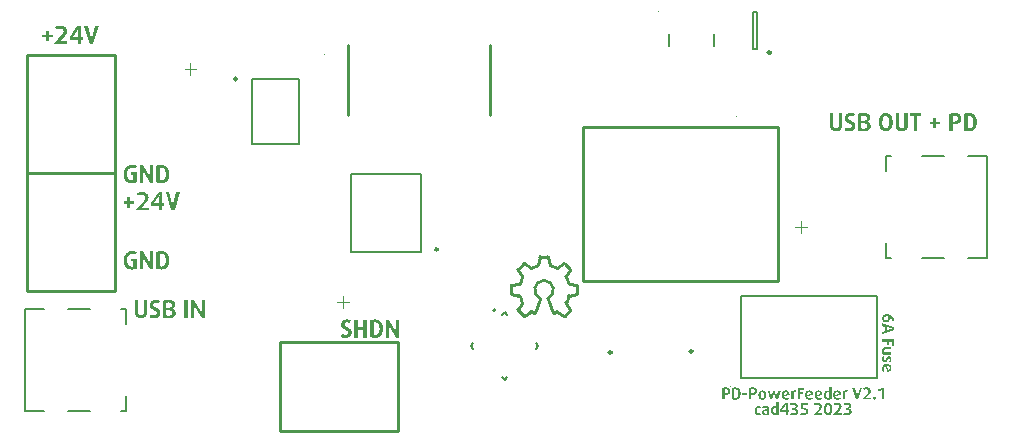
<source format=gbr>
%TF.GenerationSoftware,Altium Limited,Altium Designer,23.11.1 (41)*%
G04 Layer_Color=65535*
%FSLAX26Y26*%
%MOIN*%
%TF.SameCoordinates,0B4E2714-AAF7-4A90-8E72-ED1F183F2DA5*%
%TF.FilePolarity,Positive*%
%TF.FileFunction,Legend,Top*%
%TF.Part,CustomerPanel*%
G01*
G75*
%TA.AperFunction,NonConductor*%
%ADD94C,0.003937*%
%ADD95C,0.011077*%
%ADD96C,0.009842*%
%ADD97C,0.007874*%
%ADD98C,0.010000*%
%ADD99C,0.005000*%
G36*
X2882022Y786983D02*
X2882547D01*
X2883137Y786918D01*
X2883793Y786852D01*
X2885171Y786655D01*
X2886745Y786327D01*
X2888385Y785933D01*
X2889959Y785343D01*
X2890025D01*
X2890156Y785278D01*
X2890353Y785146D01*
X2890681Y785015D01*
X2891075Y784818D01*
X2891468Y784621D01*
X2892518Y784097D01*
X2893633Y783375D01*
X2894945Y782588D01*
X2896191Y781604D01*
X2897438Y780554D01*
X2897503Y780489D01*
X2897569Y780423D01*
X2897766Y780226D01*
X2897963Y780029D01*
X2898619Y779374D01*
X2899340Y778521D01*
X2900259Y777405D01*
X2901177Y776225D01*
X2902095Y774847D01*
X2902948Y773338D01*
Y773273D01*
X2903079Y773141D01*
X2903145Y772945D01*
X2903342Y772617D01*
X2903539Y772223D01*
X2903735Y771764D01*
X2903998Y771239D01*
X2904260Y770649D01*
X2904785Y769271D01*
X2905376Y767762D01*
X2905900Y766122D01*
X2906360Y764351D01*
X2900062Y762514D01*
Y762580D01*
X2899996Y762777D01*
X2899931Y763105D01*
X2899800Y763498D01*
X2899668Y764023D01*
X2899472Y764614D01*
X2899275Y765269D01*
X2899012Y765926D01*
X2898422Y767500D01*
X2897700Y769140D01*
X2896847Y770780D01*
X2895863Y772289D01*
Y772354D01*
X2895732Y772486D01*
X2895601Y772682D01*
X2895339Y772879D01*
X2894748Y773601D01*
X2893961Y774388D01*
X2892977Y775306D01*
X2891796Y776290D01*
X2890550Y777143D01*
X2889107Y777930D01*
Y777865D01*
X2889172Y777734D01*
X2889238Y777471D01*
X2889369Y777209D01*
X2889435Y776815D01*
X2889566Y776356D01*
X2889828Y775306D01*
Y775241D01*
X2889894Y775044D01*
X2889959Y774782D01*
X2890025Y774388D01*
X2890091Y773470D01*
X2890156Y772486D01*
Y771895D01*
X2890091Y771436D01*
Y770911D01*
X2889959Y770321D01*
X2889894Y769665D01*
X2889763Y768943D01*
X2889369Y767369D01*
X2888779Y765729D01*
X2888451Y764942D01*
X2887992Y764154D01*
X2887532Y763433D01*
X2886942Y762711D01*
X2886876Y762645D01*
X2886811Y762580D01*
X2886614Y762383D01*
X2886352Y762121D01*
X2886023Y761858D01*
X2885630Y761596D01*
X2885171Y761268D01*
X2884711Y760874D01*
X2883465Y760218D01*
X2881956Y759693D01*
X2880251Y759234D01*
X2879267Y759169D01*
X2878283Y759103D01*
X2878151D01*
X2877823D01*
X2877299Y759169D01*
X2876643Y759234D01*
X2875856Y759365D01*
X2874937Y759562D01*
X2874084Y759825D01*
X2873166Y760153D01*
X2873035Y760218D01*
X2872772Y760350D01*
X2872313Y760546D01*
X2871788Y760874D01*
X2871132Y761268D01*
X2870411Y761727D01*
X2869689Y762317D01*
X2869033Y762973D01*
X2868968Y763039D01*
X2868771Y763302D01*
X2868443Y763695D01*
X2868049Y764154D01*
X2867590Y764810D01*
X2867131Y765532D01*
X2866671Y766385D01*
X2866278Y767303D01*
X2866212Y767434D01*
X2866147Y767762D01*
X2865950Y768287D01*
X2865819Y768943D01*
X2865622Y769796D01*
X2865425Y770780D01*
X2865360Y771830D01*
X2865294Y772945D01*
Y773535D01*
X2865360Y774257D01*
X2865425Y775110D01*
X2865556Y776093D01*
X2865819Y777143D01*
X2866081Y778193D01*
X2866475Y779242D01*
X2866540Y779374D01*
X2866737Y779702D01*
X2866999Y780161D01*
X2867393Y780751D01*
X2867852Y781473D01*
X2868443Y782194D01*
X2869099Y782916D01*
X2869820Y783638D01*
X2869952Y783703D01*
X2870214Y783900D01*
X2870673Y784228D01*
X2871264Y784621D01*
X2871985Y785015D01*
X2872838Y785409D01*
X2873756Y785868D01*
X2874806Y786196D01*
X2874872D01*
X2874937Y786261D01*
X2875265Y786327D01*
X2875856Y786458D01*
X2876577Y786590D01*
X2877495Y786786D01*
X2878479Y786918D01*
X2879595Y786983D01*
X2880710Y787049D01*
X2880776D01*
X2880907D01*
X2881235D01*
X2881563D01*
X2882022Y786983D01*
D02*
G37*
G36*
X2905638Y743097D02*
Y733978D01*
X2865950Y720727D01*
Y728796D01*
X2875200Y731551D01*
Y745524D01*
X2865950Y748345D01*
Y756413D01*
X2905638Y743097D01*
D02*
G37*
G36*
Y682089D02*
X2899209D01*
Y695405D01*
X2889238D01*
Y683335D01*
X2882875D01*
Y695405D01*
X2865950D01*
Y702949D01*
X2905638D01*
Y682089D01*
D02*
G37*
G36*
X2895535Y669165D02*
X2876052D01*
X2875987D01*
X2875856D01*
X2875593Y669100D01*
X2875331D01*
X2874609Y668903D01*
X2873756Y668510D01*
X2873297Y668247D01*
X2872838Y667919D01*
X2872444Y667525D01*
X2872116Y667001D01*
X2871854Y666476D01*
X2871591Y665754D01*
X2871460Y665033D01*
X2871395Y664114D01*
Y663261D01*
X2871460Y662474D01*
X2871591Y661621D01*
Y661556D01*
X2871657Y661425D01*
Y661228D01*
X2871723Y660966D01*
X2871854Y660375D01*
X2872051Y659785D01*
X2895535D01*
Y652306D01*
X2867393D01*
Y652372D01*
X2867327Y652503D01*
X2867262Y652700D01*
X2867131Y652962D01*
X2866868Y653750D01*
X2866540Y654668D01*
Y654734D01*
X2866475Y654865D01*
X2866409Y655193D01*
X2866343Y655521D01*
X2866212Y655914D01*
X2866081Y656439D01*
X2865884Y657554D01*
Y657620D01*
X2865819Y657817D01*
Y658145D01*
X2865753Y658538D01*
X2865688Y658997D01*
X2865622Y659522D01*
X2865491Y660769D01*
Y661031D01*
X2865425Y661359D01*
Y661818D01*
X2865360Y662278D01*
Y662868D01*
X2865294Y664114D01*
Y664705D01*
X2865360Y665098D01*
Y665623D01*
X2865425Y666213D01*
X2865622Y667591D01*
X2865950Y669100D01*
X2866343Y670674D01*
X2866999Y672117D01*
X2867393Y672774D01*
X2867852Y673429D01*
Y673495D01*
X2867983Y673561D01*
X2868377Y673889D01*
X2868640Y674151D01*
X2868968Y674413D01*
X2869361Y674676D01*
X2869886Y675004D01*
X2870411Y675266D01*
X2871001Y675594D01*
X2871723Y675857D01*
X2872444Y676053D01*
X2873297Y676316D01*
X2874215Y676447D01*
X2875200Y676513D01*
X2876249Y676578D01*
X2895535D01*
Y669165D01*
D02*
G37*
G36*
X2873100Y644894D02*
X2873035Y644828D01*
X2872969Y644631D01*
X2872838Y644303D01*
X2872641Y643909D01*
X2872444Y643385D01*
X2872182Y642794D01*
X2871723Y641482D01*
Y641417D01*
X2871657Y641154D01*
X2871591Y640761D01*
X2871460Y640302D01*
X2871395Y639777D01*
X2871264Y639186D01*
X2871198Y637940D01*
Y637612D01*
X2871264Y637218D01*
X2871329Y636759D01*
X2871591Y635710D01*
X2871788Y635185D01*
X2872051Y634726D01*
X2872116Y634660D01*
X2872247Y634529D01*
X2872444Y634332D01*
X2872707Y634069D01*
X2873035Y633873D01*
X2873428Y633676D01*
X2873887Y633545D01*
X2874412Y633479D01*
X2874478D01*
X2874675D01*
X2875003Y633545D01*
X2875331Y633610D01*
X2875724Y633807D01*
X2876184Y634004D01*
X2876577Y634332D01*
X2876905Y634791D01*
X2876971Y634857D01*
X2877036Y635053D01*
X2877233Y635316D01*
X2877430Y635710D01*
X2877692Y636169D01*
X2877955Y636693D01*
X2878217Y637350D01*
X2878479Y638071D01*
Y638137D01*
X2878545Y638333D01*
X2878676Y638596D01*
X2878807Y638990D01*
X2879004Y639449D01*
X2879201Y639908D01*
X2879660Y641023D01*
Y641089D01*
X2879791Y641285D01*
X2879923Y641548D01*
X2880119Y641876D01*
X2880644Y642794D01*
X2881300Y643713D01*
X2881366Y643778D01*
X2881497Y643909D01*
X2881694Y644172D01*
X2881956Y644434D01*
X2882350Y644762D01*
X2882744Y645090D01*
X2883727Y645746D01*
X2883793D01*
X2883990Y645878D01*
X2884318Y646009D01*
X2884777Y646140D01*
X2885302Y646271D01*
X2885958Y646402D01*
X2886680Y646468D01*
X2887467Y646534D01*
X2887532D01*
X2887664D01*
X2887860D01*
X2888123Y646468D01*
X2888844Y646402D01*
X2889763Y646206D01*
X2890747Y645812D01*
X2891796Y645353D01*
X2892846Y644631D01*
X2893305Y644237D01*
X2893764Y643713D01*
Y643647D01*
X2893896Y643582D01*
X2894158Y643188D01*
X2894552Y642532D01*
X2895011Y641614D01*
X2895404Y640498D01*
X2895798Y639121D01*
X2896060Y637481D01*
X2896191Y635644D01*
Y634726D01*
X2896126Y634069D01*
X2896060Y633348D01*
X2895995Y632561D01*
X2895667Y630789D01*
Y630658D01*
X2895601Y630396D01*
X2895470Y629937D01*
X2895273Y629346D01*
X2895011Y628690D01*
X2894748Y627969D01*
X2894027Y626525D01*
X2888910Y628822D01*
X2888976Y628887D01*
X2889041Y629018D01*
X2889172Y629346D01*
X2889369Y629674D01*
X2889566Y630068D01*
X2889763Y630593D01*
X2890156Y631642D01*
Y631708D01*
X2890222Y631905D01*
X2890287Y632233D01*
X2890419Y632561D01*
X2890484Y633086D01*
X2890550Y633545D01*
X2890615Y634726D01*
Y635053D01*
X2890550Y635381D01*
X2890484Y635841D01*
X2890222Y636825D01*
X2890025Y637350D01*
X2889697Y637809D01*
X2889631Y637874D01*
X2889566Y637940D01*
X2889369Y638137D01*
X2889107Y638333D01*
X2888451Y638662D01*
X2887992Y638793D01*
X2887532Y638858D01*
X2887467D01*
X2887401D01*
X2887008Y638793D01*
X2886483Y638662D01*
X2885958Y638465D01*
X2885892Y638399D01*
X2885630Y638202D01*
X2885236Y637874D01*
X2884908Y637415D01*
X2884843Y637284D01*
X2884646Y636956D01*
X2884383Y636497D01*
X2884055Y635972D01*
Y635906D01*
X2883990Y635841D01*
X2883859Y635447D01*
X2883662Y634922D01*
X2883465Y634266D01*
Y634201D01*
X2883334Y634004D01*
X2883268Y633741D01*
X2883072Y633348D01*
X2882875Y632889D01*
X2882678Y632429D01*
X2882219Y631314D01*
Y631249D01*
X2882088Y631052D01*
X2881956Y630789D01*
X2881825Y630396D01*
X2881300Y629543D01*
X2880579Y628559D01*
X2880513Y628494D01*
X2880382Y628362D01*
X2880185Y628100D01*
X2879923Y627837D01*
X2879529Y627510D01*
X2879135Y627182D01*
X2878086Y626525D01*
X2878020Y626460D01*
X2877823Y626394D01*
X2877495Y626263D01*
X2877102Y626132D01*
X2876577Y626001D01*
X2875921Y625870D01*
X2875200Y625738D01*
X2874412D01*
X2874347D01*
X2874215D01*
X2874019D01*
X2873756Y625804D01*
X2872969Y625870D01*
X2872051Y626132D01*
X2871001Y626460D01*
X2869886Y626985D01*
X2868771Y627772D01*
X2868246Y628231D01*
X2867787Y628756D01*
Y628822D01*
X2867655Y628887D01*
X2867590Y629084D01*
X2867393Y629346D01*
X2867196Y629609D01*
X2866999Y630002D01*
X2866803Y630462D01*
X2866540Y630986D01*
X2866278Y631577D01*
X2866081Y632298D01*
X2865884Y633020D01*
X2865688Y633807D01*
X2865556Y634726D01*
X2865425Y635644D01*
X2865294Y636628D01*
Y638727D01*
X2865360Y639383D01*
X2865425Y640105D01*
X2865491Y640957D01*
X2865819Y642794D01*
Y642926D01*
X2865950Y643188D01*
X2866015Y643647D01*
X2866212Y644237D01*
X2866409Y644959D01*
X2866737Y645681D01*
X2867393Y647321D01*
X2873100Y644894D01*
D02*
G37*
G36*
X2881956Y621212D02*
X2882744Y621146D01*
X2883727Y621081D01*
X2884777Y620884D01*
X2885892Y620687D01*
X2886942Y620359D01*
X2887008D01*
X2887073Y620293D01*
X2887401Y620162D01*
X2887992Y619966D01*
X2888648Y619703D01*
X2889435Y619309D01*
X2890222Y618850D01*
X2891075Y618260D01*
X2891862Y617669D01*
X2891927Y617604D01*
X2892190Y617341D01*
X2892584Y616948D01*
X2893043Y616489D01*
X2893502Y615833D01*
X2894027Y615111D01*
X2894552Y614258D01*
X2895011Y613340D01*
X2895076Y613209D01*
X2895207Y612881D01*
X2895404Y612356D01*
X2895601Y611634D01*
X2895798Y610782D01*
X2895995Y609798D01*
X2896126Y608748D01*
X2896191Y607567D01*
Y607042D01*
X2896126Y606452D01*
X2896060Y605730D01*
X2895929Y604878D01*
X2895798Y603959D01*
X2895535Y603041D01*
X2895207Y602122D01*
X2895142Y601991D01*
X2895011Y601729D01*
X2894814Y601269D01*
X2894486Y600745D01*
X2894092Y600089D01*
X2893633Y599433D01*
X2893108Y598777D01*
X2892452Y598186D01*
X2892387Y598121D01*
X2892124Y597924D01*
X2891731Y597596D01*
X2891271Y597268D01*
X2890615Y596874D01*
X2889894Y596415D01*
X2889107Y596021D01*
X2888188Y595693D01*
X2888057Y595628D01*
X2887795Y595562D01*
X2887270Y595431D01*
X2886614Y595234D01*
X2885827Y595103D01*
X2884843Y594972D01*
X2883859Y594906D01*
X2882744Y594841D01*
X2881432D01*
X2881300D01*
X2881038D01*
X2880644Y594906D01*
X2880185Y594972D01*
X2877627Y613996D01*
X2877561D01*
X2877495D01*
X2877102Y613865D01*
X2876512Y613734D01*
X2875790Y613471D01*
X2875003Y613077D01*
X2874150Y612618D01*
X2873363Y612028D01*
X2872707Y611306D01*
X2872641Y611175D01*
X2872444Y610913D01*
X2872182Y610453D01*
X2871919Y609798D01*
X2871657Y609010D01*
X2871395Y608092D01*
X2871198Y606977D01*
X2871132Y605796D01*
Y604943D01*
X2871198Y604418D01*
X2871264Y603762D01*
X2871329Y602975D01*
X2871657Y601401D01*
Y601269D01*
X2871723Y601007D01*
X2871854Y600614D01*
X2872051Y600089D01*
X2872182Y599498D01*
X2872444Y598842D01*
X2872969Y597596D01*
X2867393Y595431D01*
X2867327Y595497D01*
X2867262Y595759D01*
X2867065Y596153D01*
X2866868Y596743D01*
X2866606Y597465D01*
X2866343Y598252D01*
X2866147Y599170D01*
X2865884Y600220D01*
Y600351D01*
X2865819Y600745D01*
X2865688Y601335D01*
X2865622Y602057D01*
X2865491Y602975D01*
X2865360Y604025D01*
X2865294Y605206D01*
Y606977D01*
X2865360Y607698D01*
X2865425Y608551D01*
X2865556Y609601D01*
X2865753Y610650D01*
X2866015Y611765D01*
X2866409Y612815D01*
X2866475Y612946D01*
X2866606Y613274D01*
X2866868Y613799D01*
X2867196Y614455D01*
X2867655Y615177D01*
X2868180Y615964D01*
X2868836Y616751D01*
X2869558Y617473D01*
X2869624Y617538D01*
X2869952Y617801D01*
X2870345Y618129D01*
X2870936Y618522D01*
X2871657Y618981D01*
X2872510Y619506D01*
X2873428Y619966D01*
X2874478Y620359D01*
X2874544D01*
X2874609Y620425D01*
X2875003Y620490D01*
X2875593Y620621D01*
X2876315Y620818D01*
X2877299Y621015D01*
X2878348Y621146D01*
X2879463Y621212D01*
X2880710Y621278D01*
X2880776D01*
X2880841D01*
X2881038D01*
X2881300D01*
X2881956Y621212D01*
D02*
G37*
G36*
X2696226Y503914D02*
X2696161Y503849D01*
X2695898Y503783D01*
X2695570Y503586D01*
X2695045Y503389D01*
X2694389Y503192D01*
X2693602Y502930D01*
X2692749Y502733D01*
X2691700Y502471D01*
X2691569D01*
X2691175Y502340D01*
X2690585Y502274D01*
X2689863Y502143D01*
X2688879Y502012D01*
X2687829Y501946D01*
X2686649Y501815D01*
X2684681D01*
X2684221Y501880D01*
X2683631Y501946D01*
X2682909Y502012D01*
X2682122Y502143D01*
X2681335Y502340D01*
X2679564Y502799D01*
X2678645Y503127D01*
X2677727Y503521D01*
X2676809Y503980D01*
X2675956Y504505D01*
X2675103Y505095D01*
X2674381Y505817D01*
X2674316Y505882D01*
X2674250Y506013D01*
X2674053Y506210D01*
X2673791Y506538D01*
X2673529Y506997D01*
X2673201Y507457D01*
X2672873Y508047D01*
X2672545Y508703D01*
X2672151Y509490D01*
X2671823Y510343D01*
X2671495Y511261D01*
X2671233Y512245D01*
X2670970Y513295D01*
X2670773Y514476D01*
X2670708Y515722D01*
X2670642Y517034D01*
Y517100D01*
Y517165D01*
Y517362D01*
Y517625D01*
X2670708Y518280D01*
X2670773Y519068D01*
X2670839Y520052D01*
X2671036Y521101D01*
X2671233Y522216D01*
X2671495Y523266D01*
Y523332D01*
X2671561Y523397D01*
X2671626Y523725D01*
X2671889Y524250D01*
X2672151Y524906D01*
X2672545Y525693D01*
X2672938Y526481D01*
X2673529Y527268D01*
X2674119Y528055D01*
X2674185Y528120D01*
X2674447Y528383D01*
X2674841Y528777D01*
X2675300Y529236D01*
X2675956Y529695D01*
X2676677Y530220D01*
X2677530Y530745D01*
X2678449Y531204D01*
X2678580Y531269D01*
X2678908Y531400D01*
X2679433Y531532D01*
X2680220Y531794D01*
X2681073Y531991D01*
X2682122Y532122D01*
X2683237Y532253D01*
X2684484Y532319D01*
X2685205D01*
X2685927Y532253D01*
X2686780Y532122D01*
X2686977D01*
X2687173Y532057D01*
X2687436D01*
X2688092Y531925D01*
X2688682Y531729D01*
Y545570D01*
X2696226D01*
Y503914D01*
D02*
G37*
G36*
X2747460Y532647D02*
X2748181Y532581D01*
X2748378D01*
X2748772Y532516D01*
X2749297D01*
X2749887Y532450D01*
X2748509Y526218D01*
X2748444D01*
X2748247Y526284D01*
X2747985Y526349D01*
X2747525Y526481D01*
X2747066Y526546D01*
X2746476Y526612D01*
X2745885Y526677D01*
X2744508D01*
X2743852Y526612D01*
X2743130Y526481D01*
X2742999D01*
X2742540Y526349D01*
X2742015Y526218D01*
X2741425Y526021D01*
Y502471D01*
X2734012D01*
Y530548D01*
X2734143Y530613D01*
X2734405Y530679D01*
X2734930Y530876D01*
X2735521Y531072D01*
X2736308Y531335D01*
X2737226Y531597D01*
X2738210Y531794D01*
X2739325Y532057D01*
X2739457D01*
X2739850Y532188D01*
X2740506Y532253D01*
X2741359Y532385D01*
X2742343Y532516D01*
X2743458Y532581D01*
X2744770Y532712D01*
X2746738D01*
X2747460Y532647D01*
D02*
G37*
G36*
X2575719D02*
X2576441Y532581D01*
X2576637D01*
X2577031Y532516D01*
X2577556D01*
X2578146Y532450D01*
X2576769Y526218D01*
X2576703D01*
X2576506Y526284D01*
X2576244Y526349D01*
X2575785Y526481D01*
X2575325Y526546D01*
X2574735Y526612D01*
X2574145Y526677D01*
X2572767D01*
X2572111Y526612D01*
X2571389Y526480D01*
X2571258D01*
X2570799Y526349D01*
X2570274Y526218D01*
X2569684Y526021D01*
Y502471D01*
X2562271D01*
Y530548D01*
X2562402Y530613D01*
X2562665Y530679D01*
X2563189Y530876D01*
X2563780Y531072D01*
X2564567Y531335D01*
X2565485Y531597D01*
X2566469Y531794D01*
X2567585Y532056D01*
X2567716D01*
X2568109Y532188D01*
X2568765Y532253D01*
X2569618Y532384D01*
X2570602Y532516D01*
X2571717Y532581D01*
X2573029Y532712D01*
X2574997Y532712D01*
X2575719Y532647D01*
D02*
G37*
G36*
X2434220Y542815D02*
X2434810Y542749D01*
X2435532Y542684D01*
X2436319Y542618D01*
X2437172Y542421D01*
X2439009Y542028D01*
X2440911Y541437D01*
X2441829Y541044D01*
X2442682Y540584D01*
X2443535Y539994D01*
X2444322Y539404D01*
X2444388Y539338D01*
X2444519Y539272D01*
X2444716Y539076D01*
X2444913Y538748D01*
X2445241Y538420D01*
X2445569Y538026D01*
X2445897Y537501D01*
X2446290Y536911D01*
X2446684Y536320D01*
X2447012Y535599D01*
X2447668Y534024D01*
X2447865Y533106D01*
X2448061Y532188D01*
X2448193Y531138D01*
X2448258Y530088D01*
Y529957D01*
Y529629D01*
X2448193Y529104D01*
X2448127Y528448D01*
X2447996Y527661D01*
X2447865Y526874D01*
X2447602Y525956D01*
X2447274Y525103D01*
X2447209Y524972D01*
X2447077Y524709D01*
X2446881Y524316D01*
X2446553Y523725D01*
X2446093Y523135D01*
X2445634Y522479D01*
X2445044Y521757D01*
X2444322Y521101D01*
X2444257Y521036D01*
X2443994Y520839D01*
X2443535Y520511D01*
X2443010Y520183D01*
X2442289Y519789D01*
X2441436Y519330D01*
X2440517Y518936D01*
X2439468Y518543D01*
X2439337Y518477D01*
X2438943Y518412D01*
X2438353Y518280D01*
X2437565Y518084D01*
X2436581Y517887D01*
X2435401Y517756D01*
X2434089Y517690D01*
X2432711Y517624D01*
X2431465D01*
X2430677Y517690D01*
X2430546D01*
X2430087Y517756D01*
X2429562Y517821D01*
X2429037Y517887D01*
Y502471D01*
X2421493D01*
Y540716D01*
X2421625Y540781D01*
X2421887Y540912D01*
X2422346Y541044D01*
X2423002Y541306D01*
X2423789Y541503D01*
X2424642Y541765D01*
X2425626Y542028D01*
X2426676Y542290D01*
X2426807D01*
X2427201Y542356D01*
X2427791Y542487D01*
X2428578Y542618D01*
X2429497Y542684D01*
X2430546Y542815D01*
X2431727Y542880D01*
X2433695D01*
X2434220Y542815D01*
D02*
G37*
G36*
X2345201D02*
X2345791Y542749D01*
X2346513Y542684D01*
X2347300Y542618D01*
X2348153Y542421D01*
X2349989Y542028D01*
X2351892Y541437D01*
X2352810Y541044D01*
X2353663Y540584D01*
X2354516Y539994D01*
X2355303Y539404D01*
X2355369Y539338D01*
X2355500Y539272D01*
X2355697Y539076D01*
X2355893Y538748D01*
X2356221Y538420D01*
X2356549Y538026D01*
X2356877Y537501D01*
X2357271Y536911D01*
X2357665Y536320D01*
X2357993Y535599D01*
X2358649Y534024D01*
X2358845Y533106D01*
X2359042Y532188D01*
X2359173Y531138D01*
X2359239Y530088D01*
Y529957D01*
Y529629D01*
X2359173Y529104D01*
X2359108Y528448D01*
X2358977Y527661D01*
X2358845Y526874D01*
X2358583Y525956D01*
X2358255Y525103D01*
X2358189Y524972D01*
X2358058Y524709D01*
X2357861Y524316D01*
X2357533Y523725D01*
X2357074Y523135D01*
X2356615Y522479D01*
X2356025Y521757D01*
X2355303Y521101D01*
X2355237Y521036D01*
X2354975Y520839D01*
X2354516Y520511D01*
X2353991Y520183D01*
X2353269Y519789D01*
X2352417Y519330D01*
X2351498Y518936D01*
X2350449Y518543D01*
X2350317Y518477D01*
X2349924Y518412D01*
X2349333Y518280D01*
X2348546Y518084D01*
X2347562Y517887D01*
X2346381Y517756D01*
X2345069Y517690D01*
X2343692Y517624D01*
X2342445D01*
X2341658Y517690D01*
X2341527D01*
X2341068Y517756D01*
X2340543Y517821D01*
X2340018Y517887D01*
Y502471D01*
X2332474D01*
Y540716D01*
X2332605Y540781D01*
X2332868Y540912D01*
X2333327Y541044D01*
X2333983Y541306D01*
X2334770Y541503D01*
X2335623Y541765D01*
X2336607Y542028D01*
X2337657Y542290D01*
X2337788D01*
X2338181Y542356D01*
X2338772Y542487D01*
X2339559Y542618D01*
X2340477Y542684D01*
X2341527Y542815D01*
X2342708Y542880D01*
X2344676D01*
X2345201Y542815D01*
D02*
G37*
G36*
X2414671Y517100D02*
X2398927D01*
Y523463D01*
X2414671D01*
Y517100D01*
D02*
G37*
G36*
X2785901Y502471D02*
X2777701D01*
X2765500Y542159D01*
X2773897D01*
X2780588Y516312D01*
Y516247D01*
X2780653Y516181D01*
X2780719Y515788D01*
X2780850Y515263D01*
X2780981Y514607D01*
Y514541D01*
X2781047Y514476D01*
X2781113Y514082D01*
X2781178Y513557D01*
X2781309Y512967D01*
Y512901D01*
Y512836D01*
X2781375Y512508D01*
X2781441Y512048D01*
X2781506Y511524D01*
Y511458D01*
X2781572Y511196D01*
X2781637Y510868D01*
X2781703Y510605D01*
X2781834D01*
Y510671D01*
Y510736D01*
X2781900Y510868D01*
X2781965Y511130D01*
Y511458D01*
X2782031Y511852D01*
X2782162Y512311D01*
X2782228Y512836D01*
Y512901D01*
X2782293Y513098D01*
X2782359Y513426D01*
X2782425Y513885D01*
X2782556Y514410D01*
X2782687Y515000D01*
X2783015Y516312D01*
X2789706Y542159D01*
X2798103D01*
X2785901Y502471D01*
D02*
G37*
G36*
X2517925Y502471D02*
X2510185D01*
X2505593Y519264D01*
Y519330D01*
X2505527Y519527D01*
X2505461Y519855D01*
X2505330Y520183D01*
X2505133Y521101D01*
X2504937Y522085D01*
Y522151D01*
Y522282D01*
X2504871Y522479D01*
Y522741D01*
X2504805Y523332D01*
Y523528D01*
Y523725D01*
X2504674D01*
Y523594D01*
X2504609Y523266D01*
X2504477Y522676D01*
X2504346Y521888D01*
Y521823D01*
X2504281Y521692D01*
Y521429D01*
X2504215Y521101D01*
X2504149Y520708D01*
X2504018Y520314D01*
X2503756Y519264D01*
X2499229Y502471D01*
X2491489D01*
X2482895Y532056D01*
X2490373D01*
X2494637Y513885D01*
Y513820D01*
X2494703Y513623D01*
X2494769Y513360D01*
X2494834Y513032D01*
X2494900Y512573D01*
X2495031Y512114D01*
X2495162Y510999D01*
Y510933D01*
X2495228Y510736D01*
Y510474D01*
X2495293Y510212D01*
X2495359Y509556D01*
Y509293D01*
Y509096D01*
X2495490D01*
Y509162D01*
X2495556Y509490D01*
X2495621Y509687D01*
X2495687Y510015D01*
X2495753Y510408D01*
X2495818Y510868D01*
Y510933D01*
X2495884Y511130D01*
Y511392D01*
X2495949Y511786D01*
X2496081Y512180D01*
X2496212Y512704D01*
X2496474Y513885D01*
X2501263Y532056D01*
X2508151D01*
X2512874Y513885D01*
Y513820D01*
X2512940Y513623D01*
X2513005Y513295D01*
X2513137Y512901D01*
X2513333Y511917D01*
X2513530Y510868D01*
Y510802D01*
X2513596Y510671D01*
Y510408D01*
X2513661Y510146D01*
X2513793Y509556D01*
X2513858Y509293D01*
X2513924Y509096D01*
X2513989D01*
Y509162D01*
X2514055Y509490D01*
Y509687D01*
X2514121Y510015D01*
Y510408D01*
X2514186Y510868D01*
Y510933D01*
X2514252Y511130D01*
Y511392D01*
X2514317Y511786D01*
X2514449Y512180D01*
X2514514Y512704D01*
X2514777Y513885D01*
X2518975Y532056D01*
X2526519D01*
X2517925Y502471D01*
D02*
G37*
G36*
X2870525Y502471D02*
X2862916D01*
Y533762D01*
X2862850D01*
X2862785Y533697D01*
X2862588Y533565D01*
X2862325Y533434D01*
X2861604Y533106D01*
X2860685Y532712D01*
X2860620D01*
X2860489Y532647D01*
X2860226Y532516D01*
X2859833Y532385D01*
X2859439Y532253D01*
X2858980Y532122D01*
X2857930Y531794D01*
X2857865D01*
X2857668Y531729D01*
X2857405Y531663D01*
X2857077Y531532D01*
X2856618Y531466D01*
X2856159Y531335D01*
X2855044Y531072D01*
X2854978D01*
X2854781Y531007D01*
X2854519Y530941D01*
X2854125Y530876D01*
X2853207Y530679D01*
X2852157Y530482D01*
X2851042Y536189D01*
X2851108D01*
X2851370Y536255D01*
X2851764Y536321D01*
X2852289Y536452D01*
X2852879Y536517D01*
X2853535Y536714D01*
X2854978Y537042D01*
X2855044D01*
X2855306Y537173D01*
X2855700Y537239D01*
X2856225Y537436D01*
X2856815Y537633D01*
X2857471Y537829D01*
X2858783Y538354D01*
X2858849Y538420D01*
X2859111Y538485D01*
X2859439Y538682D01*
X2859833Y538879D01*
X2860357Y539141D01*
X2860948Y539404D01*
X2862063Y540125D01*
X2862129Y540191D01*
X2862325Y540322D01*
X2862588Y540519D01*
X2862916Y540781D01*
X2863769Y541372D01*
X2864556Y542159D01*
X2870525D01*
Y502471D01*
D02*
G37*
G36*
X2813716Y542815D02*
X2814372D01*
X2815028Y542684D01*
X2815815Y542618D01*
X2816668Y542487D01*
X2818439Y542093D01*
X2820276Y541503D01*
X2821129Y541175D01*
X2821981Y540716D01*
X2822834Y540256D01*
X2823556Y539666D01*
X2823621Y539601D01*
X2823753Y539535D01*
X2823884Y539338D01*
X2824146Y539076D01*
X2824409Y538748D01*
X2824737Y538354D01*
X2825130Y537895D01*
X2825458Y537370D01*
X2826180Y536124D01*
X2826770Y534615D01*
X2827033Y533762D01*
X2827229Y532844D01*
X2827295Y531925D01*
X2827361Y530876D01*
Y530810D01*
Y530613D01*
Y530285D01*
X2827295Y529892D01*
X2827229Y529433D01*
X2827164Y528908D01*
X2826901Y527793D01*
Y527727D01*
X2826836Y527530D01*
X2826770Y527268D01*
X2826639Y526874D01*
X2826245Y526021D01*
X2825786Y524972D01*
Y524906D01*
X2825655Y524775D01*
X2825524Y524513D01*
X2825327Y524184D01*
X2824802Y523397D01*
X2824146Y522479D01*
X2824081Y522413D01*
X2824015Y522282D01*
X2823818Y522085D01*
X2823621Y521757D01*
X2823031Y521101D01*
X2822375Y520314D01*
X2812010Y508637D01*
X2828148D01*
Y502471D01*
X2799349D01*
X2816340Y523660D01*
X2816405Y523725D01*
X2816537Y523922D01*
X2816799Y524250D01*
X2817061Y524644D01*
X2817389Y525168D01*
X2817783Y525693D01*
X2818505Y526874D01*
X2818570Y526940D01*
X2818636Y527202D01*
X2818833Y527530D01*
X2819029Y527989D01*
X2819161Y528514D01*
X2819357Y529105D01*
X2819423Y529760D01*
X2819489Y530482D01*
Y530613D01*
Y530941D01*
X2819357Y531466D01*
X2819226Y532057D01*
X2819029Y532778D01*
X2818636Y533500D01*
X2818177Y534221D01*
X2817521Y534877D01*
X2817455Y534943D01*
X2817127Y535140D01*
X2816733Y535402D01*
X2816077Y535730D01*
X2815290Y536058D01*
X2814306Y536321D01*
X2813191Y536517D01*
X2811879Y536583D01*
X2811092D01*
X2810567Y536517D01*
X2809977Y536452D01*
X2809255Y536386D01*
X2807615Y536124D01*
X2807549D01*
X2807221Y536058D01*
X2806828Y535927D01*
X2806237Y535796D01*
X2805647Y535599D01*
X2804925Y535402D01*
X2803482Y534877D01*
X2801317Y540716D01*
X2801449Y540781D01*
X2801777Y540913D01*
X2802236Y541109D01*
X2802957Y541306D01*
X2803745Y541568D01*
X2804663Y541831D01*
X2805647Y542093D01*
X2806697Y542290D01*
X2806828D01*
X2807221Y542356D01*
X2807746Y542487D01*
X2808533Y542618D01*
X2809386Y542684D01*
X2810370Y542815D01*
X2811420Y542880D01*
X2813257D01*
X2813716Y542815D01*
D02*
G37*
G36*
X2603993Y535730D02*
X2590676D01*
Y525759D01*
X2602746D01*
Y519396D01*
X2590676D01*
Y502471D01*
X2583132D01*
Y542159D01*
X2603993D01*
Y535730D01*
D02*
G37*
G36*
X2839628Y511327D02*
X2840218Y511261D01*
X2840874Y510999D01*
X2840940D01*
X2841005Y510933D01*
X2841399Y510736D01*
X2841858Y510409D01*
X2842383Y509949D01*
X2842514Y509818D01*
X2842777Y509556D01*
X2843105Y509096D01*
X2843367Y508506D01*
Y508440D01*
X2843433Y508375D01*
X2843564Y507981D01*
X2843695Y507391D01*
X2843761Y506669D01*
Y506604D01*
Y506473D01*
Y506341D01*
X2843695Y506079D01*
X2843629Y505488D01*
X2843367Y504832D01*
Y504767D01*
X2843301Y504701D01*
X2843105Y504308D01*
X2842842Y503849D01*
X2842383Y503324D01*
X2842252Y503258D01*
X2841924Y502996D01*
X2841465Y502668D01*
X2840874Y502405D01*
X2840809D01*
X2840743Y502340D01*
X2840349Y502209D01*
X2839759Y502077D01*
X2839037Y502012D01*
X2838709D01*
X2838447Y502077D01*
X2837857Y502209D01*
X2837201Y502405D01*
X2837135D01*
X2837069Y502471D01*
X2836676Y502668D01*
X2836217Y502930D01*
X2835692Y503324D01*
X2835626Y503455D01*
X2835364Y503783D01*
X2835036Y504242D01*
X2834708Y504832D01*
Y504898D01*
X2834642Y504964D01*
X2834511Y505357D01*
X2834380Y505948D01*
X2834314Y506669D01*
Y506735D01*
Y506866D01*
Y506997D01*
X2834380Y507260D01*
X2834511Y507850D01*
X2834708Y508506D01*
Y508572D01*
X2834773Y508637D01*
X2834970Y509031D01*
X2835298Y509490D01*
X2835692Y509949D01*
X2835823Y510080D01*
X2836151Y510343D01*
X2836610Y510671D01*
X2837201Y510999D01*
X2837266D01*
X2837332Y511065D01*
X2837725Y511196D01*
X2838316Y511327D01*
X2839037Y511392D01*
X2839365D01*
X2839628Y511327D01*
D02*
G37*
G36*
X2716693Y532647D02*
X2717415Y532581D01*
X2718268Y532450D01*
X2719186Y532319D01*
X2720105Y532057D01*
X2721023Y531729D01*
X2721154Y531663D01*
X2721417Y531532D01*
X2721876Y531335D01*
X2722401Y531007D01*
X2723057Y530613D01*
X2723713Y530154D01*
X2724369Y529629D01*
X2724959Y528973D01*
X2725025Y528908D01*
X2725221Y528645D01*
X2725549Y528252D01*
X2725877Y527793D01*
X2726271Y527136D01*
X2726730Y526415D01*
X2727124Y525628D01*
X2727452Y524709D01*
X2727517Y524578D01*
X2727583Y524316D01*
X2727714Y523791D01*
X2727911Y523135D01*
X2728042Y522348D01*
X2728173Y521364D01*
X2728239Y520380D01*
X2728305Y519264D01*
Y517952D01*
Y517821D01*
Y517559D01*
X2728239Y517165D01*
X2728173Y516706D01*
X2709149Y514148D01*
Y514082D01*
Y514016D01*
X2709281Y513623D01*
X2709412Y513033D01*
X2709674Y512311D01*
X2710068Y511524D01*
X2710527Y510671D01*
X2711117Y509884D01*
X2711839Y509228D01*
X2711970Y509162D01*
X2712233Y508965D01*
X2712692Y508703D01*
X2713348Y508440D01*
X2714135Y508178D01*
X2715053Y507916D01*
X2716169Y507719D01*
X2717349Y507653D01*
X2718202D01*
X2718727Y507719D01*
X2719383Y507784D01*
X2720170Y507850D01*
X2721745Y508178D01*
X2721876D01*
X2722138Y508244D01*
X2722532Y508375D01*
X2723057Y508572D01*
X2723647Y508703D01*
X2724303Y508965D01*
X2725549Y509490D01*
X2727714Y503914D01*
X2727649Y503849D01*
X2727386Y503783D01*
X2726993Y503586D01*
X2726402Y503389D01*
X2725681Y503127D01*
X2724893Y502865D01*
X2723975Y502668D01*
X2722925Y502405D01*
X2722794D01*
X2722401Y502340D01*
X2721810Y502209D01*
X2721089Y502143D01*
X2720170Y502012D01*
X2719121Y501880D01*
X2717940Y501815D01*
X2716169D01*
X2715447Y501880D01*
X2714594Y501946D01*
X2713545Y502077D01*
X2712495Y502274D01*
X2711380Y502536D01*
X2710330Y502930D01*
X2710199Y502996D01*
X2709871Y503127D01*
X2709346Y503389D01*
X2708690Y503717D01*
X2707969Y504176D01*
X2707181Y504701D01*
X2706394Y505357D01*
X2705673Y506079D01*
X2705607Y506144D01*
X2705345Y506473D01*
X2705017Y506866D01*
X2704623Y507457D01*
X2704164Y508178D01*
X2703639Y509031D01*
X2703180Y509949D01*
X2702786Y510999D01*
Y511065D01*
X2702721Y511130D01*
X2702655Y511524D01*
X2702524Y512114D01*
X2702327Y512836D01*
X2702130Y513820D01*
X2701999Y514869D01*
X2701933Y515985D01*
X2701868Y517231D01*
Y517297D01*
Y517362D01*
Y517559D01*
Y517821D01*
X2701933Y518477D01*
X2701999Y519264D01*
X2702065Y520249D01*
X2702261Y521298D01*
X2702458Y522413D01*
X2702786Y523463D01*
Y523529D01*
X2702852Y523594D01*
X2702983Y523922D01*
X2703180Y524513D01*
X2703442Y525168D01*
X2703836Y525956D01*
X2704295Y526743D01*
X2704885Y527596D01*
X2705476Y528383D01*
X2705541Y528448D01*
X2705804Y528711D01*
X2706197Y529105D01*
X2706657Y529564D01*
X2707313Y530023D01*
X2708034Y530548D01*
X2708887Y531072D01*
X2709805Y531532D01*
X2709937Y531597D01*
X2710265Y531729D01*
X2710789Y531925D01*
X2711511Y532122D01*
X2712364Y532319D01*
X2713348Y532516D01*
X2714397Y532647D01*
X2715578Y532712D01*
X2716103D01*
X2716693Y532647D01*
D02*
G37*
G36*
X2654373D02*
X2655095Y532581D01*
X2655948Y532450D01*
X2656866Y532319D01*
X2657785Y532057D01*
X2658703Y531729D01*
X2658834Y531663D01*
X2659097Y531532D01*
X2659556Y531335D01*
X2660081Y531007D01*
X2660737Y530613D01*
X2661393Y530154D01*
X2662049Y529629D01*
X2662639Y528973D01*
X2662705Y528908D01*
X2662901Y528645D01*
X2663229Y528252D01*
X2663557Y527793D01*
X2663951Y527136D01*
X2664410Y526415D01*
X2664804Y525628D01*
X2665132Y524709D01*
X2665197Y524578D01*
X2665263Y524316D01*
X2665394Y523791D01*
X2665591Y523135D01*
X2665722Y522348D01*
X2665853Y521364D01*
X2665919Y520380D01*
X2665985Y519264D01*
Y517952D01*
Y517821D01*
Y517559D01*
X2665919Y517165D01*
X2665853Y516706D01*
X2646829Y514148D01*
Y514082D01*
Y514016D01*
X2646961Y513623D01*
X2647092Y513033D01*
X2647354Y512311D01*
X2647748Y511524D01*
X2648207Y510671D01*
X2648797Y509884D01*
X2649519Y509228D01*
X2649650Y509162D01*
X2649913Y508965D01*
X2650372Y508703D01*
X2651028Y508440D01*
X2651815Y508178D01*
X2652733Y507916D01*
X2653849Y507719D01*
X2655029Y507653D01*
X2655882D01*
X2656407Y507719D01*
X2657063Y507784D01*
X2657850Y507850D01*
X2659425Y508178D01*
X2659556D01*
X2659818Y508244D01*
X2660212Y508375D01*
X2660737Y508572D01*
X2661327Y508703D01*
X2661983Y508965D01*
X2663229Y509490D01*
X2665394Y503914D01*
X2665329Y503849D01*
X2665066Y503783D01*
X2664673Y503586D01*
X2664082Y503389D01*
X2663361Y503127D01*
X2662573Y502865D01*
X2661655Y502668D01*
X2660605Y502405D01*
X2660474D01*
X2660081Y502340D01*
X2659490Y502209D01*
X2658769Y502143D01*
X2657850Y502012D01*
X2656801Y501880D01*
X2655620Y501815D01*
X2653849D01*
X2653127Y501880D01*
X2652274Y501946D01*
X2651225Y502077D01*
X2650175Y502274D01*
X2649060Y502536D01*
X2648010Y502930D01*
X2647879Y502996D01*
X2647551Y503127D01*
X2647026Y503389D01*
X2646370Y503717D01*
X2645649Y504176D01*
X2644861Y504701D01*
X2644074Y505357D01*
X2643353Y506079D01*
X2643287Y506144D01*
X2643025Y506473D01*
X2642697Y506866D01*
X2642303Y507457D01*
X2641844Y508178D01*
X2641319Y509031D01*
X2640860Y509949D01*
X2640466Y510999D01*
Y511065D01*
X2640401Y511130D01*
X2640335Y511524D01*
X2640204Y512114D01*
X2640007Y512836D01*
X2639810Y513820D01*
X2639679Y514869D01*
X2639613Y515985D01*
X2639548Y517231D01*
Y517297D01*
Y517362D01*
Y517559D01*
Y517821D01*
X2639613Y518477D01*
X2639679Y519264D01*
X2639745Y520249D01*
X2639941Y521298D01*
X2640138Y522413D01*
X2640466Y523463D01*
Y523529D01*
X2640532Y523594D01*
X2640663Y523922D01*
X2640860Y524513D01*
X2641122Y525168D01*
X2641516Y525956D01*
X2641975Y526743D01*
X2642565Y527596D01*
X2643156Y528383D01*
X2643221Y528448D01*
X2643484Y528711D01*
X2643877Y529105D01*
X2644337Y529564D01*
X2644993Y530023D01*
X2645714Y530548D01*
X2646567Y531072D01*
X2647485Y531532D01*
X2647617Y531597D01*
X2647945Y531729D01*
X2648469Y531925D01*
X2649191Y532122D01*
X2650044Y532319D01*
X2651028Y532516D01*
X2652077Y532647D01*
X2653258Y532712D01*
X2653783D01*
X2654373Y532647D01*
D02*
G37*
G36*
X2623279D02*
X2624001Y532581D01*
X2624853Y532450D01*
X2625772Y532319D01*
X2626690Y532057D01*
X2627609Y531729D01*
X2627740Y531663D01*
X2628002Y531532D01*
X2628461Y531335D01*
X2628986Y531007D01*
X2629642Y530613D01*
X2630298Y530154D01*
X2630954Y529629D01*
X2631545Y528973D01*
X2631610Y528908D01*
X2631807Y528645D01*
X2632135Y528252D01*
X2632463Y527793D01*
X2632857Y527136D01*
X2633316Y526415D01*
X2633709Y525628D01*
X2634037Y524709D01*
X2634103Y524578D01*
X2634169Y524316D01*
X2634300Y523791D01*
X2634497Y523135D01*
X2634628Y522348D01*
X2634759Y521364D01*
X2634825Y520380D01*
X2634890Y519264D01*
Y517952D01*
Y517821D01*
Y517559D01*
X2634825Y517165D01*
X2634759Y516706D01*
X2615735Y514148D01*
Y514082D01*
Y514016D01*
X2615866Y513623D01*
X2615997Y513033D01*
X2616260Y512311D01*
X2616653Y511524D01*
X2617113Y510671D01*
X2617703Y509884D01*
X2618425Y509228D01*
X2618556Y509162D01*
X2618818Y508965D01*
X2619277Y508703D01*
X2619933Y508440D01*
X2620721Y508178D01*
X2621639Y507916D01*
X2622754Y507719D01*
X2623935Y507653D01*
X2624788D01*
X2625313Y507719D01*
X2625969Y507784D01*
X2626756Y507850D01*
X2628330Y508178D01*
X2628461D01*
X2628724Y508244D01*
X2629117Y508375D01*
X2629642Y508572D01*
X2630233Y508703D01*
X2630889Y508965D01*
X2632135Y509490D01*
X2634300Y503914D01*
X2634234Y503849D01*
X2633972Y503783D01*
X2633578Y503586D01*
X2632988Y503389D01*
X2632266Y503127D01*
X2631479Y502865D01*
X2630561Y502668D01*
X2629511Y502405D01*
X2629380D01*
X2628986Y502340D01*
X2628396Y502209D01*
X2627674Y502143D01*
X2626756Y502012D01*
X2625706Y501880D01*
X2624525Y501815D01*
X2622754D01*
X2622033Y501880D01*
X2621180Y501946D01*
X2620130Y502077D01*
X2619081Y502274D01*
X2617965Y502536D01*
X2616916Y502930D01*
X2616785Y502996D01*
X2616457Y503127D01*
X2615932Y503389D01*
X2615276Y503717D01*
X2614554Y504176D01*
X2613767Y504701D01*
X2612980Y505357D01*
X2612258Y506079D01*
X2612193Y506144D01*
X2611930Y506473D01*
X2611602Y506866D01*
X2611209Y507457D01*
X2610749Y508178D01*
X2610225Y509031D01*
X2609765Y509949D01*
X2609372Y510999D01*
Y511065D01*
X2609306Y511130D01*
X2609241Y511524D01*
X2609109Y512114D01*
X2608913Y512836D01*
X2608716Y513820D01*
X2608585Y514869D01*
X2608519Y515985D01*
X2608453Y517231D01*
Y517297D01*
Y517362D01*
Y517559D01*
Y517821D01*
X2608519Y518477D01*
X2608585Y519264D01*
X2608650Y520249D01*
X2608847Y521298D01*
X2609044Y522413D01*
X2609372Y523463D01*
Y523529D01*
X2609437Y523594D01*
X2609569Y523922D01*
X2609765Y524513D01*
X2610028Y525168D01*
X2610421Y525956D01*
X2610881Y526743D01*
X2611471Y527596D01*
X2612061Y528383D01*
X2612127Y528448D01*
X2612389Y528711D01*
X2612783Y529105D01*
X2613242Y529564D01*
X2613898Y530023D01*
X2614620Y530548D01*
X2615473Y531072D01*
X2616391Y531532D01*
X2616522Y531597D01*
X2616850Y531729D01*
X2617375Y531925D01*
X2618097Y532122D01*
X2618949Y532319D01*
X2619933Y532516D01*
X2620983Y532647D01*
X2622164Y532712D01*
X2622689D01*
X2623279Y532647D01*
D02*
G37*
G36*
X2544953Y532647D02*
X2545674Y532581D01*
X2546527Y532450D01*
X2547445Y532319D01*
X2548364Y532056D01*
X2549282Y531728D01*
X2549413Y531663D01*
X2549676Y531532D01*
X2550135Y531335D01*
X2550660Y531007D01*
X2551316Y530613D01*
X2551972Y530154D01*
X2552628Y529629D01*
X2553218Y528973D01*
X2553284Y528908D01*
X2553481Y528645D01*
X2553809Y528252D01*
X2554137Y527792D01*
X2554530Y527136D01*
X2554989Y526415D01*
X2555383Y525628D01*
X2555711Y524709D01*
X2555777Y524578D01*
X2555842Y524316D01*
X2555973Y523791D01*
X2556170Y523135D01*
X2556301Y522348D01*
X2556433Y521364D01*
X2556498Y520380D01*
X2556564Y519264D01*
Y517952D01*
Y517821D01*
Y517559D01*
X2556498Y517165D01*
X2556433Y516706D01*
X2537409Y514148D01*
Y514082D01*
Y514016D01*
X2537540Y513623D01*
X2537671Y513032D01*
X2537933Y512311D01*
X2538327Y511524D01*
X2538786Y510671D01*
X2539377Y509884D01*
X2540098Y509228D01*
X2540229Y509162D01*
X2540492Y508965D01*
X2540951Y508703D01*
X2541607Y508440D01*
X2542394Y508178D01*
X2543313Y507916D01*
X2544428Y507719D01*
X2545609Y507653D01*
X2546461D01*
X2546986Y507719D01*
X2547642Y507784D01*
X2548429Y507850D01*
X2550004Y508178D01*
X2550135D01*
X2550397Y508244D01*
X2550791Y508375D01*
X2551316Y508572D01*
X2551906Y508703D01*
X2552562Y508965D01*
X2553809Y509490D01*
X2555973Y503914D01*
X2555908Y503848D01*
X2555645Y503783D01*
X2555252Y503586D01*
X2554661Y503389D01*
X2553940Y503127D01*
X2553153Y502864D01*
X2552234Y502668D01*
X2551185Y502405D01*
X2551053D01*
X2550660Y502340D01*
X2550069Y502208D01*
X2549348Y502143D01*
X2548429Y502012D01*
X2547380Y501880D01*
X2546199Y501815D01*
X2544428D01*
X2543706Y501880D01*
X2542853Y501946D01*
X2541804Y502077D01*
X2540754Y502274D01*
X2539639Y502536D01*
X2538589Y502930D01*
X2538458Y502996D01*
X2538130Y503127D01*
X2537605Y503389D01*
X2536949Y503717D01*
X2536228Y504176D01*
X2535441Y504701D01*
X2534653Y505357D01*
X2533932Y506079D01*
X2533866Y506144D01*
X2533604Y506472D01*
X2533276Y506866D01*
X2532882Y507456D01*
X2532423Y508178D01*
X2531898Y509031D01*
X2531439Y509949D01*
X2531045Y510999D01*
Y511064D01*
X2530980Y511130D01*
X2530914Y511524D01*
X2530783Y512114D01*
X2530586Y512836D01*
X2530389Y513820D01*
X2530258Y514869D01*
X2530193Y515984D01*
X2530127Y517231D01*
Y517296D01*
Y517362D01*
Y517559D01*
Y517821D01*
X2530193Y518477D01*
X2530258Y519264D01*
X2530324Y520248D01*
X2530521Y521298D01*
X2530717Y522413D01*
X2531045Y523463D01*
Y523528D01*
X2531111Y523594D01*
X2531242Y523922D01*
X2531439Y524512D01*
X2531701Y525168D01*
X2532095Y525956D01*
X2532554Y526743D01*
X2533145Y527596D01*
X2533735Y528383D01*
X2533801Y528448D01*
X2534063Y528711D01*
X2534457Y529104D01*
X2534916Y529564D01*
X2535572Y530023D01*
X2536293Y530548D01*
X2537146Y531072D01*
X2538065Y531532D01*
X2538196Y531597D01*
X2538524Y531728D01*
X2539049Y531925D01*
X2539770Y532122D01*
X2540623Y532319D01*
X2541607Y532516D01*
X2542657Y532647D01*
X2543837Y532712D01*
X2544362D01*
X2544953Y532647D01*
D02*
G37*
G36*
X2467020D02*
X2467741Y532581D01*
X2468660Y532450D01*
X2469578Y532188D01*
X2470562Y531925D01*
X2471546Y531532D01*
X2471677Y531466D01*
X2471940Y531335D01*
X2472399Y531072D01*
X2472989Y530679D01*
X2473645Y530220D01*
X2474367Y529629D01*
X2475089Y528973D01*
X2475745Y528252D01*
X2475810Y528186D01*
X2476007Y527924D01*
X2476335Y527464D01*
X2476729Y526874D01*
X2477122Y526152D01*
X2477516Y525365D01*
X2477975Y524447D01*
X2478303Y523397D01*
X2478369Y523266D01*
X2478434Y522938D01*
X2478565Y522348D01*
X2478762Y521560D01*
X2478959Y520642D01*
X2479090Y519592D01*
X2479156Y518477D01*
X2479221Y517231D01*
Y517165D01*
Y517100D01*
Y516903D01*
Y516706D01*
X2479156Y516050D01*
X2479090Y515263D01*
X2479025Y514279D01*
X2478828Y513229D01*
X2478631Y512180D01*
X2478303Y511064D01*
X2478237Y510933D01*
X2478172Y510605D01*
X2477975Y510080D01*
X2477647Y509424D01*
X2477319Y508637D01*
X2476860Y507784D01*
X2476335Y506932D01*
X2475745Y506144D01*
X2475679Y506079D01*
X2475417Y505816D01*
X2475089Y505423D01*
X2474564Y504964D01*
X2473973Y504439D01*
X2473252Y503914D01*
X2472465Y503389D01*
X2471546Y502930D01*
X2471415Y502864D01*
X2471087Y502733D01*
X2470562Y502602D01*
X2469906Y502405D01*
X2469053Y502143D01*
X2468069Y502012D01*
X2467020Y501880D01*
X2465839Y501815D01*
X2465314D01*
X2464658Y501880D01*
X2463937Y501946D01*
X2463018Y502077D01*
X2462034Y502274D01*
X2461050Y502536D01*
X2460066Y502930D01*
X2459935Y502996D01*
X2459673Y503127D01*
X2459213Y503389D01*
X2458623Y503783D01*
X2457967Y504242D01*
X2457245Y504767D01*
X2456524Y505423D01*
X2455868Y506144D01*
X2455802Y506210D01*
X2455605Y506538D01*
X2455277Y506932D01*
X2454884Y507522D01*
X2454490Y508244D01*
X2454097Y509096D01*
X2453637Y510015D01*
X2453309Y511064D01*
Y511130D01*
X2453244Y511196D01*
X2453178Y511589D01*
X2453047Y512180D01*
X2452916Y512901D01*
X2452719Y513820D01*
X2452588Y514869D01*
X2452522Y516050D01*
X2452457Y517231D01*
Y517296D01*
Y517362D01*
Y517559D01*
Y517821D01*
X2452522Y518412D01*
X2452588Y519264D01*
X2452653Y520183D01*
X2452850Y521232D01*
X2453047Y522348D01*
X2453309Y523397D01*
Y523463D01*
X2453375Y523528D01*
X2453441Y523856D01*
X2453703Y524381D01*
X2453965Y525037D01*
X2454293Y525824D01*
X2454753Y526612D01*
X2455277Y527464D01*
X2455868Y528252D01*
X2455933Y528317D01*
X2456196Y528580D01*
X2456524Y528973D01*
X2457049Y529432D01*
X2457639Y529957D01*
X2458361Y530548D01*
X2459148Y531072D01*
X2460066Y531532D01*
X2460197Y531597D01*
X2460525Y531728D01*
X2461050Y531925D01*
X2461772Y532122D01*
X2462625Y532319D01*
X2463609Y532516D01*
X2464658Y532647D01*
X2465839Y532712D01*
X2466364D01*
X2467020Y532647D01*
D02*
G37*
G36*
X2377082Y542815D02*
X2377804Y542749D01*
X2378591Y542618D01*
X2379509Y542421D01*
X2380428Y542224D01*
X2381477Y541962D01*
X2382527Y541634D01*
X2383577Y541175D01*
X2384692Y540650D01*
X2385741Y540060D01*
X2386725Y539338D01*
X2387709Y538551D01*
X2388628Y537632D01*
X2388693Y537567D01*
X2388825Y537370D01*
X2389087Y537108D01*
X2389349Y536648D01*
X2389677Y536124D01*
X2390071Y535468D01*
X2390530Y534680D01*
X2390989Y533762D01*
X2391383Y532712D01*
X2391842Y531597D01*
X2392236Y530351D01*
X2392564Y528973D01*
X2392826Y527464D01*
X2393089Y525890D01*
X2393220Y524184D01*
X2393285Y522348D01*
Y522216D01*
Y521888D01*
Y521364D01*
X2393220Y520708D01*
X2393154Y519855D01*
X2393023Y518871D01*
X2392892Y517821D01*
X2392695Y516640D01*
X2392433Y515394D01*
X2392170Y514148D01*
X2391777Y512901D01*
X2391317Y511589D01*
X2390793Y510343D01*
X2390137Y509162D01*
X2389481Y508047D01*
X2388628Y506997D01*
X2388562Y506932D01*
X2388431Y506800D01*
X2388169Y506538D01*
X2387775Y506210D01*
X2387316Y505816D01*
X2386725Y505357D01*
X2386069Y504898D01*
X2385282Y504439D01*
X2384429Y503914D01*
X2383445Y503455D01*
X2382396Y502996D01*
X2381215Y502602D01*
X2379969Y502274D01*
X2378657Y502012D01*
X2377213Y501880D01*
X2375705Y501815D01*
X2375114D01*
X2374524Y501880D01*
X2373671D01*
X2372687Y501946D01*
X2371637Y502077D01*
X2369473Y502405D01*
X2369341D01*
X2369013Y502536D01*
X2368489Y502668D01*
X2367833Y502799D01*
X2367045Y503061D01*
X2366324Y503324D01*
X2365537Y503586D01*
X2364815Y503914D01*
Y540716D01*
X2364881Y540781D01*
X2365143Y540847D01*
X2365537Y541044D01*
X2366127Y541240D01*
X2366783Y541503D01*
X2367570Y541765D01*
X2368489Y541962D01*
X2369538Y542224D01*
X2369669D01*
X2370063Y542356D01*
X2370653Y542421D01*
X2371375Y542552D01*
X2372293Y542684D01*
X2373343Y542749D01*
X2374524Y542880D01*
X2376492D01*
X2377082Y542815D01*
D02*
G37*
G36*
X2520090Y452221D02*
X2520025Y452156D01*
X2519762Y452090D01*
X2519434Y451893D01*
X2518909Y451696D01*
X2518253Y451500D01*
X2517466Y451237D01*
X2516613Y451040D01*
X2515564Y450778D01*
X2515433D01*
X2515039Y450647D01*
X2514449Y450581D01*
X2513727Y450450D01*
X2512743Y450319D01*
X2511693Y450253D01*
X2510513Y450122D01*
X2508545D01*
X2508085Y450188D01*
X2507495Y450253D01*
X2506773Y450319D01*
X2505986Y450450D01*
X2505199Y450647D01*
X2503428Y451106D01*
X2502509Y451434D01*
X2501591Y451828D01*
X2500673Y452287D01*
X2499820Y452812D01*
X2498967Y453402D01*
X2498245Y454124D01*
X2498180Y454189D01*
X2498114Y454320D01*
X2497917Y454517D01*
X2497655Y454845D01*
X2497393Y455304D01*
X2497065Y455764D01*
X2496737Y456354D01*
X2496409Y457010D01*
X2496015Y457797D01*
X2495687Y458650D01*
X2495359Y459568D01*
X2495097Y460552D01*
X2494834Y461602D01*
X2494637Y462783D01*
X2494572Y464029D01*
X2494506Y465341D01*
Y465407D01*
Y465472D01*
Y465669D01*
Y465932D01*
X2494572Y466588D01*
X2494637Y467375D01*
X2494703Y468359D01*
X2494900Y469408D01*
X2495097Y470524D01*
X2495359Y471573D01*
Y471639D01*
X2495425Y471704D01*
X2495490Y472032D01*
X2495753Y472557D01*
X2496015Y473213D01*
X2496409Y474000D01*
X2496802Y474788D01*
X2497393Y475575D01*
X2497983Y476362D01*
X2498049Y476428D01*
X2498311Y476690D01*
X2498705Y477084D01*
X2499164Y477543D01*
X2499820Y478002D01*
X2500541Y478527D01*
X2501394Y479052D01*
X2502313Y479511D01*
X2502444Y479576D01*
X2502772Y479708D01*
X2503297Y479839D01*
X2504084Y480101D01*
X2504937Y480298D01*
X2505986Y480429D01*
X2507101Y480560D01*
X2508348Y480626D01*
X2509069D01*
X2509791Y480560D01*
X2510644Y480429D01*
X2510841D01*
X2511037Y480364D01*
X2511300D01*
X2511956Y480232D01*
X2512546Y480036D01*
Y493877D01*
X2520090D01*
Y452221D01*
D02*
G37*
G36*
X2454097Y480954D02*
X2454556Y480888D01*
X2455605Y480757D01*
X2456852Y480495D01*
X2458164Y480167D01*
X2459476Y479642D01*
X2460788Y478986D01*
X2458426Y473607D01*
X2458361Y473672D01*
X2458098Y473804D01*
X2457705Y474000D01*
X2457245Y474263D01*
X2456589Y474460D01*
X2455802Y474656D01*
X2454949Y474788D01*
X2454031Y474853D01*
X2453900D01*
X2453572Y474788D01*
X2453047Y474722D01*
X2452391Y474591D01*
X2451669Y474263D01*
X2450882Y473869D01*
X2450095Y473344D01*
X2449373Y472557D01*
X2449308Y472426D01*
X2449111Y472098D01*
X2448783Y471573D01*
X2448455Y470852D01*
X2448061Y469868D01*
X2447799Y468687D01*
X2447537Y467244D01*
X2447471Y465604D01*
Y465472D01*
Y465210D01*
Y464816D01*
X2447537Y464226D01*
X2447602Y463636D01*
X2447668Y462914D01*
X2447996Y461536D01*
Y461471D01*
X2448061Y461274D01*
X2448193Y460946D01*
X2448389Y460552D01*
X2448783Y459634D01*
X2449373Y458650D01*
X2449439Y458584D01*
X2449570Y458453D01*
X2449701Y458256D01*
X2449964Y457994D01*
X2450620Y457469D01*
X2451473Y456944D01*
X2451538D01*
X2451669Y456879D01*
X2451932Y456813D01*
X2452260Y456682D01*
X2453113Y456485D01*
X2454031Y456420D01*
X2454490D01*
X2454949Y456485D01*
X2455540Y456616D01*
X2456261Y456748D01*
X2456983Y456944D01*
X2457705Y457272D01*
X2458426Y457732D01*
X2460788Y452090D01*
X2460722D01*
X2460657Y452024D01*
X2460460Y451893D01*
X2460197Y451762D01*
X2459869Y451631D01*
X2459476Y451500D01*
X2458557Y451106D01*
X2457377Y450778D01*
X2456065Y450450D01*
X2454556Y450188D01*
X2452916Y450122D01*
X2452457D01*
X2451997Y450188D01*
X2451341Y450253D01*
X2450554Y450319D01*
X2449767Y450516D01*
X2448849Y450712D01*
X2447930Y451040D01*
X2447799Y451106D01*
X2447537Y451237D01*
X2447077Y451434D01*
X2446553Y451762D01*
X2445897Y452156D01*
X2445175Y452615D01*
X2444453Y453205D01*
X2443732Y453861D01*
X2443666Y453927D01*
X2443404Y454189D01*
X2443076Y454648D01*
X2442682Y455239D01*
X2442223Y455895D01*
X2441698Y456748D01*
X2441239Y457666D01*
X2440780Y458716D01*
Y458781D01*
X2440714Y458847D01*
X2440649Y459240D01*
X2440452Y459831D01*
X2440255Y460684D01*
X2440058Y461668D01*
X2439927Y462783D01*
X2439796Y464095D01*
X2439730Y465538D01*
Y465604D01*
Y465735D01*
Y465932D01*
Y466194D01*
X2439796Y466981D01*
X2439861Y467900D01*
X2439993Y468949D01*
X2440189Y470130D01*
X2440452Y471311D01*
X2440780Y472426D01*
Y472492D01*
X2440845Y472557D01*
X2440977Y472885D01*
X2441239Y473410D01*
X2441567Y474132D01*
X2441961Y474853D01*
X2442485Y475640D01*
X2443076Y476493D01*
X2443732Y477215D01*
X2443797Y477280D01*
X2444060Y477543D01*
X2444453Y477871D01*
X2444978Y478264D01*
X2445569Y478724D01*
X2446290Y479183D01*
X2447077Y479642D01*
X2447930Y480036D01*
X2448061Y480101D01*
X2448324Y480167D01*
X2448849Y480364D01*
X2449439Y480560D01*
X2450226Y480692D01*
X2451079Y480888D01*
X2451997Y480954D01*
X2452916Y481020D01*
X2453703D01*
X2454097Y480954D01*
D02*
G37*
G36*
X2750084Y491122D02*
X2750609D01*
X2751265Y491057D01*
X2751921Y490925D01*
X2752642Y490860D01*
X2754217Y490532D01*
X2755791Y490007D01*
X2757365Y489285D01*
X2758021Y488892D01*
X2758677Y488367D01*
X2758743D01*
X2758809Y488236D01*
X2759202Y487842D01*
X2759727Y487252D01*
X2760317Y486399D01*
X2760908Y485349D01*
X2761367Y484103D01*
X2761761Y482594D01*
X2761826Y481807D01*
X2761892Y480954D01*
Y480889D01*
Y480692D01*
Y480429D01*
X2761826Y480036D01*
X2761695Y479117D01*
X2761367Y478068D01*
Y478002D01*
X2761301Y477805D01*
X2761170Y477543D01*
X2760973Y477215D01*
X2760514Y476428D01*
X2759858Y475575D01*
X2759793Y475509D01*
X2759661Y475378D01*
X2759465Y475181D01*
X2759202Y474919D01*
X2758481Y474263D01*
X2757628Y473541D01*
X2757562Y473476D01*
X2757431Y473410D01*
X2757169Y473213D01*
X2756906Y473082D01*
X2756053Y472623D01*
X2755135Y472164D01*
Y472033D01*
X2755201D01*
X2755397Y471967D01*
X2755725Y471836D01*
X2756119Y471704D01*
X2756578Y471508D01*
X2757103Y471311D01*
X2758153Y470721D01*
X2758218Y470655D01*
X2758415Y470589D01*
X2758677Y470392D01*
X2759005Y470196D01*
X2759858Y469540D01*
X2760711Y468687D01*
X2760777Y468621D01*
X2760908Y468490D01*
X2761105Y468228D01*
X2761367Y467900D01*
X2761695Y467506D01*
X2761957Y466981D01*
X2762548Y465866D01*
X2762613Y465800D01*
X2762679Y465604D01*
X2762810Y465210D01*
X2762941Y464817D01*
X2763073Y464226D01*
X2763138Y463636D01*
X2763269Y462914D01*
Y462192D01*
Y462061D01*
Y461733D01*
X2763204Y461209D01*
X2763138Y460553D01*
X2763007Y459765D01*
X2762810Y458913D01*
X2762548Y458060D01*
X2762220Y457207D01*
X2762154Y457141D01*
X2762023Y456813D01*
X2761761Y456420D01*
X2761433Y455895D01*
X2761039Y455305D01*
X2760514Y454649D01*
X2759924Y453993D01*
X2759202Y453402D01*
X2759137Y453337D01*
X2758874Y453140D01*
X2758481Y452877D01*
X2757890Y452484D01*
X2757234Y452090D01*
X2756381Y451697D01*
X2755463Y451303D01*
X2754479Y450975D01*
X2754348Y450909D01*
X2753954Y450844D01*
X2753429Y450712D01*
X2752642Y450581D01*
X2751658Y450385D01*
X2750609Y450253D01*
X2749362Y450188D01*
X2748050Y450122D01*
X2747525D01*
X2746869Y450188D01*
X2746082D01*
X2745164Y450253D01*
X2744049Y450385D01*
X2742933Y450516D01*
X2741753Y450712D01*
X2741621D01*
X2741228Y450844D01*
X2740637Y450909D01*
X2739850Y451106D01*
X2738997Y451303D01*
X2738079Y451565D01*
X2737095Y451893D01*
X2736177Y452221D01*
X2738538Y458060D01*
X2738604D01*
X2738866Y457928D01*
X2739260Y457797D01*
X2739719Y457601D01*
X2740375Y457404D01*
X2741097Y457207D01*
X2741884Y457010D01*
X2742802Y456813D01*
X2742933D01*
X2743261Y456748D01*
X2743721Y456682D01*
X2744377Y456616D01*
X2745164Y456551D01*
X2746017Y456485D01*
X2746935Y456420D01*
X2748509D01*
X2749165Y456485D01*
X2749953Y456616D01*
X2750871Y456813D01*
X2751789Y457076D01*
X2752708Y457469D01*
X2753495Y457994D01*
X2753561Y458060D01*
X2753823Y458257D01*
X2754151Y458650D01*
X2754545Y459109D01*
X2754873Y459700D01*
X2755201Y460421D01*
X2755463Y461274D01*
X2755529Y462192D01*
Y462258D01*
Y462455D01*
X2755463Y462783D01*
X2755397Y463111D01*
X2755201Y464029D01*
X2754938Y464488D01*
X2754676Y464948D01*
X2754610Y465013D01*
X2754545Y465144D01*
X2754348Y465341D01*
X2754085Y465604D01*
X2753757Y465932D01*
X2753298Y466260D01*
X2752839Y466588D01*
X2752314Y466850D01*
X2752249Y466916D01*
X2752052Y466981D01*
X2751724Y467113D01*
X2751330Y467309D01*
X2750805Y467506D01*
X2750215Y467703D01*
X2749493Y467900D01*
X2748772Y468031D01*
X2748706D01*
X2748444Y468096D01*
X2747985Y468162D01*
X2747460Y468293D01*
X2746804Y468359D01*
X2746082Y468425D01*
X2745229Y468490D01*
X2743721D01*
Y474000D01*
X2744114D01*
X2744573Y474066D01*
X2745164Y474132D01*
X2745885Y474197D01*
X2746607Y474329D01*
X2748116Y474656D01*
X2748181D01*
X2748444Y474722D01*
X2748837Y474853D01*
X2749297Y475050D01*
X2750346Y475444D01*
X2751461Y476034D01*
X2751527Y476100D01*
X2751658Y476165D01*
X2751921Y476362D01*
X2752249Y476625D01*
X2752905Y477215D01*
X2753561Y477937D01*
X2753626Y478002D01*
X2753692Y478133D01*
X2753823Y478330D01*
X2753954Y478658D01*
X2754217Y479445D01*
X2754348Y479904D01*
Y480364D01*
Y480429D01*
Y480692D01*
X2754282Y481085D01*
X2754151Y481610D01*
X2753954Y482135D01*
X2753626Y482660D01*
X2753233Y483250D01*
X2752708Y483709D01*
X2752642Y483775D01*
X2752380Y483906D01*
X2752052Y484103D01*
X2751527Y484365D01*
X2750805Y484562D01*
X2750018Y484759D01*
X2749100Y484890D01*
X2747985Y484956D01*
X2747197D01*
X2746673Y484890D01*
X2746017Y484825D01*
X2745229Y484759D01*
X2743589Y484431D01*
X2743458D01*
X2743196Y484365D01*
X2742737Y484234D01*
X2742212Y484103D01*
X2741556Y483906D01*
X2740834Y483709D01*
X2739325Y483185D01*
X2737161Y489023D01*
X2737292Y489089D01*
X2737620Y489220D01*
X2738145Y489416D01*
X2738801Y489613D01*
X2739588Y489876D01*
X2740572Y490138D01*
X2741621Y490401D01*
X2742737Y490597D01*
X2742868D01*
X2743261Y490663D01*
X2743852Y490794D01*
X2744705Y490925D01*
X2745623Y490991D01*
X2746673Y491122D01*
X2747853Y491188D01*
X2749625D01*
X2750084Y491122D01*
D02*
G37*
G36*
X2617572Y484300D02*
X2602746D01*
X2601631Y474985D01*
X2603468D01*
X2604058Y474919D01*
X2604714D01*
X2605436Y474788D01*
X2606289Y474722D01*
X2607141Y474591D01*
X2609044Y474197D01*
X2611012Y473607D01*
X2611996Y473213D01*
X2612849Y472820D01*
X2613701Y472295D01*
X2614489Y471704D01*
X2614554Y471639D01*
X2614685Y471573D01*
X2614882Y471377D01*
X2615079Y471114D01*
X2615407Y470786D01*
X2615735Y470392D01*
X2616063Y469933D01*
X2616457Y469409D01*
X2616850Y468752D01*
X2617178Y468096D01*
X2617506Y467375D01*
X2617834Y466588D01*
X2618031Y465669D01*
X2618228Y464751D01*
X2618359Y463767D01*
X2618425Y462717D01*
Y462652D01*
Y462586D01*
Y462192D01*
X2618359Y461602D01*
X2618293Y460880D01*
X2618162Y459962D01*
X2617900Y459044D01*
X2617637Y458125D01*
X2617244Y457207D01*
X2617178Y457076D01*
X2617047Y456813D01*
X2616785Y456354D01*
X2616391Y455829D01*
X2615932Y455239D01*
X2615341Y454583D01*
X2614685Y453927D01*
X2613964Y453271D01*
X2613898Y453205D01*
X2613570Y453009D01*
X2613177Y452746D01*
X2612586Y452418D01*
X2611799Y452024D01*
X2610946Y451631D01*
X2610028Y451237D01*
X2608978Y450909D01*
X2608847D01*
X2608453Y450778D01*
X2607863Y450647D01*
X2607141Y450516D01*
X2606223Y450385D01*
X2605108Y450253D01*
X2603993Y450188D01*
X2602746Y450122D01*
X2602221D01*
X2601631Y450188D01*
X2600844D01*
X2599925Y450253D01*
X2598876Y450385D01*
X2597761Y450516D01*
X2596645Y450712D01*
X2596514D01*
X2596121Y450844D01*
X2595596Y450975D01*
X2594874Y451106D01*
X2594021Y451368D01*
X2593103Y451631D01*
X2591266Y452221D01*
X2593628Y458060D01*
X2593693D01*
X2593956Y457928D01*
X2594284Y457797D01*
X2594809Y457601D01*
X2595399Y457404D01*
X2596121Y457207D01*
X2596908Y457010D01*
X2597761Y456813D01*
X2597892D01*
X2598220Y456748D01*
X2598679Y456682D01*
X2599269Y456616D01*
X2600057Y456551D01*
X2600844Y456485D01*
X2602549Y456420D01*
X2603140D01*
X2603861Y456485D01*
X2604714Y456616D01*
X2605633Y456813D01*
X2606617Y457076D01*
X2607601Y457469D01*
X2608453Y457994D01*
X2608519Y458060D01*
X2608781Y458322D01*
X2609175Y458650D01*
X2609569Y459175D01*
X2609962Y459831D01*
X2610356Y460618D01*
X2610618Y461471D01*
X2610684Y462521D01*
Y462586D01*
Y462783D01*
Y463111D01*
X2610618Y463439D01*
X2610421Y464357D01*
X2610028Y465341D01*
Y465407D01*
X2609897Y465538D01*
X2609765Y465800D01*
X2609569Y466063D01*
X2608978Y466784D01*
X2608585Y467178D01*
X2608125Y467506D01*
X2608060Y467572D01*
X2607863Y467637D01*
X2607601Y467834D01*
X2607207Y468031D01*
X2606748Y468293D01*
X2606157Y468490D01*
X2605436Y468752D01*
X2604714Y468949D01*
X2604649D01*
X2604321Y469015D01*
X2603927Y469146D01*
X2603337Y469212D01*
X2602549Y469343D01*
X2601697Y469409D01*
X2600778Y469474D01*
X2598482D01*
X2597957Y469409D01*
X2596908Y469343D01*
X2596383D01*
X2595989Y469277D01*
X2595530Y469212D01*
X2595005D01*
X2593759Y469015D01*
X2596186Y490466D01*
X2617572D01*
Y484300D01*
D02*
G37*
G36*
X2572111Y491122D02*
X2572636D01*
X2573292Y491056D01*
X2573948Y490925D01*
X2574669Y490860D01*
X2576244Y490532D01*
X2577818Y490007D01*
X2579393Y489285D01*
X2580049Y488892D01*
X2580705Y488367D01*
X2580770D01*
X2580836Y488236D01*
X2581229Y487842D01*
X2581754Y487252D01*
X2582345Y486399D01*
X2582935Y485349D01*
X2583394Y484103D01*
X2583788Y482594D01*
X2583853Y481807D01*
X2583919Y480954D01*
Y480889D01*
Y480692D01*
Y480429D01*
X2583853Y480036D01*
X2583722Y479117D01*
X2583394Y478068D01*
Y478002D01*
X2583329Y477805D01*
X2583197Y477543D01*
X2583001Y477215D01*
X2582541Y476428D01*
X2581885Y475575D01*
X2581820Y475509D01*
X2581689Y475378D01*
X2581492Y475181D01*
X2581229Y474919D01*
X2580508Y474263D01*
X2579655Y473541D01*
X2579589Y473476D01*
X2579458Y473410D01*
X2579196Y473213D01*
X2578933Y473082D01*
X2578081Y472623D01*
X2577162Y472164D01*
Y472033D01*
X2577228D01*
X2577425Y471967D01*
X2577753Y471836D01*
X2578146Y471704D01*
X2578605Y471508D01*
X2579130Y471311D01*
X2580180Y470721D01*
X2580245Y470655D01*
X2580442Y470589D01*
X2580705Y470392D01*
X2581033Y470196D01*
X2581885Y469540D01*
X2582738Y468687D01*
X2582804Y468621D01*
X2582935Y468490D01*
X2583132Y468228D01*
X2583394Y467900D01*
X2583722Y467506D01*
X2583985Y466981D01*
X2584575Y465866D01*
X2584641Y465800D01*
X2584706Y465604D01*
X2584837Y465210D01*
X2584969Y464817D01*
X2585100Y464226D01*
X2585165Y463636D01*
X2585297Y462914D01*
Y462192D01*
Y462061D01*
Y461733D01*
X2585231Y461209D01*
X2585165Y460553D01*
X2585034Y459765D01*
X2584837Y458913D01*
X2584575Y458060D01*
X2584247Y457207D01*
X2584181Y457141D01*
X2584050Y456813D01*
X2583788Y456420D01*
X2583460Y455895D01*
X2583066Y455305D01*
X2582541Y454649D01*
X2581951Y453993D01*
X2581229Y453402D01*
X2581164Y453337D01*
X2580901Y453140D01*
X2580508Y452877D01*
X2579917Y452484D01*
X2579261Y452090D01*
X2578409Y451697D01*
X2577490Y451303D01*
X2576506Y450975D01*
X2576375Y450909D01*
X2575981Y450844D01*
X2575457Y450712D01*
X2574669Y450581D01*
X2573685Y450384D01*
X2572636Y450253D01*
X2571389Y450188D01*
X2570077Y450122D01*
X2569553D01*
X2568897Y450188D01*
X2568109D01*
X2567191Y450253D01*
X2566076Y450384D01*
X2564961Y450516D01*
X2563780Y450712D01*
X2563649D01*
X2563255Y450844D01*
X2562665Y450909D01*
X2561877Y451106D01*
X2561025Y451303D01*
X2560106Y451565D01*
X2559122Y451893D01*
X2558204Y452221D01*
X2560565Y458060D01*
X2560631D01*
X2560893Y457928D01*
X2561287Y457797D01*
X2561746Y457600D01*
X2562402Y457404D01*
X2563124Y457207D01*
X2563911Y457010D01*
X2564829Y456813D01*
X2564961D01*
X2565289Y456748D01*
X2565748Y456682D01*
X2566404Y456616D01*
X2567191Y456551D01*
X2568044Y456485D01*
X2568962Y456420D01*
X2570537D01*
X2571193Y456485D01*
X2571980Y456616D01*
X2572898Y456813D01*
X2573817Y457076D01*
X2574735Y457469D01*
X2575522Y457994D01*
X2575588Y458060D01*
X2575850Y458257D01*
X2576178Y458650D01*
X2576572Y459109D01*
X2576900Y459700D01*
X2577228Y460421D01*
X2577490Y461274D01*
X2577556Y462192D01*
Y462258D01*
Y462455D01*
X2577490Y462783D01*
X2577425Y463111D01*
X2577228Y464029D01*
X2576965Y464488D01*
X2576703Y464948D01*
X2576637Y465013D01*
X2576572Y465144D01*
X2576375Y465341D01*
X2576113Y465604D01*
X2575785Y465932D01*
X2575325Y466260D01*
X2574866Y466588D01*
X2574341Y466850D01*
X2574276Y466916D01*
X2574079Y466981D01*
X2573751Y467112D01*
X2573357Y467309D01*
X2572833Y467506D01*
X2572242Y467703D01*
X2571521Y467900D01*
X2570799Y468031D01*
X2570733D01*
X2570471Y468096D01*
X2570012Y468162D01*
X2569487Y468293D01*
X2568831Y468359D01*
X2568109Y468424D01*
X2567257Y468490D01*
X2565748D01*
Y474000D01*
X2566141D01*
X2566601Y474066D01*
X2567191Y474132D01*
X2567913Y474197D01*
X2568634Y474328D01*
X2570143Y474656D01*
X2570209D01*
X2570471Y474722D01*
X2570865Y474853D01*
X2571324Y475050D01*
X2572373Y475444D01*
X2573489Y476034D01*
X2573554Y476100D01*
X2573685Y476165D01*
X2573948Y476362D01*
X2574276Y476624D01*
X2574932Y477215D01*
X2575588Y477937D01*
X2575653Y478002D01*
X2575719Y478133D01*
X2575850Y478330D01*
X2575981Y478658D01*
X2576244Y479445D01*
X2576375Y479904D01*
Y480364D01*
Y480429D01*
Y480692D01*
X2576309Y481085D01*
X2576178Y481610D01*
X2575981Y482135D01*
X2575653Y482660D01*
X2575260Y483250D01*
X2574735Y483709D01*
X2574669Y483775D01*
X2574407Y483906D01*
X2574079Y484103D01*
X2573554Y484365D01*
X2572833Y484562D01*
X2572045Y484759D01*
X2571127Y484890D01*
X2570012Y484956D01*
X2569225D01*
X2568700Y484890D01*
X2568044Y484824D01*
X2567257Y484759D01*
X2565617Y484431D01*
X2565485D01*
X2565223Y484365D01*
X2564764Y484234D01*
X2564239Y484103D01*
X2563583Y483906D01*
X2562861Y483709D01*
X2561353Y483184D01*
X2559188Y489023D01*
X2559319Y489088D01*
X2559647Y489220D01*
X2560172Y489416D01*
X2560828Y489613D01*
X2561615Y489876D01*
X2562599Y490138D01*
X2563649Y490400D01*
X2564764Y490597D01*
X2564895D01*
X2565289Y490663D01*
X2565879Y490794D01*
X2566732Y490925D01*
X2567650Y490991D01*
X2568700Y491122D01*
X2569881Y491188D01*
X2571652D01*
X2572111Y491122D01*
D02*
G37*
G36*
X2716365Y491122D02*
X2717021D01*
X2717677Y490991D01*
X2718465Y490925D01*
X2719317Y490794D01*
X2721089Y490401D01*
X2722925Y489810D01*
X2723778Y489482D01*
X2724631Y489023D01*
X2725484Y488564D01*
X2726205Y487973D01*
X2726271Y487908D01*
X2726402Y487842D01*
X2726533Y487645D01*
X2726796Y487383D01*
X2727058Y487055D01*
X2727386Y486661D01*
X2727780Y486202D01*
X2728108Y485677D01*
X2728829Y484431D01*
X2729420Y482922D01*
X2729682Y482069D01*
X2729879Y481151D01*
X2729945Y480233D01*
X2730010Y479183D01*
Y479117D01*
Y478921D01*
Y478592D01*
X2729945Y478199D01*
X2729879Y477740D01*
X2729813Y477215D01*
X2729551Y476100D01*
Y476034D01*
X2729485Y475837D01*
X2729420Y475575D01*
X2729289Y475181D01*
X2728895Y474329D01*
X2728436Y473279D01*
Y473213D01*
X2728305Y473082D01*
X2728173Y472820D01*
X2727977Y472492D01*
X2727452Y471704D01*
X2726796Y470786D01*
X2726730Y470721D01*
X2726665Y470589D01*
X2726468Y470392D01*
X2726271Y470065D01*
X2725681Y469409D01*
X2725025Y468621D01*
X2714660Y456945D01*
X2730797D01*
Y450778D01*
X2701999D01*
X2718989Y471967D01*
X2719055Y472033D01*
X2719186Y472229D01*
X2719449Y472557D01*
X2719711Y472951D01*
X2720039Y473476D01*
X2720433Y474000D01*
X2721154Y475181D01*
X2721220Y475247D01*
X2721285Y475509D01*
X2721482Y475837D01*
X2721679Y476296D01*
X2721810Y476821D01*
X2722007Y477412D01*
X2722073Y478068D01*
X2722138Y478789D01*
Y478921D01*
Y479248D01*
X2722007Y479773D01*
X2721876Y480364D01*
X2721679Y481085D01*
X2721285Y481807D01*
X2720826Y482529D01*
X2720170Y483185D01*
X2720105Y483250D01*
X2719777Y483447D01*
X2719383Y483709D01*
X2718727Y484037D01*
X2717940Y484365D01*
X2716956Y484628D01*
X2715841Y484825D01*
X2714529Y484890D01*
X2713741D01*
X2713217Y484825D01*
X2712626Y484759D01*
X2711905Y484693D01*
X2710265Y484431D01*
X2710199D01*
X2709871Y484365D01*
X2709477Y484234D01*
X2708887Y484103D01*
X2708297Y483906D01*
X2707575Y483709D01*
X2706132Y483185D01*
X2703967Y489023D01*
X2704098Y489089D01*
X2704426Y489220D01*
X2704885Y489416D01*
X2705607Y489613D01*
X2706394Y489876D01*
X2707313Y490138D01*
X2708297Y490401D01*
X2709346Y490597D01*
X2709477D01*
X2709871Y490663D01*
X2710396Y490794D01*
X2711183Y490925D01*
X2712036Y490991D01*
X2713020Y491122D01*
X2714069Y491188D01*
X2715906D01*
X2716365Y491122D01*
D02*
G37*
G36*
X2650634D02*
X2651290D01*
X2651946Y490991D01*
X2652733Y490925D01*
X2653586Y490794D01*
X2655357Y490401D01*
X2657194Y489810D01*
X2658047Y489482D01*
X2658900Y489023D01*
X2659753Y488564D01*
X2660474Y487973D01*
X2660540Y487908D01*
X2660671Y487842D01*
X2660802Y487645D01*
X2661065Y487383D01*
X2661327Y487055D01*
X2661655Y486661D01*
X2662049Y486202D01*
X2662377Y485677D01*
X2663098Y484431D01*
X2663689Y482922D01*
X2663951Y482069D01*
X2664148Y481151D01*
X2664213Y480233D01*
X2664279Y479183D01*
Y479117D01*
Y478921D01*
Y478592D01*
X2664213Y478199D01*
X2664148Y477740D01*
X2664082Y477215D01*
X2663820Y476100D01*
Y476034D01*
X2663754Y475837D01*
X2663689Y475575D01*
X2663557Y475181D01*
X2663164Y474329D01*
X2662705Y473279D01*
Y473213D01*
X2662573Y473082D01*
X2662442Y472820D01*
X2662245Y472492D01*
X2661721Y471704D01*
X2661065Y470786D01*
X2660999Y470721D01*
X2660933Y470589D01*
X2660737Y470392D01*
X2660540Y470065D01*
X2659949Y469409D01*
X2659293Y468621D01*
X2648929Y456945D01*
X2665066D01*
Y450778D01*
X2636268D01*
X2653258Y471967D01*
X2653324Y472033D01*
X2653455Y472229D01*
X2653717Y472557D01*
X2653980Y472951D01*
X2654308Y473476D01*
X2654701Y474000D01*
X2655423Y475181D01*
X2655489Y475247D01*
X2655554Y475509D01*
X2655751Y475837D01*
X2655948Y476296D01*
X2656079Y476821D01*
X2656276Y477412D01*
X2656341Y478068D01*
X2656407Y478789D01*
Y478921D01*
Y479248D01*
X2656276Y479773D01*
X2656145Y480364D01*
X2655948Y481085D01*
X2655554Y481807D01*
X2655095Y482529D01*
X2654439Y483185D01*
X2654373Y483250D01*
X2654045Y483447D01*
X2653652Y483709D01*
X2652996Y484037D01*
X2652209Y484365D01*
X2651225Y484628D01*
X2650109Y484825D01*
X2648797Y484890D01*
X2648010D01*
X2647485Y484825D01*
X2646895Y484759D01*
X2646173Y484693D01*
X2644533Y484431D01*
X2644468D01*
X2644140Y484365D01*
X2643746Y484234D01*
X2643156Y484103D01*
X2642565Y483906D01*
X2641844Y483709D01*
X2640401Y483185D01*
X2638236Y489023D01*
X2638367Y489089D01*
X2638695Y489220D01*
X2639154Y489416D01*
X2639876Y489613D01*
X2640663Y489876D01*
X2641581Y490138D01*
X2642565Y490401D01*
X2643615Y490597D01*
X2643746D01*
X2644140Y490663D01*
X2644665Y490794D01*
X2645452Y490925D01*
X2646305Y490991D01*
X2647289Y491122D01*
X2648338Y491188D01*
X2650175D01*
X2650634Y491122D01*
D02*
G37*
G36*
X2550135Y465932D02*
X2554071D01*
Y460552D01*
X2550135D01*
Y450778D01*
X2543181D01*
Y460552D01*
X2525404D01*
Y465932D01*
X2541935Y490466D01*
X2550135D01*
Y465932D01*
D02*
G37*
G36*
X2686255Y491122D02*
X2687108Y490991D01*
X2688026Y490794D01*
X2689076Y490532D01*
X2690125Y490138D01*
X2691175Y489613D01*
X2691306Y489548D01*
X2691634Y489351D01*
X2692093Y488957D01*
X2692684Y488498D01*
X2693340Y487842D01*
X2694061Y487120D01*
X2694783Y486202D01*
X2695439Y485218D01*
X2695505Y485087D01*
X2695701Y484759D01*
X2696029Y484168D01*
X2696357Y483381D01*
X2696751Y482397D01*
X2697145Y481348D01*
X2697538Y480101D01*
X2697866Y478724D01*
Y478658D01*
X2697932Y478527D01*
Y478330D01*
X2697997Y478068D01*
X2698063Y477740D01*
X2698129Y477346D01*
X2698260Y476296D01*
X2698391Y475116D01*
X2698522Y473738D01*
X2698653Y472229D01*
Y470655D01*
Y470589D01*
Y470458D01*
Y470196D01*
Y469933D01*
Y469540D01*
X2698588Y469080D01*
Y467965D01*
X2698457Y466719D01*
X2698325Y465341D01*
X2698129Y463964D01*
X2697866Y462521D01*
Y462455D01*
X2697801Y462324D01*
Y462127D01*
X2697735Y461865D01*
X2697538Y461209D01*
X2697276Y460290D01*
X2696948Y459306D01*
X2696489Y458191D01*
X2696029Y457076D01*
X2695439Y455961D01*
X2695373Y455829D01*
X2695177Y455501D01*
X2694783Y454976D01*
X2694324Y454386D01*
X2693668Y453664D01*
X2692946Y452943D01*
X2692093Y452287D01*
X2691175Y451631D01*
X2691044Y451565D01*
X2690716Y451368D01*
X2690125Y451172D01*
X2689404Y450909D01*
X2688485Y450581D01*
X2687436Y450385D01*
X2686255Y450188D01*
X2684943Y450122D01*
X2684353D01*
X2683697Y450188D01*
X2682844Y450319D01*
X2681860Y450516D01*
X2680810Y450778D01*
X2679761Y451106D01*
X2678711Y451631D01*
X2678580Y451697D01*
X2678252Y451893D01*
X2677793Y452287D01*
X2677202Y452746D01*
X2676546Y453402D01*
X2675825Y454124D01*
X2675103Y454976D01*
X2674447Y455961D01*
Y456026D01*
X2674381Y456092D01*
X2674185Y456485D01*
X2673857Y457076D01*
X2673529Y457863D01*
X2673135Y458781D01*
X2672741Y459897D01*
X2672348Y461143D01*
X2672020Y462521D01*
Y462586D01*
Y462717D01*
X2671954Y462914D01*
X2671889Y463176D01*
X2671823Y463505D01*
X2671757Y463964D01*
X2671626Y464948D01*
X2671495Y466128D01*
X2671364Y467506D01*
X2671298Y469015D01*
X2671233Y470655D01*
Y470721D01*
Y470852D01*
Y471048D01*
Y471377D01*
Y471770D01*
X2671298Y472229D01*
X2671364Y473279D01*
X2671429Y474525D01*
X2671561Y475903D01*
X2671757Y477281D01*
X2672020Y478724D01*
Y478789D01*
X2672085Y478921D01*
Y479117D01*
X2672151Y479380D01*
X2672348Y480036D01*
X2672610Y480954D01*
X2672938Y481938D01*
X2673397Y483053D01*
X2673857Y484168D01*
X2674447Y485218D01*
Y485284D01*
X2674513Y485349D01*
X2674775Y485677D01*
X2675103Y486202D01*
X2675628Y486858D01*
X2676218Y487514D01*
X2676940Y488236D01*
X2677793Y488957D01*
X2678711Y489613D01*
X2678842Y489679D01*
X2679170Y489876D01*
X2679761Y490138D01*
X2680482Y490401D01*
X2681401Y490663D01*
X2682450Y490925D01*
X2683631Y491122D01*
X2684943Y491188D01*
X2685533D01*
X2686255Y491122D01*
D02*
G37*
G36*
X2477975Y480954D02*
X2478434D01*
X2479025Y480888D01*
X2480271Y480692D01*
X2481649Y480429D01*
X2483092Y479970D01*
X2484535Y479380D01*
X2485781Y478527D01*
X2485847D01*
X2485913Y478396D01*
X2486241Y478068D01*
X2486765Y477477D01*
X2487028Y477084D01*
X2487356Y476624D01*
X2487618Y476100D01*
X2487881Y475509D01*
X2488143Y474853D01*
X2488405Y474132D01*
X2488602Y473279D01*
X2488733Y472426D01*
X2488865Y471508D01*
Y470458D01*
Y452221D01*
X2488799Y452156D01*
X2488537Y452090D01*
X2488209Y451893D01*
X2487684Y451696D01*
X2486962Y451500D01*
X2486175Y451237D01*
X2485257Y451040D01*
X2484141Y450778D01*
X2484010D01*
X2483617Y450647D01*
X2483026Y450581D01*
X2482239Y450450D01*
X2481255Y450319D01*
X2480205Y450253D01*
X2479025Y450122D01*
X2477122D01*
X2476663Y450188D01*
X2476138D01*
X2475482Y450253D01*
X2474761Y450319D01*
X2474039Y450450D01*
X2472399Y450712D01*
X2470693Y451172D01*
X2469119Y451762D01*
X2468397Y452156D01*
X2467741Y452615D01*
X2467676D01*
X2467610Y452746D01*
X2467217Y453074D01*
X2466692Y453664D01*
X2466101Y454452D01*
X2465511Y455436D01*
X2464986Y456616D01*
X2464593Y458060D01*
X2464527Y458781D01*
X2464461Y459634D01*
Y459700D01*
Y459765D01*
Y460159D01*
X2464527Y460684D01*
X2464658Y461405D01*
X2464789Y462192D01*
X2465052Y462980D01*
X2465445Y463767D01*
X2465905Y464554D01*
X2465970Y464620D01*
X2466167Y464882D01*
X2466495Y465210D01*
X2466954Y465669D01*
X2467479Y466128D01*
X2468135Y466588D01*
X2468922Y467112D01*
X2469775Y467506D01*
X2469906Y467572D01*
X2470234Y467703D01*
X2470693Y467900D01*
X2471349Y468096D01*
X2472202Y468359D01*
X2473121Y468621D01*
X2474170Y468884D01*
X2475285Y469080D01*
X2475417D01*
X2475810Y469146D01*
X2476466Y469277D01*
X2477253Y469343D01*
X2478237Y469474D01*
X2479353Y469605D01*
X2480533Y469736D01*
X2481780Y469802D01*
Y471311D01*
Y471442D01*
Y471704D01*
X2481714Y472098D01*
X2481583Y472623D01*
X2481386Y473148D01*
X2481124Y473672D01*
X2480796Y474197D01*
X2480271Y474591D01*
X2480205Y474656D01*
X2480009Y474722D01*
X2479681Y474919D01*
X2479221Y475116D01*
X2478631Y475247D01*
X2477975Y475444D01*
X2477188Y475509D01*
X2476269Y475575D01*
X2475613D01*
X2474892Y475509D01*
X2474039Y475378D01*
X2473842D01*
X2473645Y475312D01*
X2473317D01*
X2472661Y475181D01*
X2471809Y474984D01*
X2471743D01*
X2471612Y474919D01*
X2471415D01*
X2471153Y474788D01*
X2470497Y474656D01*
X2469709Y474394D01*
X2469644D01*
X2469578Y474328D01*
X2469119Y474197D01*
X2468529Y474066D01*
X2467938Y473804D01*
X2466101Y478855D01*
X2466167Y478920D01*
X2466429Y478986D01*
X2466823Y479117D01*
X2467413Y479314D01*
X2468069Y479576D01*
X2468922Y479773D01*
X2469841Y480036D01*
X2470890Y480298D01*
X2470956D01*
X2471021Y480364D01*
X2471415Y480429D01*
X2472005Y480560D01*
X2472793Y480692D01*
X2473711Y480823D01*
X2474761Y480888D01*
X2475876Y481020D01*
X2477581D01*
X2477975Y480954D01*
D02*
G37*
G36*
X2762678Y1457866D02*
X2763859Y1457768D01*
X2765139Y1457571D01*
X2767795Y1457079D01*
X2767992D01*
X2768386Y1456981D01*
X2769075Y1456784D01*
X2769862Y1456489D01*
X2770846Y1456194D01*
X2771928Y1455800D01*
X2774093Y1454717D01*
X2770452Y1445370D01*
X2770354Y1445468D01*
X2770059Y1445566D01*
X2769665Y1445763D01*
X2769075Y1446058D01*
X2768484Y1446353D01*
X2767697Y1446649D01*
X2765926Y1447239D01*
X2765827D01*
X2765532Y1447338D01*
X2765040Y1447436D01*
X2764351Y1447633D01*
X2763564Y1447731D01*
X2762678Y1447830D01*
X2760711Y1447928D01*
X2760120D01*
X2759333Y1447830D01*
X2758546Y1447731D01*
X2757562Y1447436D01*
X2756479Y1447141D01*
X2755495Y1446649D01*
X2754610Y1445960D01*
X2754511Y1445861D01*
X2754314Y1445665D01*
X2753921Y1445173D01*
X2753527Y1444681D01*
X2753134Y1443893D01*
X2752740Y1443106D01*
X2752543Y1442024D01*
X2752445Y1440941D01*
Y1440843D01*
Y1440548D01*
X2752543Y1440056D01*
X2752642Y1439466D01*
X2752838Y1438777D01*
X2753134Y1438088D01*
X2753527Y1437399D01*
X2754118Y1436710D01*
X2754216Y1436612D01*
X2754413Y1436415D01*
X2754807Y1436120D01*
X2755298Y1435726D01*
X2755987Y1435234D01*
X2756676Y1434644D01*
X2758447Y1433562D01*
X2758546Y1433463D01*
X2758939Y1433266D01*
X2759431Y1432971D01*
X2760120Y1432676D01*
X2761006Y1432184D01*
X2761990Y1431692D01*
X2764155Y1430610D01*
X2764253Y1430511D01*
X2764646Y1430314D01*
X2765237Y1430019D01*
X2766024Y1429626D01*
X2766910Y1429035D01*
X2767795Y1428445D01*
X2769763Y1426969D01*
X2769862Y1426870D01*
X2770255Y1426575D01*
X2770649Y1426181D01*
X2771338Y1425591D01*
X2772026Y1424804D01*
X2772715Y1424017D01*
X2773404Y1423033D01*
X2774093Y1421950D01*
X2774191Y1421852D01*
X2774388Y1421458D01*
X2774683Y1420770D01*
X2774979Y1419884D01*
X2775274Y1418900D01*
X2775569Y1417621D01*
X2775766Y1416145D01*
X2775864Y1414570D01*
Y1414373D01*
Y1413881D01*
X2775766Y1413094D01*
X2775667Y1412110D01*
X2775569Y1410929D01*
X2775274Y1409650D01*
X2774979Y1408371D01*
X2774486Y1407092D01*
X2774388Y1406994D01*
X2774191Y1406502D01*
X2773896Y1405911D01*
X2773503Y1405124D01*
X2772912Y1404238D01*
X2772223Y1403353D01*
X2771436Y1402369D01*
X2770452Y1401385D01*
X2770354Y1401286D01*
X2769960Y1400991D01*
X2769468Y1400499D01*
X2768681Y1400007D01*
X2767795Y1399417D01*
X2766713Y1398728D01*
X2765434Y1398138D01*
X2764056Y1397646D01*
X2763859Y1397547D01*
X2763367Y1397449D01*
X2762580Y1397252D01*
X2761596Y1397055D01*
X2760317Y1396760D01*
X2758841Y1396563D01*
X2757267Y1396465D01*
X2755495Y1396366D01*
X2754019D01*
X2752937Y1396465D01*
X2751756Y1396563D01*
X2750378Y1396661D01*
X2747427Y1397153D01*
X2747230D01*
X2746738Y1397252D01*
X2746049Y1397449D01*
X2745065Y1397744D01*
X2743983Y1398039D01*
X2742703Y1398433D01*
X2740145Y1399515D01*
X2743983Y1409552D01*
X2744081D01*
X2744376Y1409355D01*
X2744868Y1409158D01*
X2745557Y1408863D01*
X2746344Y1408568D01*
X2747230Y1408273D01*
X2749198Y1407584D01*
X2749296D01*
X2749690Y1407486D01*
X2750280Y1407387D01*
X2750969Y1407190D01*
X2751854Y1407092D01*
X2752838Y1406895D01*
X2754905Y1406797D01*
X2755594D01*
X2756381Y1406895D01*
X2757365Y1407092D01*
X2758349Y1407289D01*
X2759431Y1407584D01*
X2760514Y1408076D01*
X2761498Y1408765D01*
X2761596Y1408863D01*
X2761891Y1409158D01*
X2762285Y1409552D01*
X2762777Y1410142D01*
X2763171Y1410929D01*
X2763564Y1411815D01*
X2763859Y1412799D01*
X2763958Y1413980D01*
Y1414078D01*
Y1414373D01*
X2763859Y1414866D01*
X2763761Y1415456D01*
X2763564Y1416145D01*
X2763171Y1416833D01*
X2762777Y1417522D01*
X2762186Y1418211D01*
X2762088Y1418310D01*
X2761891Y1418506D01*
X2761498Y1418802D01*
X2761006Y1419293D01*
X2760415Y1419785D01*
X2759727Y1420277D01*
X2758841Y1420868D01*
X2757955Y1421360D01*
X2757857Y1421458D01*
X2757463Y1421655D01*
X2756971Y1421950D01*
X2756282Y1422245D01*
X2755495Y1422737D01*
X2754511Y1423229D01*
X2752347Y1424214D01*
X2752248Y1424312D01*
X2751854Y1424509D01*
X2751264Y1424804D01*
X2750575Y1425197D01*
X2749690Y1425689D01*
X2748804Y1426378D01*
X2746836Y1427756D01*
X2746738Y1427854D01*
X2746443Y1428149D01*
X2745950Y1428543D01*
X2745360Y1429133D01*
X2744671Y1429921D01*
X2743983Y1430708D01*
X2743195Y1431692D01*
X2742506Y1432774D01*
X2742408Y1432873D01*
X2742211Y1433365D01*
X2742015Y1433955D01*
X2741719Y1434841D01*
X2741326Y1435923D01*
X2741129Y1437202D01*
X2740932Y1438678D01*
X2740834Y1440253D01*
Y1440449D01*
Y1440941D01*
X2740932Y1441729D01*
X2741030Y1442713D01*
X2741129Y1443795D01*
X2741424Y1445074D01*
X2741719Y1446255D01*
X2742211Y1447534D01*
X2742310Y1447633D01*
X2742506Y1448125D01*
X2742802Y1448715D01*
X2743195Y1449404D01*
X2743786Y1450290D01*
X2744376Y1451274D01*
X2745163Y1452159D01*
X2746049Y1453045D01*
X2746147Y1453143D01*
X2746541Y1453438D01*
X2747033Y1453832D01*
X2747820Y1454422D01*
X2748706Y1455013D01*
X2749690Y1455603D01*
X2750870Y1456194D01*
X2752150Y1456686D01*
X2752347Y1456784D01*
X2752838Y1456882D01*
X2753527Y1457079D01*
X2754511Y1457374D01*
X2755692Y1457571D01*
X2757070Y1457768D01*
X2758644Y1457866D01*
X2760218Y1457965D01*
X2761695D01*
X2762678Y1457866D01*
D02*
G37*
G36*
X3108555D02*
X3109440Y1457768D01*
X3110523Y1457669D01*
X3111703Y1457571D01*
X3112983Y1457276D01*
X3115738Y1456686D01*
X3118591Y1455800D01*
X3119969Y1455209D01*
X3121248Y1454521D01*
X3122527Y1453635D01*
X3123708Y1452749D01*
X3123807Y1452651D01*
X3124003Y1452553D01*
X3124298Y1452257D01*
X3124594Y1451765D01*
X3125086Y1451274D01*
X3125578Y1450683D01*
X3126070Y1449896D01*
X3126660Y1449010D01*
X3127251Y1448125D01*
X3127742Y1447042D01*
X3128727Y1444681D01*
X3129022Y1443303D01*
X3129317Y1441926D01*
X3129514Y1440351D01*
X3129612Y1438777D01*
Y1438580D01*
Y1438088D01*
X3129514Y1437301D01*
X3129415Y1436317D01*
X3129218Y1435136D01*
X3129022Y1433955D01*
X3128628Y1432578D01*
X3128136Y1431298D01*
X3128038Y1431101D01*
X3127841Y1430708D01*
X3127546Y1430118D01*
X3127054Y1429232D01*
X3126365Y1428346D01*
X3125676Y1427362D01*
X3124791Y1426280D01*
X3123708Y1425296D01*
X3123610Y1425197D01*
X3123216Y1424902D01*
X3122527Y1424410D01*
X3121740Y1423918D01*
X3120658Y1423328D01*
X3119378Y1422639D01*
X3118001Y1422049D01*
X3116427Y1421458D01*
X3116230Y1421360D01*
X3115639Y1421262D01*
X3114754Y1421065D01*
X3113573Y1420770D01*
X3112097Y1420474D01*
X3110326Y1420277D01*
X3108358Y1420179D01*
X3106291Y1420081D01*
X3104422D01*
X3103241Y1420179D01*
X3103044D01*
X3102355Y1420277D01*
X3101568Y1420376D01*
X3100781Y1420474D01*
Y1397350D01*
X3089465D01*
Y1454717D01*
X3089662Y1454816D01*
X3090055Y1455013D01*
X3090744Y1455209D01*
X3091728Y1455603D01*
X3092909Y1455898D01*
X3094188Y1456292D01*
X3095664Y1456686D01*
X3097238Y1457079D01*
X3097435D01*
X3098026Y1457178D01*
X3098911Y1457374D01*
X3100092Y1457571D01*
X3101470Y1457669D01*
X3103044Y1457866D01*
X3104815Y1457965D01*
X3107767D01*
X3108555Y1457866D01*
D02*
G37*
G36*
X3045579Y1428445D02*
X3058370D01*
Y1419687D01*
X3045579D01*
Y1406403D01*
X3036132D01*
Y1419687D01*
X3023340D01*
Y1428445D01*
X3036132D01*
Y1441729D01*
X3045579D01*
Y1428445D01*
D02*
G37*
G36*
X2950426Y1414964D02*
Y1414767D01*
Y1414177D01*
X2950327Y1413389D01*
X2950229Y1412307D01*
X2950032Y1411028D01*
X2949737Y1409650D01*
X2949343Y1408371D01*
X2948851Y1406994D01*
X2948753Y1406895D01*
X2948556Y1406403D01*
X2948162Y1405813D01*
X2947769Y1405025D01*
X2947080Y1404140D01*
X2946391Y1403156D01*
X2945506Y1402172D01*
X2944522Y1401286D01*
X2944423Y1401188D01*
X2944030Y1400893D01*
X2943439Y1400499D01*
X2942751Y1400007D01*
X2941767Y1399417D01*
X2940684Y1398826D01*
X2939503Y1398236D01*
X2938126Y1397744D01*
X2937929D01*
X2937535Y1397547D01*
X2936748Y1397350D01*
X2935764Y1397153D01*
X2934583Y1396957D01*
X2933206Y1396760D01*
X2931631Y1396661D01*
X2930057Y1396563D01*
X2929368D01*
X2928483Y1396661D01*
X2927400Y1396760D01*
X2926219Y1396858D01*
X2924842Y1397055D01*
X2923366Y1397350D01*
X2921988Y1397744D01*
X2921791Y1397842D01*
X2921398Y1397941D01*
X2920709Y1398236D01*
X2919823Y1398630D01*
X2918839Y1399121D01*
X2917757Y1399712D01*
X2916675Y1400499D01*
X2915592Y1401286D01*
X2915494Y1401385D01*
X2915100Y1401680D01*
X2914608Y1402172D01*
X2914018Y1402861D01*
X2913329Y1403746D01*
X2912640Y1404730D01*
X2911951Y1405813D01*
X2911262Y1406994D01*
X2911164Y1407190D01*
X2911066Y1407584D01*
X2910771Y1408371D01*
X2910574Y1409257D01*
X2910278Y1410438D01*
X2909983Y1411815D01*
X2909885Y1413291D01*
X2909787Y1414964D01*
Y1456882D01*
X2921398D01*
Y1414866D01*
Y1414669D01*
Y1414177D01*
X2921496Y1413488D01*
X2921693Y1412602D01*
X2921988Y1411618D01*
X2922480Y1410634D01*
X2923070Y1409552D01*
X2923858Y1408666D01*
X2923956Y1408568D01*
X2924350Y1408273D01*
X2924842Y1407977D01*
X2925629Y1407584D01*
X2926515Y1407092D01*
X2927597Y1406797D01*
X2928778Y1406502D01*
X2930057Y1406403D01*
X2930647D01*
X2931336Y1406502D01*
X2932222Y1406698D01*
X2933206Y1406994D01*
X2934288Y1407387D01*
X2935272Y1407879D01*
X2936256Y1408666D01*
X2936354Y1408765D01*
X2936650Y1409060D01*
X2937043Y1409552D01*
X2937535Y1410339D01*
X2938027Y1411225D01*
X2938421Y1412209D01*
X2938716Y1413488D01*
X2938814Y1414866D01*
Y1456882D01*
X2950426D01*
Y1414964D01*
D02*
G37*
G36*
X2731584D02*
Y1414767D01*
Y1414177D01*
X2731486Y1413389D01*
X2731387Y1412307D01*
X2731191Y1411028D01*
X2730895Y1409650D01*
X2730502Y1408371D01*
X2730010Y1406994D01*
X2729911Y1406895D01*
X2729715Y1406403D01*
X2729321Y1405813D01*
X2728927Y1405025D01*
X2728238Y1404140D01*
X2727550Y1403156D01*
X2726664Y1402172D01*
X2725680Y1401286D01*
X2725582Y1401188D01*
X2725188Y1400893D01*
X2724598Y1400499D01*
X2723909Y1400007D01*
X2722925Y1399417D01*
X2721843Y1398826D01*
X2720662Y1398236D01*
X2719284Y1397744D01*
X2719087D01*
X2718694Y1397547D01*
X2717907Y1397350D01*
X2716923Y1397153D01*
X2715742Y1396957D01*
X2714364Y1396760D01*
X2712790Y1396661D01*
X2711215Y1396563D01*
X2710526D01*
X2709641Y1396661D01*
X2708559Y1396760D01*
X2707378Y1396858D01*
X2706000Y1397055D01*
X2704524Y1397350D01*
X2703146Y1397744D01*
X2702950Y1397842D01*
X2702556Y1397941D01*
X2701867Y1398236D01*
X2700982Y1398630D01*
X2699998Y1399121D01*
X2698915Y1399712D01*
X2697833Y1400499D01*
X2696751Y1401286D01*
X2696652Y1401385D01*
X2696258Y1401680D01*
X2695767Y1402172D01*
X2695176Y1402861D01*
X2694487Y1403746D01*
X2693798Y1404730D01*
X2693110Y1405813D01*
X2692421Y1406994D01*
X2692323Y1407190D01*
X2692224Y1407584D01*
X2691929Y1408371D01*
X2691732Y1409257D01*
X2691437Y1410438D01*
X2691142Y1411815D01*
X2691043Y1413291D01*
X2690945Y1414964D01*
Y1456882D01*
X2702556D01*
Y1414866D01*
Y1414669D01*
Y1414177D01*
X2702655Y1413488D01*
X2702851Y1412602D01*
X2703146Y1411618D01*
X2703639Y1410634D01*
X2704229Y1409552D01*
X2705016Y1408666D01*
X2705115Y1408568D01*
X2705508Y1408273D01*
X2706000Y1407977D01*
X2706787Y1407584D01*
X2707673Y1407092D01*
X2708755Y1406797D01*
X2709936Y1406502D01*
X2711215Y1406403D01*
X2711806D01*
X2712494Y1406502D01*
X2713380Y1406698D01*
X2714364Y1406994D01*
X2715447Y1407387D01*
X2716430Y1407879D01*
X2717414Y1408666D01*
X2717513Y1408765D01*
X2717808Y1409060D01*
X2718202Y1409552D01*
X2718694Y1410339D01*
X2719186Y1411225D01*
X2719579Y1412209D01*
X2719874Y1413488D01*
X2719973Y1414866D01*
Y1456882D01*
X2731584D01*
Y1414964D01*
D02*
G37*
G36*
X2995296Y1447239D02*
X2982799D01*
Y1397350D01*
X2971188D01*
Y1447239D01*
X2958494D01*
Y1456882D01*
X2995296D01*
Y1447239D01*
D02*
G37*
G36*
X3156377Y1457866D02*
X3157459Y1457768D01*
X3158640Y1457571D01*
X3160018Y1457276D01*
X3161395Y1456981D01*
X3162970Y1456587D01*
X3164544Y1456095D01*
X3166119Y1455406D01*
X3167791Y1454619D01*
X3169366Y1453734D01*
X3170842Y1452651D01*
X3172318Y1451470D01*
X3173695Y1450093D01*
X3173794Y1449994D01*
X3173990Y1449699D01*
X3174384Y1449305D01*
X3174778Y1448617D01*
X3175270Y1447830D01*
X3175860Y1446845D01*
X3176549Y1445665D01*
X3177238Y1444287D01*
X3177828Y1442713D01*
X3178517Y1441040D01*
X3179107Y1439170D01*
X3179599Y1437104D01*
X3179993Y1434841D01*
X3180387Y1432479D01*
X3180583Y1429921D01*
X3180682Y1427166D01*
Y1426969D01*
Y1426477D01*
Y1425689D01*
X3180583Y1424706D01*
X3180485Y1423426D01*
X3180288Y1421950D01*
X3180091Y1420376D01*
X3179796Y1418605D01*
X3179403Y1416735D01*
X3179009Y1414866D01*
X3178419Y1412996D01*
X3177730Y1411028D01*
X3176943Y1409158D01*
X3175959Y1407387D01*
X3174974Y1405714D01*
X3173695Y1404140D01*
X3173597Y1404042D01*
X3173400Y1403845D01*
X3173006Y1403451D01*
X3172416Y1402959D01*
X3171727Y1402369D01*
X3170842Y1401680D01*
X3169858Y1400991D01*
X3168677Y1400302D01*
X3167398Y1399515D01*
X3165922Y1398826D01*
X3164347Y1398138D01*
X3162576Y1397547D01*
X3160706Y1397055D01*
X3158738Y1396661D01*
X3156574Y1396465D01*
X3154311Y1396366D01*
X3153425D01*
X3152539Y1396465D01*
X3151260D01*
X3149784Y1396563D01*
X3148210Y1396760D01*
X3144963Y1397252D01*
X3144766D01*
X3144274Y1397449D01*
X3143486Y1397646D01*
X3142503Y1397842D01*
X3141322Y1398236D01*
X3140239Y1398630D01*
X3139059Y1399023D01*
X3137976Y1399515D01*
Y1454717D01*
X3138075Y1454816D01*
X3138468Y1454914D01*
X3139059Y1455209D01*
X3139944Y1455505D01*
X3140928Y1455898D01*
X3142109Y1456292D01*
X3143486Y1456587D01*
X3145061Y1456981D01*
X3145258D01*
X3145848Y1457178D01*
X3146734Y1457276D01*
X3147816Y1457473D01*
X3149194Y1457669D01*
X3150768Y1457768D01*
X3152539Y1457965D01*
X3155491D01*
X3156377Y1457866D01*
D02*
G37*
G36*
X2879381D02*
X2880857Y1457669D01*
X2882431Y1457374D01*
X2884104Y1456882D01*
X2885875Y1456292D01*
X2887548Y1455505D01*
X2887646D01*
X2887745Y1455406D01*
X2888335Y1455111D01*
X2889122Y1454521D01*
X2890106Y1453832D01*
X2891287Y1452848D01*
X2892468Y1451765D01*
X2893649Y1450486D01*
X2894731Y1449010D01*
X2894830Y1448813D01*
X2895223Y1448322D01*
X2895715Y1447436D01*
X2896306Y1446255D01*
X2896994Y1444779D01*
X2897683Y1443205D01*
X2898372Y1441335D01*
X2898963Y1439269D01*
Y1439170D01*
X2899061Y1438974D01*
Y1438678D01*
X2899159Y1438285D01*
X2899356Y1437793D01*
X2899454Y1437202D01*
X2899750Y1435628D01*
X2899947Y1433857D01*
X2900242Y1431790D01*
X2900340Y1429527D01*
X2900439Y1427166D01*
Y1427067D01*
Y1426870D01*
Y1426477D01*
Y1426083D01*
Y1425493D01*
X2900340Y1424804D01*
X2900242Y1423131D01*
X2900045Y1421262D01*
X2899848Y1419195D01*
X2899454Y1417129D01*
X2898963Y1414964D01*
Y1414866D01*
X2898864Y1414767D01*
Y1414373D01*
X2898667Y1413980D01*
X2898372Y1412996D01*
X2897880Y1411618D01*
X2897290Y1410142D01*
X2896601Y1408469D01*
X2895715Y1406797D01*
X2894731Y1405222D01*
X2894633Y1405025D01*
X2894239Y1404534D01*
X2893649Y1403746D01*
X2892763Y1402861D01*
X2891779Y1401778D01*
X2890500Y1400696D01*
X2889122Y1399712D01*
X2887548Y1398728D01*
X2887351Y1398630D01*
X2886761Y1398334D01*
X2885875Y1397941D01*
X2884695Y1397547D01*
X2883120Y1397153D01*
X2881447Y1396760D01*
X2879479Y1396465D01*
X2877314Y1396366D01*
X2876331D01*
X2875248Y1396465D01*
X2873870Y1396661D01*
X2872296Y1396957D01*
X2870525Y1397350D01*
X2868754Y1397941D01*
X2867081Y1398728D01*
X2866884Y1398826D01*
X2866392Y1399121D01*
X2865605Y1399712D01*
X2864523Y1400401D01*
X2863440Y1401385D01*
X2862259Y1402467D01*
X2860980Y1403746D01*
X2859898Y1405222D01*
X2859799Y1405419D01*
X2859406Y1405911D01*
X2858914Y1406797D01*
X2858323Y1407977D01*
X2857635Y1409454D01*
X2856946Y1411126D01*
X2856257Y1412898D01*
X2855666Y1414964D01*
Y1415062D01*
X2855568Y1415259D01*
Y1415554D01*
X2855470Y1415948D01*
X2855371Y1416440D01*
X2855273Y1417129D01*
X2854978Y1418605D01*
X2854682Y1420376D01*
X2854486Y1422442D01*
X2854387Y1424706D01*
X2854289Y1427166D01*
Y1427264D01*
Y1427461D01*
Y1427756D01*
Y1428248D01*
Y1428838D01*
X2854387Y1429527D01*
X2854486Y1431101D01*
X2854584Y1432971D01*
X2854879Y1435037D01*
X2855175Y1437104D01*
X2855666Y1439269D01*
Y1439367D01*
X2855765Y1439564D01*
X2855863Y1439859D01*
X2855962Y1440253D01*
X2856257Y1441237D01*
X2856749Y1442614D01*
X2857339Y1444090D01*
X2858028Y1445763D01*
X2858914Y1447436D01*
X2859898Y1449010D01*
X2859996Y1449207D01*
X2860390Y1449699D01*
X2861079Y1450486D01*
X2861866Y1451372D01*
X2862948Y1452454D01*
X2864129Y1453537D01*
X2865506Y1454521D01*
X2867081Y1455505D01*
X2867179D01*
X2867278Y1455603D01*
X2867868Y1455898D01*
X2868754Y1456292D01*
X2870033Y1456784D01*
X2871509Y1457178D01*
X2873280Y1457571D01*
X2875248Y1457866D01*
X2877314Y1457965D01*
X2878298D01*
X2879381Y1457866D01*
D02*
G37*
G36*
X2804892D02*
X2806171Y1457768D01*
X2807746Y1457669D01*
X2809419Y1457473D01*
X2811091Y1457079D01*
X2812666Y1456686D01*
X2812764D01*
X2812863Y1456587D01*
X2813354Y1456489D01*
X2814142Y1456194D01*
X2815126Y1455800D01*
X2816208Y1455308D01*
X2817389Y1454717D01*
X2818471Y1454029D01*
X2819554Y1453242D01*
X2819652Y1453143D01*
X2820046Y1452848D01*
X2820538Y1452454D01*
X2821128Y1451864D01*
X2821817Y1451077D01*
X2822506Y1450191D01*
X2823096Y1449207D01*
X2823686Y1448125D01*
X2823785Y1448026D01*
X2823883Y1447633D01*
X2824080Y1447042D01*
X2824375Y1446255D01*
X2824671Y1445271D01*
X2824867Y1444189D01*
X2824966Y1442909D01*
X2825064Y1441630D01*
Y1441532D01*
Y1441237D01*
Y1440745D01*
X2824966Y1440056D01*
X2824867Y1439367D01*
X2824769Y1438580D01*
X2824277Y1436907D01*
Y1436809D01*
X2824178Y1436514D01*
X2823982Y1436120D01*
X2823686Y1435628D01*
X2822998Y1434349D01*
X2822112Y1432971D01*
X2822014Y1432873D01*
X2821915Y1432676D01*
X2821620Y1432381D01*
X2821227Y1431987D01*
X2820341Y1431003D01*
X2819160Y1430019D01*
X2819062D01*
X2818865Y1429822D01*
X2818570Y1429626D01*
X2818176Y1429429D01*
X2817094Y1428937D01*
X2815716Y1428445D01*
Y1428248D01*
X2815814D01*
X2816011Y1428149D01*
X2816405Y1428051D01*
X2816897Y1427854D01*
X2818078Y1427264D01*
X2819455Y1426477D01*
X2819554Y1426378D01*
X2819751Y1426280D01*
X2820144Y1425985D01*
X2820636Y1425689D01*
X2821718Y1424706D01*
X2822899Y1423426D01*
X2822998Y1423328D01*
X2823195Y1423131D01*
X2823490Y1422737D01*
X2823883Y1422245D01*
X2824277Y1421655D01*
X2824769Y1420868D01*
X2825556Y1419195D01*
X2825655Y1419097D01*
X2825753Y1418802D01*
X2825950Y1418211D01*
X2826146Y1417522D01*
X2826343Y1416735D01*
X2826442Y1415751D01*
X2826639Y1414669D01*
Y1413488D01*
Y1413389D01*
Y1413094D01*
Y1412701D01*
X2826540Y1412209D01*
X2826442Y1411520D01*
X2826343Y1410733D01*
X2825851Y1408863D01*
X2825162Y1406895D01*
X2824671Y1405813D01*
X2824080Y1404730D01*
X2823391Y1403746D01*
X2822604Y1402762D01*
X2821718Y1401778D01*
X2820636Y1400893D01*
X2820538D01*
X2820341Y1400696D01*
X2820046Y1400499D01*
X2819554Y1400204D01*
X2818865Y1399810D01*
X2818176Y1399417D01*
X2817291Y1399023D01*
X2816208Y1398630D01*
X2815027Y1398236D01*
X2813748Y1397842D01*
X2812272Y1397449D01*
X2810698Y1397055D01*
X2809025Y1396760D01*
X2807155Y1396563D01*
X2805187Y1396465D01*
X2803023Y1396366D01*
X2802137D01*
X2801153Y1396465D01*
X2799874D01*
X2798299Y1396563D01*
X2796626Y1396760D01*
X2794757Y1396957D01*
X2792887Y1397252D01*
X2792691D01*
X2792100Y1397449D01*
X2791215Y1397646D01*
X2790034Y1397842D01*
X2788755Y1398236D01*
X2787475Y1398630D01*
X2786098Y1399023D01*
X2784917Y1399515D01*
Y1454717D01*
X2785114Y1454816D01*
X2785507Y1454914D01*
X2786196Y1455209D01*
X2787180Y1455505D01*
X2788361Y1455898D01*
X2789738Y1456292D01*
X2791215Y1456587D01*
X2792887Y1456981D01*
X2793084D01*
X2793675Y1457178D01*
X2794659Y1457276D01*
X2795938Y1457473D01*
X2797414Y1457669D01*
X2799086Y1457768D01*
X2800858Y1457965D01*
X2803810D01*
X2804892Y1457866D01*
D02*
G37*
G36*
X445939Y834606D02*
X447120Y834508D01*
X448399Y834311D01*
X451055Y833819D01*
X451252D01*
X451646Y833720D01*
X452335Y833524D01*
X453122Y833228D01*
X454106Y832933D01*
X455188Y832539D01*
X457353Y831457D01*
X453712Y822109D01*
X453614Y822207D01*
X453319Y822306D01*
X452925Y822503D01*
X452335Y822798D01*
X451744Y823093D01*
X450957Y823388D01*
X449186Y823979D01*
X449087D01*
X448792Y824077D01*
X448300Y824176D01*
X447611Y824372D01*
X446824Y824471D01*
X445939Y824569D01*
X443971Y824668D01*
X443380D01*
X442593Y824569D01*
X441806Y824471D01*
X440822Y824176D01*
X439740Y823880D01*
X438755Y823388D01*
X437870Y822699D01*
X437772Y822601D01*
X437575Y822404D01*
X437181Y821912D01*
X436788Y821420D01*
X436394Y820633D01*
X436000Y819846D01*
X435803Y818764D01*
X435705Y817681D01*
Y817583D01*
Y817288D01*
X435803Y816795D01*
X435902Y816205D01*
X436099Y815516D01*
X436394Y814827D01*
X436788Y814139D01*
X437378Y813450D01*
X437476Y813351D01*
X437673Y813155D01*
X438067Y812860D01*
X438559Y812466D01*
X439248Y811974D01*
X439936Y811384D01*
X441707Y810301D01*
X441806Y810203D01*
X442200Y810006D01*
X442692Y809711D01*
X443380Y809415D01*
X444266Y808923D01*
X445250Y808432D01*
X447415Y807349D01*
X447513Y807251D01*
X447907Y807054D01*
X448497Y806759D01*
X449284Y806365D01*
X450170Y805775D01*
X451055Y805184D01*
X453024Y803708D01*
X453122Y803610D01*
X453515Y803315D01*
X453909Y802921D01*
X454598Y802331D01*
X455287Y801543D01*
X455976Y800756D01*
X456664Y799772D01*
X457353Y798690D01*
X457452Y798591D01*
X457648Y798198D01*
X457943Y797509D01*
X458239Y796624D01*
X458534Y795639D01*
X458829Y794360D01*
X459026Y792884D01*
X459124Y791310D01*
Y791113D01*
Y790621D01*
X459026Y789834D01*
X458928Y788850D01*
X458829Y787669D01*
X458534Y786390D01*
X458239Y785111D01*
X457747Y783832D01*
X457648Y783733D01*
X457452Y783241D01*
X457156Y782651D01*
X456763Y781864D01*
X456172Y780978D01*
X455483Y780092D01*
X454696Y779108D01*
X453712Y778124D01*
X453614Y778026D01*
X453220Y777731D01*
X452728Y777239D01*
X451941Y776747D01*
X451055Y776156D01*
X449973Y775467D01*
X448694Y774877D01*
X447316Y774385D01*
X447120Y774287D01*
X446627Y774188D01*
X445840Y773991D01*
X444856Y773795D01*
X443577Y773500D01*
X442101Y773303D01*
X440527Y773204D01*
X438755Y773106D01*
X437279D01*
X436197Y773204D01*
X435016Y773303D01*
X433639Y773401D01*
X430687Y773893D01*
X430490D01*
X429998Y773991D01*
X429309Y774188D01*
X428325Y774484D01*
X427243Y774779D01*
X425964Y775172D01*
X423405Y776255D01*
X427243Y786292D01*
X427341D01*
X427636Y786095D01*
X428128Y785898D01*
X428817Y785603D01*
X429604Y785308D01*
X430490Y785012D01*
X432458Y784323D01*
X432556D01*
X432950Y784225D01*
X433540Y784127D01*
X434229Y783930D01*
X435115Y783832D01*
X436099Y783635D01*
X438165Y783536D01*
X438854D01*
X439641Y783635D01*
X440625Y783832D01*
X441609Y784028D01*
X442692Y784323D01*
X443774Y784816D01*
X444758Y785504D01*
X444856Y785603D01*
X445151Y785898D01*
X445545Y786292D01*
X446037Y786882D01*
X446431Y787669D01*
X446824Y788555D01*
X447120Y789539D01*
X447218Y790720D01*
Y790818D01*
Y791113D01*
X447120Y791605D01*
X447021Y792196D01*
X446824Y792884D01*
X446431Y793573D01*
X446037Y794262D01*
X445447Y794951D01*
X445348Y795049D01*
X445151Y795246D01*
X444758Y795541D01*
X444266Y796033D01*
X443675Y796525D01*
X442987Y797017D01*
X442101Y797607D01*
X441216Y798100D01*
X441117Y798198D01*
X440724Y798395D01*
X440231Y798690D01*
X439543Y798985D01*
X438755Y799477D01*
X437772Y799969D01*
X435607Y800953D01*
X435508Y801052D01*
X435115Y801248D01*
X434524Y801543D01*
X433836Y801937D01*
X432950Y802429D01*
X432064Y803118D01*
X430096Y804495D01*
X429998Y804594D01*
X429703Y804889D01*
X429211Y805283D01*
X428620Y805873D01*
X427932Y806660D01*
X427243Y807447D01*
X426455Y808432D01*
X425767Y809514D01*
X425668Y809612D01*
X425471Y810104D01*
X425275Y810695D01*
X424979Y811580D01*
X424586Y812663D01*
X424389Y813942D01*
X424192Y815418D01*
X424094Y816992D01*
Y817189D01*
Y817681D01*
X424192Y818468D01*
X424291Y819452D01*
X424389Y820535D01*
X424684Y821814D01*
X424979Y822995D01*
X425471Y824274D01*
X425570Y824372D01*
X425767Y824864D01*
X426062Y825455D01*
X426455Y826144D01*
X427046Y827029D01*
X427636Y828013D01*
X428423Y828899D01*
X429309Y829784D01*
X429408Y829883D01*
X429801Y830178D01*
X430293Y830572D01*
X431080Y831162D01*
X431966Y831752D01*
X432950Y832343D01*
X434131Y832933D01*
X435410Y833425D01*
X435607Y833524D01*
X436099Y833622D01*
X436788Y833819D01*
X437772Y834114D01*
X438952Y834311D01*
X440330Y834508D01*
X441904Y834606D01*
X443479Y834704D01*
X444955D01*
X445939Y834606D01*
D02*
G37*
G36*
X606232Y774090D02*
X596688D01*
X575335Y809415D01*
X575236Y809514D01*
X575138Y809809D01*
X574843Y810301D01*
X574449Y810891D01*
X573760Y812269D01*
X572973Y813745D01*
Y813843D01*
X572875Y814040D01*
X572678Y814434D01*
X572481Y814827D01*
X572087Y815713D01*
X571891Y816107D01*
X571792Y816402D01*
X571596D01*
Y816303D01*
Y816205D01*
Y815910D01*
X571694Y815615D01*
Y814631D01*
Y813351D01*
Y813253D01*
Y813056D01*
Y812564D01*
X571792Y812072D01*
Y811384D01*
Y810596D01*
Y809612D01*
Y808628D01*
Y774090D01*
X561952D01*
Y833622D01*
X571891D01*
X592751Y799280D01*
X592850Y799182D01*
X592948Y798887D01*
X593145Y798493D01*
X593440Y798001D01*
X594129Y796624D01*
X594818Y795246D01*
Y795148D01*
X595015Y794951D01*
X595113Y794557D01*
X595408Y794163D01*
X595900Y793179D01*
X596294Y792196D01*
X596392D01*
Y792392D01*
Y792884D01*
Y793278D01*
Y793770D01*
X596294Y794459D01*
Y795148D01*
Y795246D01*
Y795541D01*
Y796033D01*
Y796624D01*
Y797312D01*
Y798198D01*
Y799182D01*
Y800264D01*
Y833622D01*
X606232D01*
Y774090D01*
D02*
G37*
G36*
X414844Y791703D02*
Y791507D01*
Y790916D01*
X414746Y790129D01*
X414647Y789047D01*
X414451Y787768D01*
X414156Y786390D01*
X413762Y785111D01*
X413270Y783733D01*
X413171Y783635D01*
X412975Y783143D01*
X412581Y782552D01*
X412188Y781765D01*
X411499Y780880D01*
X410810Y779895D01*
X409924Y778912D01*
X408940Y778026D01*
X408842Y777928D01*
X408448Y777632D01*
X407858Y777239D01*
X407169Y776747D01*
X406185Y776156D01*
X405103Y775566D01*
X403922Y774976D01*
X402544Y774484D01*
X402348D01*
X401954Y774287D01*
X401167Y774090D01*
X400183Y773893D01*
X399002Y773696D01*
X397624Y773500D01*
X396050Y773401D01*
X394476Y773303D01*
X393787D01*
X392901Y773401D01*
X391819Y773500D01*
X390638Y773598D01*
X389260Y773795D01*
X387784Y774090D01*
X386407Y774484D01*
X386210Y774582D01*
X385816Y774680D01*
X385127Y774976D01*
X384242Y775369D01*
X383258Y775861D01*
X382175Y776452D01*
X381093Y777239D01*
X380011Y778026D01*
X379912Y778124D01*
X379519Y778419D01*
X379027Y778912D01*
X378436Y779600D01*
X377748Y780486D01*
X377059Y781470D01*
X376370Y782552D01*
X375681Y783733D01*
X375583Y783930D01*
X375484Y784323D01*
X375189Y785111D01*
X374992Y785996D01*
X374697Y787177D01*
X374402Y788555D01*
X374303Y790031D01*
X374205Y791703D01*
Y833622D01*
X385816D01*
Y791605D01*
Y791408D01*
Y790916D01*
X385915Y790227D01*
X386111Y789342D01*
X386407Y788358D01*
X386899Y787374D01*
X387489Y786292D01*
X388276Y785406D01*
X388375Y785308D01*
X388768Y785012D01*
X389260Y784717D01*
X390048Y784323D01*
X390933Y783832D01*
X392015Y783536D01*
X393196Y783241D01*
X394476Y783143D01*
X395066D01*
X395755Y783241D01*
X396640Y783438D01*
X397624Y783733D01*
X398707Y784127D01*
X399691Y784619D01*
X400675Y785406D01*
X400773Y785504D01*
X401068Y785799D01*
X401462Y786292D01*
X401954Y787079D01*
X402446Y787964D01*
X402839Y788948D01*
X403135Y790227D01*
X403233Y791605D01*
Y833622D01*
X414844D01*
Y791703D01*
D02*
G37*
G36*
X550932Y774090D02*
X539320D01*
Y833622D01*
X550932D01*
Y774090D01*
D02*
G37*
G36*
X488152Y834606D02*
X489432Y834508D01*
X491006Y834409D01*
X492679Y834212D01*
X494351Y833819D01*
X495926Y833425D01*
X496024D01*
X496123Y833327D01*
X496615Y833228D01*
X497402Y832933D01*
X498386Y832539D01*
X499468Y832048D01*
X500649Y831457D01*
X501731Y830768D01*
X502814Y829981D01*
X502912Y829883D01*
X503306Y829587D01*
X503798Y829194D01*
X504388Y828604D01*
X505077Y827816D01*
X505766Y826931D01*
X506356Y825947D01*
X506947Y824864D01*
X507045Y824766D01*
X507144Y824372D01*
X507340Y823782D01*
X507635Y822995D01*
X507931Y822011D01*
X508127Y820928D01*
X508226Y819649D01*
X508324Y818370D01*
Y818271D01*
Y817976D01*
Y817484D01*
X508226Y816795D01*
X508127Y816107D01*
X508029Y815319D01*
X507537Y813647D01*
Y813548D01*
X507439Y813253D01*
X507242Y812860D01*
X506947Y812367D01*
X506258Y811088D01*
X505372Y809711D01*
X505274Y809612D01*
X505175Y809415D01*
X504880Y809120D01*
X504487Y808727D01*
X503601Y807743D01*
X502420Y806759D01*
X502322D01*
X502125Y806562D01*
X501830Y806365D01*
X501436Y806168D01*
X500354Y805676D01*
X498976Y805184D01*
Y804987D01*
X499075D01*
X499272Y804889D01*
X499665Y804791D01*
X500157Y804594D01*
X501338Y804004D01*
X502716Y803216D01*
X502814Y803118D01*
X503011Y803019D01*
X503404Y802724D01*
X503896Y802429D01*
X504979Y801445D01*
X506159Y800166D01*
X506258Y800067D01*
X506455Y799871D01*
X506750Y799477D01*
X507144Y798985D01*
X507537Y798395D01*
X508029Y797607D01*
X508816Y795935D01*
X508915Y795836D01*
X509013Y795541D01*
X509210Y794951D01*
X509407Y794262D01*
X509603Y793475D01*
X509702Y792491D01*
X509899Y791408D01*
Y790227D01*
Y790129D01*
Y789834D01*
Y789440D01*
X509800Y788948D01*
X509702Y788260D01*
X509603Y787472D01*
X509111Y785603D01*
X508423Y783635D01*
X507931Y782552D01*
X507340Y781470D01*
X506651Y780486D01*
X505864Y779502D01*
X504979Y778518D01*
X503896Y777632D01*
X503798D01*
X503601Y777436D01*
X503306Y777239D01*
X502814Y776943D01*
X502125Y776550D01*
X501436Y776156D01*
X500551Y775763D01*
X499468Y775369D01*
X498288Y774976D01*
X497008Y774582D01*
X495532Y774188D01*
X493958Y773795D01*
X492285Y773500D01*
X490416Y773303D01*
X488447Y773204D01*
X486283Y773106D01*
X485397D01*
X484413Y773204D01*
X483134D01*
X481560Y773303D01*
X479887Y773500D01*
X478017Y773696D01*
X476147Y773991D01*
X475951D01*
X475360Y774188D01*
X474475Y774385D01*
X473294Y774582D01*
X472015Y774976D01*
X470736Y775369D01*
X469358Y775763D01*
X468177Y776255D01*
Y831457D01*
X468374Y831556D01*
X468767Y831654D01*
X469456Y831949D01*
X470440Y832244D01*
X471621Y832638D01*
X472999Y833032D01*
X474475Y833327D01*
X476147Y833720D01*
X476344D01*
X476935Y833917D01*
X477919Y834015D01*
X479198Y834212D01*
X480674Y834409D01*
X482347Y834508D01*
X484118Y834704D01*
X487070D01*
X488152Y834606D01*
D02*
G37*
G36*
X1083677Y769370D02*
X1084857Y769272D01*
X1086137Y769075D01*
X1088793Y768583D01*
X1088990D01*
X1089384Y768485D01*
X1090072Y768288D01*
X1090860Y767993D01*
X1091844Y767697D01*
X1092926Y767304D01*
X1095091Y766221D01*
X1091450Y756873D01*
X1091352Y756972D01*
X1091056Y757070D01*
X1090663Y757267D01*
X1090072Y757562D01*
X1089482Y757857D01*
X1088695Y758153D01*
X1086924Y758743D01*
X1086825D01*
X1086530Y758841D01*
X1086038Y758940D01*
X1085349Y759137D01*
X1084562Y759235D01*
X1083677Y759333D01*
X1081708Y759432D01*
X1081118D01*
X1080331Y759333D01*
X1079544Y759235D01*
X1078560Y758940D01*
X1077477Y758645D01*
X1076493Y758153D01*
X1075608Y757464D01*
X1075509Y757365D01*
X1075312Y757169D01*
X1074919Y756677D01*
X1074525Y756185D01*
X1074132Y755397D01*
X1073738Y754610D01*
X1073541Y753528D01*
X1073443Y752445D01*
Y752347D01*
Y752052D01*
X1073541Y751560D01*
X1073640Y750969D01*
X1073836Y750281D01*
X1074132Y749592D01*
X1074525Y748903D01*
X1075116Y748214D01*
X1075214Y748116D01*
X1075411Y747919D01*
X1075804Y747624D01*
X1076296Y747230D01*
X1076985Y746738D01*
X1077674Y746148D01*
X1079445Y745065D01*
X1079544Y744967D01*
X1079937Y744770D01*
X1080429Y744475D01*
X1081118Y744180D01*
X1082004Y743688D01*
X1082988Y743196D01*
X1085152Y742113D01*
X1085251Y742015D01*
X1085645Y741818D01*
X1086235Y741523D01*
X1087022Y741129D01*
X1087908Y740539D01*
X1088793Y739949D01*
X1090761Y738473D01*
X1090860Y738374D01*
X1091253Y738079D01*
X1091647Y737685D01*
X1092336Y737095D01*
X1093024Y736308D01*
X1093713Y735521D01*
X1094402Y734537D01*
X1095091Y733454D01*
X1095189Y733356D01*
X1095386Y732962D01*
X1095681Y732273D01*
X1095976Y731388D01*
X1096272Y730404D01*
X1096567Y729125D01*
X1096764Y727649D01*
X1096862Y726074D01*
Y725877D01*
Y725385D01*
X1096764Y724598D01*
X1096665Y723614D01*
X1096567Y722433D01*
X1096272Y721154D01*
X1095976Y719875D01*
X1095485Y718596D01*
X1095386Y718497D01*
X1095189Y718005D01*
X1094894Y717415D01*
X1094501Y716628D01*
X1093910Y715742D01*
X1093221Y714857D01*
X1092434Y713873D01*
X1091450Y712889D01*
X1091352Y712790D01*
X1090958Y712495D01*
X1090466Y712003D01*
X1089679Y711511D01*
X1088793Y710921D01*
X1087711Y710232D01*
X1086432Y709641D01*
X1085054Y709149D01*
X1084857Y709051D01*
X1084365Y708953D01*
X1083578Y708756D01*
X1082594Y708559D01*
X1081315Y708264D01*
X1079839Y708067D01*
X1078264Y707969D01*
X1076493Y707870D01*
X1075017D01*
X1073935Y707969D01*
X1072754Y708067D01*
X1071377Y708165D01*
X1068425Y708657D01*
X1068228D01*
X1067736Y708756D01*
X1067047Y708953D01*
X1066063Y709248D01*
X1064980Y709543D01*
X1063701Y709937D01*
X1061143Y711019D01*
X1064980Y721056D01*
X1065079D01*
X1065374Y720859D01*
X1065866Y720662D01*
X1066555Y720367D01*
X1067342Y720072D01*
X1068228Y719777D01*
X1070196Y719088D01*
X1070294D01*
X1070688Y718989D01*
X1071278Y718891D01*
X1071967Y718694D01*
X1072852Y718596D01*
X1073836Y718399D01*
X1075903Y718301D01*
X1076592D01*
X1077379Y718399D01*
X1078363Y718596D01*
X1079347Y718793D01*
X1080429Y719088D01*
X1081512Y719580D01*
X1082496Y720269D01*
X1082594Y720367D01*
X1082889Y720662D01*
X1083283Y721056D01*
X1083775Y721646D01*
X1084168Y722433D01*
X1084562Y723319D01*
X1084857Y724303D01*
X1084956Y725484D01*
Y725582D01*
Y725877D01*
X1084857Y726369D01*
X1084759Y726960D01*
X1084562Y727649D01*
X1084168Y728337D01*
X1083775Y729026D01*
X1083185Y729715D01*
X1083086Y729813D01*
X1082889Y730010D01*
X1082496Y730305D01*
X1082004Y730797D01*
X1081413Y731289D01*
X1080725Y731781D01*
X1079839Y732372D01*
X1078953Y732864D01*
X1078855Y732962D01*
X1078461Y733159D01*
X1077969Y733454D01*
X1077281Y733749D01*
X1076493Y734241D01*
X1075509Y734733D01*
X1073344Y735717D01*
X1073246Y735816D01*
X1072852Y736013D01*
X1072262Y736308D01*
X1071573Y736701D01*
X1070688Y737193D01*
X1069802Y737882D01*
X1067834Y739260D01*
X1067736Y739358D01*
X1067440Y739653D01*
X1066948Y740047D01*
X1066358Y740637D01*
X1065669Y741425D01*
X1064980Y742212D01*
X1064193Y743196D01*
X1063505Y744278D01*
X1063406Y744377D01*
X1063209Y744869D01*
X1063013Y745459D01*
X1062717Y746345D01*
X1062324Y747427D01*
X1062127Y748706D01*
X1061930Y750182D01*
X1061832Y751757D01*
Y751953D01*
Y752445D01*
X1061930Y753233D01*
X1062028Y754217D01*
X1062127Y755299D01*
X1062422Y756578D01*
X1062717Y757759D01*
X1063209Y759038D01*
X1063308Y759137D01*
X1063505Y759629D01*
X1063800Y760219D01*
X1064193Y760908D01*
X1064784Y761793D01*
X1065374Y762777D01*
X1066161Y763663D01*
X1067047Y764549D01*
X1067145Y764647D01*
X1067539Y764942D01*
X1068031Y765336D01*
X1068818Y765926D01*
X1069704Y766517D01*
X1070688Y767107D01*
X1071869Y767697D01*
X1073148Y768189D01*
X1073344Y768288D01*
X1073836Y768386D01*
X1074525Y768583D01*
X1075509Y768878D01*
X1076690Y769075D01*
X1078068Y769272D01*
X1079642Y769370D01*
X1081216Y769469D01*
X1082693D01*
X1083677Y769370D01*
D02*
G37*
G36*
X1147341Y708854D02*
X1135730D01*
Y734241D01*
X1117526D01*
Y708854D01*
X1105915D01*
Y768386D01*
X1117526D01*
Y743786D01*
X1135730D01*
Y768386D01*
X1147341D01*
Y708854D01*
D02*
G37*
G36*
X1254794D02*
X1245249D01*
X1223897Y744180D01*
X1223798Y744278D01*
X1223700Y744573D01*
X1223405Y745065D01*
X1223011Y745656D01*
X1222322Y747033D01*
X1221535Y748509D01*
Y748608D01*
X1221437Y748805D01*
X1221240Y749198D01*
X1221043Y749592D01*
X1220649Y750477D01*
X1220453Y750871D01*
X1220354Y751166D01*
X1220157D01*
Y751068D01*
Y750969D01*
Y750674D01*
X1220256Y750379D01*
Y749395D01*
Y748116D01*
Y748017D01*
Y747821D01*
Y747329D01*
X1220354Y746837D01*
Y746148D01*
Y745361D01*
Y744377D01*
Y743393D01*
Y708854D01*
X1210514D01*
Y768386D01*
X1220453D01*
X1241313Y734045D01*
X1241412Y733946D01*
X1241510Y733651D01*
X1241707Y733257D01*
X1242002Y732765D01*
X1242691Y731388D01*
X1243380Y730010D01*
Y729912D01*
X1243576Y729715D01*
X1243675Y729321D01*
X1243970Y728928D01*
X1244462Y727944D01*
X1244856Y726960D01*
X1244954D01*
Y727157D01*
Y727649D01*
Y728042D01*
Y728534D01*
X1244856Y729223D01*
Y729912D01*
Y730010D01*
Y730305D01*
Y730797D01*
Y731388D01*
Y732077D01*
Y732962D01*
Y733946D01*
Y735029D01*
Y768386D01*
X1254794D01*
Y708854D01*
D02*
G37*
G36*
X1176861Y769370D02*
X1177944Y769272D01*
X1179124Y769075D01*
X1180502Y768780D01*
X1181880Y768485D01*
X1183454Y768091D01*
X1185028Y767599D01*
X1186603Y766910D01*
X1188276Y766123D01*
X1189850Y765237D01*
X1191326Y764155D01*
X1192802Y762974D01*
X1194180Y761597D01*
X1194278Y761498D01*
X1194475Y761203D01*
X1194869Y760809D01*
X1195262Y760121D01*
X1195754Y759333D01*
X1196344Y758349D01*
X1197033Y757169D01*
X1197722Y755791D01*
X1198312Y754217D01*
X1199001Y752544D01*
X1199592Y750674D01*
X1200084Y748608D01*
X1200477Y746345D01*
X1200871Y743983D01*
X1201068Y741425D01*
X1201166Y738669D01*
Y738473D01*
Y737981D01*
Y737193D01*
X1201068Y736209D01*
X1200969Y734930D01*
X1200773Y733454D01*
X1200576Y731880D01*
X1200281Y730109D01*
X1199887Y728239D01*
X1199493Y726369D01*
X1198903Y724500D01*
X1198214Y722532D01*
X1197427Y720662D01*
X1196443Y718891D01*
X1195459Y717218D01*
X1194180Y715644D01*
X1194081Y715545D01*
X1193884Y715349D01*
X1193491Y714955D01*
X1192900Y714463D01*
X1192212Y713873D01*
X1191326Y713184D01*
X1190342Y712495D01*
X1189161Y711806D01*
X1187882Y711019D01*
X1186406Y710330D01*
X1184832Y709641D01*
X1183061Y709051D01*
X1181191Y708559D01*
X1179223Y708165D01*
X1177058Y707969D01*
X1174795Y707870D01*
X1173909D01*
X1173024Y707969D01*
X1171745D01*
X1170268Y708067D01*
X1168694Y708264D01*
X1165447Y708756D01*
X1165250D01*
X1164758Y708953D01*
X1163971Y709149D01*
X1162987Y709346D01*
X1161806Y709740D01*
X1160724Y710133D01*
X1159543Y710527D01*
X1158460Y711019D01*
Y766221D01*
X1158559Y766320D01*
X1158953Y766418D01*
X1159543Y766713D01*
X1160428Y767009D01*
X1161412Y767402D01*
X1162593Y767796D01*
X1163971Y768091D01*
X1165545Y768485D01*
X1165742D01*
X1166332Y768681D01*
X1167218Y768780D01*
X1168301Y768977D01*
X1169678Y769173D01*
X1171253Y769272D01*
X1173024Y769469D01*
X1175976D01*
X1176861Y769370D01*
D02*
G37*
G36*
X367512Y1284638D02*
X368791Y1284540D01*
X370267Y1284343D01*
X373219Y1283752D01*
X373416D01*
X373908Y1283555D01*
X374597Y1283359D01*
X375581Y1283162D01*
X376565Y1282768D01*
X377647Y1282473D01*
X378631Y1281981D01*
X379615Y1281489D01*
X375974Y1272436D01*
X375876D01*
X375679Y1272633D01*
X375285Y1272830D01*
X374793Y1273027D01*
X374105Y1273322D01*
X373317Y1273519D01*
X372432Y1273814D01*
X371448Y1274109D01*
X371349D01*
X370956Y1274207D01*
X370365Y1274306D01*
X369677Y1274503D01*
X368693Y1274601D01*
X367610Y1274699D01*
X366429Y1274798D01*
X364560D01*
X363871Y1274699D01*
X362985Y1274601D01*
X362001Y1274503D01*
X360821Y1274306D01*
X359640Y1273912D01*
X358459Y1273519D01*
X358361Y1273420D01*
X357967Y1273322D01*
X357377Y1273027D01*
X356688Y1272633D01*
X355802Y1272043D01*
X354917Y1271452D01*
X354031Y1270567D01*
X353145Y1269681D01*
X353047Y1269583D01*
X352752Y1269189D01*
X352358Y1268697D01*
X351866Y1267910D01*
X351276Y1266926D01*
X350685Y1265843D01*
X350095Y1264564D01*
X349505Y1263187D01*
X349406Y1262990D01*
X349308Y1262498D01*
X349111Y1261711D01*
X348914Y1260628D01*
X348619Y1259251D01*
X348422Y1257676D01*
X348324Y1255905D01*
X348225Y1253937D01*
Y1253839D01*
Y1253740D01*
Y1253445D01*
Y1253052D01*
X348324Y1252068D01*
X348422Y1250788D01*
X348521Y1249312D01*
X348717Y1247836D01*
X349013Y1246262D01*
X349406Y1244688D01*
X349505Y1244491D01*
X349603Y1243999D01*
X349898Y1243310D01*
X350292Y1242424D01*
X350685Y1241342D01*
X351276Y1240259D01*
X351965Y1239177D01*
X352653Y1238095D01*
X352752Y1237996D01*
X353047Y1237701D01*
X353441Y1237209D01*
X354031Y1236619D01*
X354720Y1235930D01*
X355507Y1235340D01*
X356393Y1234651D01*
X357377Y1234159D01*
X357475Y1234060D01*
X357869Y1233962D01*
X358361Y1233765D01*
X359049Y1233568D01*
X359935Y1233273D01*
X360821Y1233076D01*
X361805Y1232978D01*
X362887Y1232880D01*
X364166D01*
X365445Y1232978D01*
X366725Y1233076D01*
X366823D01*
X367020Y1233175D01*
X367709Y1233273D01*
X368496Y1233470D01*
X369185Y1233765D01*
Y1250395D01*
X360132D01*
Y1259251D01*
X380107D01*
Y1226287D01*
X380009Y1226188D01*
X379713Y1226090D01*
X379123Y1225795D01*
X378434Y1225499D01*
X377450Y1225204D01*
X376269Y1224811D01*
X374990Y1224515D01*
X373416Y1224122D01*
X373219D01*
X372629Y1223925D01*
X371743Y1223827D01*
X370562Y1223630D01*
X369185Y1223433D01*
X367512Y1223335D01*
X365642Y1223138D01*
X362592D01*
X362100Y1223236D01*
X361411D01*
X359935Y1223433D01*
X358262Y1223630D01*
X356294Y1224024D01*
X354425Y1224515D01*
X352457Y1225204D01*
X352358D01*
X352260Y1225303D01*
X351965Y1225401D01*
X351669Y1225598D01*
X350685Y1226090D01*
X349505Y1226779D01*
X348127Y1227664D01*
X346749Y1228747D01*
X345273Y1230026D01*
X343896Y1231403D01*
X343699Y1231600D01*
X343305Y1232092D01*
X342715Y1232978D01*
X341928Y1234159D01*
X341042Y1235536D01*
X340157Y1237209D01*
X339271Y1239079D01*
X338484Y1241145D01*
Y1241244D01*
X338385Y1241440D01*
X338287Y1241736D01*
X338189Y1242129D01*
X338090Y1242719D01*
X337893Y1243310D01*
X337598Y1244884D01*
X337205Y1246754D01*
X336909Y1248919D01*
X336713Y1251379D01*
X336614Y1253937D01*
Y1254035D01*
Y1254232D01*
Y1254626D01*
Y1255118D01*
X336713Y1255708D01*
Y1256495D01*
X336909Y1258168D01*
X337106Y1260136D01*
X337401Y1262203D01*
X337893Y1264466D01*
X338582Y1266631D01*
Y1266729D01*
X338681Y1266926D01*
X338779Y1267221D01*
X338976Y1267615D01*
X339468Y1268697D01*
X340058Y1269976D01*
X340845Y1271551D01*
X341829Y1273125D01*
X343010Y1274798D01*
X344289Y1276372D01*
X344486Y1276569D01*
X344978Y1277061D01*
X345765Y1277750D01*
X346848Y1278636D01*
X348127Y1279620D01*
X349603Y1280702D01*
X351276Y1281686D01*
X353145Y1282572D01*
X353244D01*
X353342Y1282670D01*
X353637Y1282768D01*
X354031Y1282867D01*
X355113Y1283260D01*
X356589Y1283654D01*
X358262Y1284047D01*
X360230Y1284441D01*
X362395Y1284638D01*
X364658Y1284736D01*
X366331D01*
X367512Y1284638D01*
D02*
G37*
G36*
X435113Y1224122D02*
X425568D01*
X404215Y1259447D01*
X404117Y1259546D01*
X404018Y1259841D01*
X403723Y1260333D01*
X403329Y1260924D01*
X402641Y1262301D01*
X401853Y1263777D01*
Y1263876D01*
X401755Y1264072D01*
X401558Y1264466D01*
X401361Y1264860D01*
X400968Y1265745D01*
X400771Y1266139D01*
X400673Y1266434D01*
X400476D01*
Y1266335D01*
Y1266237D01*
Y1265942D01*
X400574Y1265647D01*
Y1264663D01*
Y1263383D01*
Y1263285D01*
Y1263088D01*
Y1262596D01*
X400673Y1262104D01*
Y1261416D01*
Y1260628D01*
Y1259644D01*
Y1258660D01*
Y1224122D01*
X390833D01*
Y1283654D01*
X400771D01*
X421632Y1249312D01*
X421730Y1249214D01*
X421829Y1248919D01*
X422025Y1248525D01*
X422321Y1248033D01*
X423009Y1246656D01*
X423698Y1245278D01*
Y1245179D01*
X423895Y1244983D01*
X423993Y1244589D01*
X424289Y1244196D01*
X424781Y1243211D01*
X425174Y1242227D01*
X425273D01*
Y1242424D01*
Y1242916D01*
Y1243310D01*
Y1243802D01*
X425174Y1244491D01*
Y1245179D01*
Y1245278D01*
Y1245573D01*
Y1246065D01*
Y1246656D01*
Y1247344D01*
Y1248230D01*
Y1249214D01*
Y1250296D01*
Y1283654D01*
X435113D01*
Y1224122D01*
D02*
G37*
G36*
X464534Y1284638D02*
X465617Y1284540D01*
X466797Y1284343D01*
X468175Y1284047D01*
X469553Y1283752D01*
X471127Y1283359D01*
X472701Y1282867D01*
X474276Y1282178D01*
X475949Y1281391D01*
X477523Y1280505D01*
X478999Y1279423D01*
X480475Y1278242D01*
X481853Y1276864D01*
X481951Y1276766D01*
X482148Y1276471D01*
X482541Y1276077D01*
X482935Y1275388D01*
X483427Y1274601D01*
X484017Y1273617D01*
X484706Y1272436D01*
X485395Y1271059D01*
X485985Y1269484D01*
X486674Y1267812D01*
X487265Y1265942D01*
X487757Y1263876D01*
X488150Y1261612D01*
X488544Y1259251D01*
X488741Y1256692D01*
X488839Y1253937D01*
Y1253740D01*
Y1253248D01*
Y1252461D01*
X488741Y1251477D01*
X488642Y1250198D01*
X488445Y1248722D01*
X488249Y1247148D01*
X487953Y1245376D01*
X487560Y1243507D01*
X487166Y1241637D01*
X486576Y1239767D01*
X485887Y1237800D01*
X485100Y1235930D01*
X484116Y1234159D01*
X483132Y1232486D01*
X481853Y1230911D01*
X481754Y1230813D01*
X481557Y1230616D01*
X481164Y1230223D01*
X480573Y1229731D01*
X479885Y1229140D01*
X478999Y1228451D01*
X478015Y1227763D01*
X476834Y1227074D01*
X475555Y1226287D01*
X474079Y1225598D01*
X472505Y1224909D01*
X470733Y1224319D01*
X468864Y1223827D01*
X466896Y1223433D01*
X464731Y1223236D01*
X462468Y1223138D01*
X461582D01*
X460697Y1223236D01*
X459417D01*
X457941Y1223335D01*
X456367Y1223532D01*
X453120Y1224024D01*
X452923D01*
X452431Y1224220D01*
X451644Y1224417D01*
X450660Y1224614D01*
X449479Y1225007D01*
X448397Y1225401D01*
X447216Y1225795D01*
X446133Y1226287D01*
Y1281489D01*
X446232Y1281588D01*
X446625Y1281686D01*
X447216Y1281981D01*
X448101Y1282276D01*
X449085Y1282670D01*
X450266Y1283063D01*
X451644Y1283359D01*
X453218Y1283752D01*
X453415D01*
X454005Y1283949D01*
X454891Y1284047D01*
X455973Y1284244D01*
X457351Y1284441D01*
X458925Y1284540D01*
X460697Y1284736D01*
X463649D01*
X464534Y1284638D01*
D02*
G37*
G36*
X235463Y1687409D02*
X223163D01*
X204860Y1746941D01*
X217456D01*
X227492Y1708172D01*
Y1708073D01*
X227591Y1707975D01*
X227689Y1707385D01*
X227886Y1706597D01*
X228083Y1705613D01*
Y1705515D01*
X228181Y1705417D01*
X228280Y1704826D01*
X228378Y1704039D01*
X228575Y1703153D01*
Y1703055D01*
Y1702957D01*
X228673Y1702465D01*
X228772Y1701776D01*
X228870Y1700989D01*
Y1700890D01*
X228968Y1700497D01*
X229067Y1700005D01*
X229165Y1699611D01*
X229362D01*
Y1699709D01*
Y1699808D01*
X229460Y1700005D01*
X229559Y1700398D01*
Y1700890D01*
X229657Y1701481D01*
X229854Y1702169D01*
X229952Y1702957D01*
Y1703055D01*
X230051Y1703350D01*
X230149Y1703842D01*
X230248Y1704531D01*
X230444Y1705318D01*
X230641Y1706204D01*
X231133Y1708172D01*
X241170Y1746941D01*
X253765D01*
X235463Y1687409D01*
D02*
G37*
G36*
X87371Y1718504D02*
X100163D01*
Y1709746D01*
X87371D01*
Y1696462D01*
X77924D01*
Y1709746D01*
X65132D01*
Y1718504D01*
X77924D01*
Y1731788D01*
X87371D01*
Y1718504D01*
D02*
G37*
G36*
X194627Y1710140D02*
X200531D01*
Y1702071D01*
X194627D01*
Y1687409D01*
X184196D01*
Y1702071D01*
X157530D01*
Y1710140D01*
X182327Y1746941D01*
X194627D01*
Y1710140D01*
D02*
G37*
G36*
X127715Y1747925D02*
X128699D01*
X129683Y1747729D01*
X130864Y1747630D01*
X132143Y1747433D01*
X134800Y1746843D01*
X137555Y1745957D01*
X138834Y1745465D01*
X140113Y1744777D01*
X141392Y1744088D01*
X142475Y1743202D01*
X142573Y1743104D01*
X142770Y1743005D01*
X142967Y1742710D01*
X143360Y1742317D01*
X143754Y1741825D01*
X144246Y1741234D01*
X144836Y1740545D01*
X145328Y1739758D01*
X146411Y1737889D01*
X147296Y1735625D01*
X147690Y1734346D01*
X147985Y1732969D01*
X148084Y1731591D01*
X148182Y1730017D01*
Y1729918D01*
Y1729623D01*
Y1729131D01*
X148084Y1728541D01*
X147985Y1727852D01*
X147887Y1727065D01*
X147493Y1725392D01*
Y1725293D01*
X147395Y1724998D01*
X147296Y1724605D01*
X147100Y1724014D01*
X146509Y1722735D01*
X145820Y1721161D01*
Y1721062D01*
X145624Y1720865D01*
X145427Y1720472D01*
X145132Y1719980D01*
X144344Y1718799D01*
X143360Y1717421D01*
X143262Y1717323D01*
X143164Y1717126D01*
X142868Y1716831D01*
X142573Y1716339D01*
X141688Y1715355D01*
X140704Y1714174D01*
X125156Y1696659D01*
X149363D01*
Y1687409D01*
X106165D01*
X131651Y1719193D01*
X131749Y1719291D01*
X131946Y1719586D01*
X132340Y1720078D01*
X132733Y1720669D01*
X133225Y1721456D01*
X133816Y1722243D01*
X134898Y1724014D01*
X134996Y1724113D01*
X135095Y1724506D01*
X135390Y1724998D01*
X135685Y1725687D01*
X135882Y1726474D01*
X136177Y1727360D01*
X136276Y1728344D01*
X136374Y1729426D01*
Y1729623D01*
Y1730115D01*
X136177Y1730902D01*
X135980Y1731788D01*
X135685Y1732870D01*
X135095Y1733953D01*
X134406Y1735035D01*
X133422Y1736019D01*
X133324Y1736117D01*
X132832Y1736413D01*
X132241Y1736806D01*
X131257Y1737298D01*
X130076Y1737790D01*
X128600Y1738184D01*
X126928Y1738479D01*
X124960Y1738577D01*
X123779D01*
X122992Y1738479D01*
X122106Y1738381D01*
X121024Y1738282D01*
X118564Y1737889D01*
X118465D01*
X117973Y1737790D01*
X117383Y1737593D01*
X116497Y1737397D01*
X115612Y1737101D01*
X114529Y1736806D01*
X112364Y1736019D01*
X109117Y1744777D01*
X109314Y1744875D01*
X109806Y1745072D01*
X110495Y1745367D01*
X111577Y1745662D01*
X112758Y1746056D01*
X114136Y1746449D01*
X115612Y1746843D01*
X117186Y1747138D01*
X117383D01*
X117973Y1747237D01*
X118760Y1747433D01*
X119941Y1747630D01*
X121220Y1747729D01*
X122696Y1747925D01*
X124271Y1748024D01*
X127026D01*
X127715Y1747925D01*
D02*
G37*
G36*
X367512Y997236D02*
X368791Y997138D01*
X370267Y996941D01*
X373219Y996351D01*
X373416D01*
X373908Y996154D01*
X374597Y995957D01*
X375581Y995760D01*
X376565Y995367D01*
X377647Y995071D01*
X378631Y994579D01*
X379615Y994087D01*
X375974Y985035D01*
X375876D01*
X375679Y985231D01*
X375285Y985428D01*
X374793Y985625D01*
X374105Y985920D01*
X373317Y986117D01*
X372432Y986412D01*
X371448Y986707D01*
X371349D01*
X370956Y986806D01*
X370365Y986904D01*
X369677Y987101D01*
X368693Y987199D01*
X367610Y987298D01*
X366429Y987396D01*
X364560D01*
X363871Y987298D01*
X362985Y987199D01*
X362001Y987101D01*
X360821Y986904D01*
X359640Y986511D01*
X358459Y986117D01*
X358361Y986019D01*
X357967Y985920D01*
X357377Y985625D01*
X356688Y985231D01*
X355802Y984641D01*
X354917Y984051D01*
X354031Y983165D01*
X353145Y982279D01*
X353047Y982181D01*
X352752Y981787D01*
X352358Y981295D01*
X351866Y980508D01*
X351276Y979524D01*
X350685Y978442D01*
X350095Y977163D01*
X349505Y975785D01*
X349406Y975588D01*
X349308Y975096D01*
X349111Y974309D01*
X348914Y973227D01*
X348619Y971849D01*
X348422Y970275D01*
X348324Y968503D01*
X348225Y966535D01*
Y966437D01*
Y966339D01*
Y966043D01*
Y965650D01*
X348324Y964666D01*
X348422Y963387D01*
X348521Y961911D01*
X348717Y960435D01*
X349013Y958860D01*
X349406Y957286D01*
X349505Y957089D01*
X349603Y956597D01*
X349898Y955908D01*
X350292Y955023D01*
X350685Y953940D01*
X351276Y952858D01*
X351965Y951775D01*
X352653Y950693D01*
X352752Y950595D01*
X353047Y950299D01*
X353441Y949807D01*
X354031Y949217D01*
X354720Y948528D01*
X355507Y947938D01*
X356393Y947249D01*
X357377Y946757D01*
X357475Y946659D01*
X357869Y946560D01*
X358361Y946363D01*
X359049Y946167D01*
X359935Y945871D01*
X360821Y945675D01*
X361805Y945576D01*
X362887Y945478D01*
X364166D01*
X365445Y945576D01*
X366725Y945675D01*
X366823D01*
X367020Y945773D01*
X367709Y945871D01*
X368496Y946068D01*
X369185Y946363D01*
Y962993D01*
X360132D01*
Y971849D01*
X380107D01*
Y938885D01*
X380009Y938787D01*
X379713Y938688D01*
X379123Y938393D01*
X378434Y938098D01*
X377450Y937803D01*
X376269Y937409D01*
X374990Y937114D01*
X373416Y936720D01*
X373219D01*
X372629Y936523D01*
X371743Y936425D01*
X370562Y936228D01*
X369185Y936031D01*
X367512Y935933D01*
X365642Y935736D01*
X362592D01*
X362100Y935835D01*
X361411D01*
X359935Y936031D01*
X358262Y936228D01*
X356294Y936622D01*
X354425Y937114D01*
X352457Y937803D01*
X352358D01*
X352260Y937901D01*
X351965Y937999D01*
X351669Y938196D01*
X350685Y938688D01*
X349505Y939377D01*
X348127Y940263D01*
X346749Y941345D01*
X345273Y942624D01*
X343896Y944002D01*
X343699Y944199D01*
X343305Y944691D01*
X342715Y945576D01*
X341928Y946757D01*
X341042Y948135D01*
X340157Y949807D01*
X339271Y951677D01*
X338484Y953743D01*
Y953842D01*
X338385Y954039D01*
X338287Y954334D01*
X338189Y954727D01*
X338090Y955318D01*
X337893Y955908D01*
X337598Y957483D01*
X337205Y959352D01*
X336909Y961517D01*
X336713Y963977D01*
X336614Y966535D01*
Y966634D01*
Y966831D01*
Y967224D01*
Y967716D01*
X336713Y968307D01*
Y969094D01*
X336909Y970767D01*
X337106Y972735D01*
X337401Y974801D01*
X337893Y977064D01*
X338582Y979229D01*
Y979327D01*
X338681Y979524D01*
X338779Y979819D01*
X338976Y980213D01*
X339468Y981295D01*
X340058Y982575D01*
X340845Y984149D01*
X341829Y985723D01*
X343010Y987396D01*
X344289Y988971D01*
X344486Y989167D01*
X344978Y989659D01*
X345765Y990348D01*
X346848Y991234D01*
X348127Y992218D01*
X349603Y993300D01*
X351276Y994284D01*
X353145Y995170D01*
X353244D01*
X353342Y995268D01*
X353637Y995367D01*
X354031Y995465D01*
X355113Y995859D01*
X356589Y996252D01*
X358262Y996646D01*
X360230Y997039D01*
X362395Y997236D01*
X364658Y997335D01*
X366331D01*
X367512Y997236D01*
D02*
G37*
G36*
X435113Y936720D02*
X425568D01*
X404215Y972046D01*
X404117Y972144D01*
X404018Y972439D01*
X403723Y972931D01*
X403329Y973522D01*
X402641Y974899D01*
X401853Y976375D01*
Y976474D01*
X401755Y976671D01*
X401558Y977064D01*
X401361Y977458D01*
X400968Y978343D01*
X400771Y978737D01*
X400673Y979032D01*
X400476D01*
Y978934D01*
Y978835D01*
Y978540D01*
X400574Y978245D01*
Y977261D01*
Y975982D01*
Y975883D01*
Y975687D01*
Y975195D01*
X400673Y974703D01*
Y974014D01*
Y973227D01*
Y972243D01*
Y971259D01*
Y936720D01*
X390833D01*
Y996252D01*
X400771D01*
X421632Y961911D01*
X421730Y961812D01*
X421829Y961517D01*
X422025Y961123D01*
X422321Y960631D01*
X423009Y959254D01*
X423698Y957876D01*
Y957778D01*
X423895Y957581D01*
X423993Y957187D01*
X424289Y956794D01*
X424781Y955810D01*
X425174Y954826D01*
X425273D01*
Y955023D01*
Y955515D01*
Y955908D01*
Y956400D01*
X425174Y957089D01*
Y957778D01*
Y957876D01*
Y958171D01*
Y958663D01*
Y959254D01*
Y959943D01*
Y960828D01*
Y961812D01*
Y962895D01*
Y996252D01*
X435113D01*
Y936720D01*
D02*
G37*
G36*
X464534Y997236D02*
X465617Y997138D01*
X466797Y996941D01*
X468175Y996646D01*
X469553Y996351D01*
X471127Y995957D01*
X472701Y995465D01*
X474276Y994776D01*
X475949Y993989D01*
X477523Y993103D01*
X478999Y992021D01*
X480475Y990840D01*
X481853Y989463D01*
X481951Y989364D01*
X482148Y989069D01*
X482541Y988675D01*
X482935Y987987D01*
X483427Y987199D01*
X484017Y986215D01*
X484706Y985035D01*
X485395Y983657D01*
X485985Y982083D01*
X486674Y980410D01*
X487265Y978540D01*
X487757Y976474D01*
X488150Y974211D01*
X488544Y971849D01*
X488741Y969291D01*
X488839Y966535D01*
Y966339D01*
Y965847D01*
Y965059D01*
X488741Y964075D01*
X488642Y962796D01*
X488445Y961320D01*
X488249Y959746D01*
X487953Y957975D01*
X487560Y956105D01*
X487166Y954235D01*
X486576Y952366D01*
X485887Y950398D01*
X485100Y948528D01*
X484116Y946757D01*
X483132Y945084D01*
X481853Y943510D01*
X481754Y943411D01*
X481557Y943215D01*
X481164Y942821D01*
X480573Y942329D01*
X479885Y941739D01*
X478999Y941050D01*
X478015Y940361D01*
X476834Y939672D01*
X475555Y938885D01*
X474079Y938196D01*
X472505Y937507D01*
X470733Y936917D01*
X468864Y936425D01*
X466896Y936031D01*
X464731Y935835D01*
X462468Y935736D01*
X461582D01*
X460697Y935835D01*
X459417D01*
X457941Y935933D01*
X456367Y936130D01*
X453120Y936622D01*
X452923D01*
X452431Y936819D01*
X451644Y937015D01*
X450660Y937212D01*
X449479Y937606D01*
X448397Y937999D01*
X447216Y938393D01*
X446133Y938885D01*
Y994087D01*
X446232Y994186D01*
X446625Y994284D01*
X447216Y994579D01*
X448101Y994875D01*
X449085Y995268D01*
X450266Y995662D01*
X451644Y995957D01*
X453218Y996351D01*
X453415D01*
X454005Y996547D01*
X454891Y996646D01*
X455973Y996843D01*
X457351Y997039D01*
X458925Y997138D01*
X460697Y997335D01*
X463649D01*
X464534Y997236D01*
D02*
G37*
G36*
X506945Y1133079D02*
X494645D01*
X476342Y1192611D01*
X488937D01*
X498974Y1153841D01*
Y1153743D01*
X499073Y1153644D01*
X499171Y1153054D01*
X499368Y1152267D01*
X499565Y1151283D01*
Y1151184D01*
X499663Y1151086D01*
X499761Y1150495D01*
X499860Y1149708D01*
X500057Y1148823D01*
Y1148724D01*
Y1148626D01*
X500155Y1148134D01*
X500253Y1147445D01*
X500352Y1146658D01*
Y1146560D01*
X500450Y1146166D01*
X500549Y1145674D01*
X500647Y1145280D01*
X500844D01*
Y1145379D01*
Y1145477D01*
X500942Y1145674D01*
X501041Y1146068D01*
Y1146560D01*
X501139Y1147150D01*
X501336Y1147839D01*
X501434Y1148626D01*
Y1148724D01*
X501533Y1149020D01*
X501631Y1149512D01*
X501729Y1150200D01*
X501926Y1150987D01*
X502123Y1151873D01*
X502615Y1153841D01*
X512652Y1192611D01*
X525247D01*
X506945Y1133079D01*
D02*
G37*
G36*
X358853Y1164173D02*
X371645D01*
Y1155416D01*
X358853D01*
Y1142131D01*
X349406D01*
Y1155416D01*
X336614D01*
Y1164173D01*
X349406D01*
Y1177457D01*
X358853D01*
Y1164173D01*
D02*
G37*
G36*
X466109Y1155809D02*
X472013D01*
Y1147740D01*
X466109D01*
Y1133079D01*
X455678D01*
Y1147740D01*
X429012D01*
Y1155809D01*
X453809Y1192611D01*
X466109D01*
Y1155809D01*
D02*
G37*
G36*
X399197Y1193595D02*
X400181D01*
X401165Y1193398D01*
X402345Y1193300D01*
X403625Y1193103D01*
X406281Y1192512D01*
X409037Y1191627D01*
X410316Y1191135D01*
X411595Y1190446D01*
X412874Y1189757D01*
X413957Y1188871D01*
X414055Y1188773D01*
X414252Y1188675D01*
X414449Y1188380D01*
X414842Y1187986D01*
X415236Y1187494D01*
X415728Y1186903D01*
X416318Y1186215D01*
X416810Y1185428D01*
X417893Y1183558D01*
X418778Y1181295D01*
X419172Y1180015D01*
X419467Y1178638D01*
X419565Y1177260D01*
X419664Y1175686D01*
Y1175588D01*
Y1175292D01*
Y1174800D01*
X419565Y1174210D01*
X419467Y1173521D01*
X419369Y1172734D01*
X418975Y1171061D01*
Y1170963D01*
X418877Y1170668D01*
X418778Y1170274D01*
X418581Y1169684D01*
X417991Y1168404D01*
X417302Y1166830D01*
Y1166732D01*
X417105Y1166535D01*
X416909Y1166141D01*
X416613Y1165649D01*
X415826Y1164468D01*
X414842Y1163091D01*
X414744Y1162992D01*
X414645Y1162795D01*
X414350Y1162500D01*
X414055Y1162008D01*
X413169Y1161024D01*
X412185Y1159843D01*
X396638Y1142328D01*
X420845D01*
Y1133079D01*
X377647D01*
X403133Y1164862D01*
X403231Y1164960D01*
X403428Y1165255D01*
X403821Y1165747D01*
X404215Y1166338D01*
X404707Y1167125D01*
X405297Y1167912D01*
X406380Y1169684D01*
X406478Y1169782D01*
X406577Y1170176D01*
X406872Y1170668D01*
X407167Y1171356D01*
X407364Y1172143D01*
X407659Y1173029D01*
X407757Y1174013D01*
X407856Y1175095D01*
Y1175292D01*
Y1175784D01*
X407659Y1176572D01*
X407462Y1177457D01*
X407167Y1178540D01*
X406577Y1179622D01*
X405888Y1180704D01*
X404904Y1181688D01*
X404805Y1181787D01*
X404313Y1182082D01*
X403723Y1182476D01*
X402739Y1182967D01*
X401558Y1183459D01*
X400082Y1183853D01*
X398409Y1184148D01*
X396441Y1184247D01*
X395261D01*
X394473Y1184148D01*
X393588Y1184050D01*
X392505Y1183951D01*
X390045Y1183558D01*
X389947D01*
X389455Y1183459D01*
X388865Y1183263D01*
X387979Y1183066D01*
X387093Y1182771D01*
X386011Y1182476D01*
X383846Y1181688D01*
X380599Y1190446D01*
X380796Y1190544D01*
X381288Y1190741D01*
X381977Y1191036D01*
X383059Y1191332D01*
X384240Y1191725D01*
X385617Y1192119D01*
X387093Y1192512D01*
X388668Y1192807D01*
X388865D01*
X389455Y1192906D01*
X390242Y1193103D01*
X391423Y1193300D01*
X392702Y1193398D01*
X394178Y1193595D01*
X395753Y1193693D01*
X398508D01*
X399197Y1193595D01*
D02*
G37*
%LPC*%
G36*
X2881235Y779767D02*
X2880710D01*
X2880644D01*
X2880513D01*
X2880316D01*
X2880054D01*
X2879267Y779702D01*
X2878348Y779570D01*
X2877233Y779374D01*
X2876118Y779045D01*
X2875003Y778652D01*
X2873953Y778062D01*
X2873822Y777996D01*
X2873559Y777734D01*
X2873100Y777340D01*
X2872641Y776750D01*
X2872182Y776028D01*
X2871723Y775175D01*
X2871460Y774125D01*
X2871329Y772945D01*
Y772420D01*
X2871395Y772026D01*
X2871526Y771173D01*
X2871854Y770255D01*
Y770189D01*
X2871985Y770058D01*
X2872051Y769861D01*
X2872247Y769534D01*
X2872707Y768943D01*
X2873363Y768287D01*
X2873428Y768221D01*
X2873559Y768156D01*
X2873756Y767959D01*
X2874019Y767828D01*
X2874675Y767369D01*
X2875528Y766975D01*
X2875593D01*
X2875724Y766909D01*
X2875987Y766844D01*
X2876315Y766713D01*
X2877168Y766582D01*
X2878151Y766516D01*
X2878217D01*
X2878283D01*
X2878676D01*
X2879267Y766647D01*
X2879988Y766778D01*
X2880841Y767041D01*
X2881694Y767369D01*
X2882481Y767894D01*
X2883203Y768549D01*
X2883268Y768615D01*
X2883465Y768943D01*
X2883793Y769337D01*
X2884121Y769993D01*
X2884383Y770714D01*
X2884711Y771633D01*
X2884908Y772617D01*
X2884974Y773798D01*
Y774322D01*
X2884908Y774716D01*
Y775110D01*
X2884843Y775634D01*
X2884646Y776815D01*
Y776881D01*
X2884580Y777077D01*
X2884515Y777340D01*
X2884449Y777734D01*
X2884187Y778586D01*
X2883859Y779505D01*
X2883793D01*
X2883727D01*
X2883334Y779570D01*
X2882809Y779636D01*
X2882219Y779702D01*
X2882153D01*
X2882088D01*
X2881760D01*
X2881235Y779767D01*
D02*
G37*
G36*
X2880907Y743818D02*
Y733322D01*
X2894486Y737389D01*
X2894552D01*
X2894683Y737455D01*
X2894945Y737521D01*
X2895273Y737586D01*
X2896060Y737849D01*
X2896913Y738045D01*
X2896979D01*
X2897110D01*
X2897372Y738111D01*
X2897700Y738177D01*
X2898422Y738308D01*
X2899275Y738505D01*
Y738570D01*
X2899209D01*
X2899078Y738636D01*
X2898881D01*
X2898553Y738702D01*
X2897831Y738898D01*
X2896913Y739095D01*
X2896847D01*
X2896716Y739161D01*
X2896454D01*
X2896191Y739226D01*
X2895404Y739423D01*
X2894486Y739686D01*
X2880907Y743818D01*
D02*
G37*
G36*
X2882350Y614521D02*
X2884055Y602057D01*
X2884121D01*
X2884187D01*
X2884580D01*
X2885171Y602122D01*
X2885958Y602254D01*
X2886745Y602450D01*
X2887598Y602713D01*
X2888385Y603041D01*
X2889041Y603566D01*
X2889107Y603631D01*
X2889303Y603828D01*
X2889566Y604156D01*
X2889894Y604681D01*
X2890222Y605271D01*
X2890484Y605993D01*
X2890681Y606780D01*
X2890747Y607764D01*
Y608223D01*
X2890615Y608813D01*
X2890484Y609470D01*
X2890222Y610257D01*
X2889828Y611044D01*
X2889303Y611831D01*
X2888582Y612553D01*
X2888516Y612618D01*
X2888188Y612815D01*
X2887729Y613143D01*
X2887008Y613471D01*
X2886155Y613865D01*
X2885039Y614127D01*
X2883793Y614389D01*
X2882350Y614521D01*
D02*
G37*
G36*
X2685927Y526677D02*
X2684877D01*
X2684615Y526612D01*
X2684025Y526546D01*
X2683237Y526349D01*
X2682385Y526021D01*
X2681532Y525562D01*
X2680679Y524906D01*
X2679892Y523988D01*
X2679826Y523856D01*
X2679629Y523529D01*
X2679301Y522938D01*
X2678973Y522151D01*
X2678645Y521167D01*
X2678317Y519986D01*
X2678121Y518674D01*
X2678055Y517165D01*
Y517100D01*
Y516968D01*
Y516706D01*
Y516444D01*
X2678121Y516050D01*
X2678186Y515591D01*
X2678317Y514607D01*
X2678514Y513492D01*
X2678842Y512311D01*
X2679301Y511196D01*
X2679892Y510146D01*
X2679957Y510015D01*
X2680220Y509752D01*
X2680679Y509359D01*
X2681269Y508900D01*
X2682057Y508440D01*
X2682909Y508047D01*
X2684025Y507784D01*
X2685205Y507653D01*
X2685796D01*
X2686452Y507719D01*
X2687173Y507784D01*
X2687239D01*
X2687370Y507850D01*
X2687764Y507916D01*
X2688223Y508047D01*
X2688682Y508244D01*
Y526087D01*
X2688617Y526153D01*
X2688354Y526218D01*
X2687829Y526349D01*
X2687173Y526481D01*
X2687108D01*
X2686977Y526546D01*
X2686780D01*
X2686583Y526612D01*
X2685927Y526677D01*
D02*
G37*
G36*
X2433039Y536911D02*
X2432317D01*
X2431661Y536845D01*
X2430809Y536714D01*
X2430612D01*
X2430415Y536648D01*
X2430218D01*
X2429628Y536517D01*
X2429037Y536320D01*
Y523725D01*
X2429103D01*
X2429234Y523660D01*
X2429562D01*
X2429890Y523594D01*
X2430415Y523528D01*
X2430940D01*
X2431596Y523463D01*
X2432973D01*
X2433761Y523528D01*
X2434679Y523660D01*
X2435663Y523922D01*
X2436713Y524184D01*
X2437697Y524644D01*
X2438549Y525234D01*
X2438615Y525300D01*
X2438877Y525562D01*
X2439205Y525956D01*
X2439665Y526546D01*
X2440058Y527202D01*
X2440386Y528055D01*
X2440649Y529039D01*
X2440714Y530154D01*
Y530220D01*
Y530416D01*
X2440649Y530810D01*
X2440583Y531204D01*
X2440452Y531728D01*
X2440321Y532319D01*
X2440058Y532909D01*
X2439730Y533565D01*
X2439337Y534156D01*
X2438812Y534746D01*
X2438221Y535336D01*
X2437500Y535861D01*
X2436581Y536320D01*
X2435597Y536648D01*
X2434417Y536845D01*
X2433039Y536911D01*
D02*
G37*
G36*
X2344020D02*
X2343298D01*
X2342642Y536845D01*
X2341789Y536714D01*
X2341593D01*
X2341396Y536648D01*
X2341199D01*
X2340609Y536517D01*
X2340018Y536320D01*
Y523725D01*
X2340084D01*
X2340215Y523660D01*
X2340543D01*
X2340871Y523594D01*
X2341396Y523528D01*
X2341921D01*
X2342577Y523463D01*
X2343954D01*
X2344741Y523528D01*
X2345660Y523660D01*
X2346644Y523922D01*
X2347693Y524184D01*
X2348677Y524644D01*
X2349530Y525234D01*
X2349596Y525300D01*
X2349858Y525562D01*
X2350186Y525956D01*
X2350645Y526546D01*
X2351039Y527202D01*
X2351367Y528055D01*
X2351629Y529039D01*
X2351695Y530154D01*
Y530220D01*
Y530416D01*
X2351629Y530810D01*
X2351564Y531204D01*
X2351433Y531728D01*
X2351301Y532319D01*
X2351039Y532909D01*
X2350711Y533565D01*
X2350317Y534156D01*
X2349793Y534746D01*
X2349202Y535336D01*
X2348481Y535861D01*
X2347562Y536320D01*
X2346578Y536648D01*
X2345397Y536845D01*
X2344020Y536911D01*
D02*
G37*
G36*
X2715381Y527268D02*
X2714922D01*
X2714332Y527136D01*
X2713676Y527005D01*
X2712889Y526743D01*
X2712101Y526349D01*
X2711314Y525824D01*
X2710593Y525103D01*
X2710527Y525037D01*
X2710330Y524709D01*
X2710002Y524250D01*
X2709674Y523529D01*
X2709281Y522676D01*
X2709018Y521561D01*
X2708756Y520314D01*
X2708625Y518871D01*
X2721089Y520577D01*
Y520642D01*
Y520708D01*
Y521101D01*
X2721023Y521692D01*
X2720892Y522479D01*
X2720695Y523266D01*
X2720433Y524119D01*
X2720105Y524906D01*
X2719580Y525562D01*
X2719514Y525628D01*
X2719317Y525824D01*
X2718989Y526087D01*
X2718465Y526415D01*
X2717874Y526743D01*
X2717153Y527005D01*
X2716365Y527202D01*
X2715381Y527268D01*
D02*
G37*
G36*
X2653061D02*
X2652602D01*
X2652012Y527136D01*
X2651356Y527005D01*
X2650569Y526743D01*
X2649781Y526349D01*
X2648994Y525824D01*
X2648273Y525103D01*
X2648207Y525037D01*
X2648010Y524709D01*
X2647682Y524250D01*
X2647354Y523529D01*
X2646961Y522676D01*
X2646698Y521561D01*
X2646436Y520314D01*
X2646305Y518871D01*
X2658769Y520577D01*
Y520642D01*
Y520708D01*
Y521101D01*
X2658703Y521692D01*
X2658572Y522479D01*
X2658375Y523266D01*
X2658113Y524119D01*
X2657785Y524906D01*
X2657260Y525562D01*
X2657194Y525628D01*
X2656997Y525824D01*
X2656669Y526087D01*
X2656145Y526415D01*
X2655554Y526743D01*
X2654833Y527005D01*
X2654045Y527202D01*
X2653061Y527268D01*
D02*
G37*
G36*
X2621967D02*
X2621508D01*
X2620917Y527136D01*
X2620261Y527005D01*
X2619474Y526743D01*
X2618687Y526349D01*
X2617900Y525824D01*
X2617178Y525103D01*
X2617113Y525037D01*
X2616916Y524709D01*
X2616588Y524250D01*
X2616260Y523529D01*
X2615866Y522676D01*
X2615604Y521561D01*
X2615341Y520314D01*
X2615210Y518871D01*
X2627674Y520577D01*
Y520642D01*
Y520708D01*
Y521101D01*
X2627609Y521692D01*
X2627477Y522479D01*
X2627281Y523266D01*
X2627018Y524119D01*
X2626690Y524906D01*
X2626165Y525562D01*
X2626100Y525628D01*
X2625903Y525824D01*
X2625575Y526087D01*
X2625050Y526415D01*
X2624460Y526743D01*
X2623738Y527005D01*
X2622951Y527202D01*
X2621967Y527268D01*
D02*
G37*
G36*
X2543641Y527268D02*
X2543181D01*
X2542591Y527136D01*
X2541935Y527005D01*
X2541148Y526743D01*
X2540361Y526349D01*
X2539573Y525824D01*
X2538852Y525103D01*
X2538786Y525037D01*
X2538589Y524709D01*
X2538261Y524250D01*
X2537933Y523528D01*
X2537540Y522676D01*
X2537277Y521560D01*
X2537015Y520314D01*
X2536884Y518871D01*
X2549348Y520576D01*
Y520642D01*
Y520708D01*
Y521101D01*
X2549282Y521692D01*
X2549151Y522479D01*
X2548954Y523266D01*
X2548692Y524119D01*
X2548364Y524906D01*
X2547839Y525562D01*
X2547773Y525628D01*
X2547577Y525824D01*
X2547249Y526087D01*
X2546724Y526415D01*
X2546133Y526743D01*
X2545412Y527005D01*
X2544625Y527202D01*
X2543641Y527268D01*
D02*
G37*
G36*
X2465839Y526808D02*
X2465708D01*
X2465380Y526743D01*
X2464855Y526677D01*
X2464199Y526480D01*
X2463477Y526218D01*
X2462690Y525759D01*
X2462034Y525103D01*
X2461378Y524250D01*
X2461313Y524119D01*
X2461116Y523791D01*
X2460919Y523200D01*
X2460657Y522479D01*
X2460329Y521429D01*
X2460132Y520248D01*
X2459935Y518871D01*
X2459869Y517296D01*
Y517231D01*
Y517100D01*
Y516903D01*
Y516575D01*
X2459935Y516181D01*
Y515788D01*
X2460066Y514804D01*
X2460263Y513688D01*
X2460525Y512508D01*
X2460853Y511392D01*
X2461378Y510343D01*
X2461444Y510212D01*
X2461641Y509949D01*
X2462034Y509556D01*
X2462493Y509096D01*
X2463149Y508637D01*
X2463871Y508244D01*
X2464789Y507981D01*
X2465839Y507850D01*
X2465970D01*
X2466298Y507916D01*
X2466823Y507981D01*
X2467479Y508178D01*
X2468201Y508440D01*
X2468922Y508900D01*
X2469644Y509490D01*
X2470234Y510343D01*
X2470300Y510474D01*
X2470497Y510802D01*
X2470693Y511392D01*
X2471021Y512180D01*
X2471284Y513164D01*
X2471481Y514344D01*
X2471677Y515722D01*
X2471743Y517296D01*
Y517362D01*
Y517493D01*
Y517756D01*
Y518018D01*
X2471677Y518412D01*
Y518871D01*
X2471546Y519855D01*
X2471349Y520970D01*
X2471087Y522085D01*
X2470759Y523266D01*
X2470234Y524250D01*
X2470169Y524381D01*
X2469972Y524644D01*
X2469644Y525037D01*
X2469119Y525562D01*
X2468529Y526021D01*
X2467741Y526415D01*
X2466889Y526677D01*
X2465839Y526808D01*
D02*
G37*
G36*
X2376885Y536320D02*
X2375377D01*
X2374852Y536255D01*
X2373671Y536124D01*
X2373081Y535992D01*
X2372556Y535796D01*
Y508834D01*
X2372621D01*
X2372753Y508768D01*
X2373081Y508703D01*
X2373474Y508572D01*
X2373933Y508506D01*
X2374589Y508375D01*
X2375311Y508309D01*
X2376492D01*
X2376885Y508375D01*
X2377410Y508440D01*
X2378001Y508506D01*
X2378591Y508637D01*
X2379247Y508834D01*
X2379903Y509096D01*
X2379969Y509162D01*
X2380231Y509228D01*
X2380559Y509424D01*
X2380953Y509687D01*
X2381412Y510080D01*
X2381937Y510474D01*
X2382461Y510999D01*
X2382921Y511589D01*
X2382986Y511655D01*
X2383117Y511917D01*
X2383380Y512245D01*
X2383642Y512770D01*
X2383905Y513426D01*
X2384233Y514148D01*
X2384561Y515000D01*
X2384823Y515919D01*
X2384889Y516050D01*
X2384954Y516378D01*
X2385085Y516968D01*
X2385217Y517756D01*
X2385348Y518674D01*
X2385413Y519789D01*
X2385545Y520970D01*
Y522348D01*
Y522413D01*
Y522544D01*
Y522676D01*
Y522938D01*
X2385479Y523660D01*
Y524512D01*
X2385348Y525496D01*
X2385217Y526546D01*
X2385085Y527596D01*
X2384823Y528645D01*
Y528776D01*
X2384692Y529104D01*
X2384561Y529564D01*
X2384364Y530220D01*
X2384101Y530876D01*
X2383773Y531663D01*
X2383380Y532384D01*
X2382921Y533040D01*
X2382855Y533106D01*
X2382724Y533303D01*
X2382461Y533631D01*
X2382068Y534024D01*
X2381609Y534418D01*
X2381149Y534812D01*
X2380559Y535205D01*
X2379903Y535533D01*
X2379837Y535599D01*
X2379575Y535664D01*
X2379247Y535796D01*
X2378788Y535927D01*
X2378263Y536058D01*
X2377607Y536189D01*
X2376885Y536320D01*
D02*
G37*
G36*
X2509791Y474984D02*
X2508741D01*
X2508479Y474919D01*
X2507889Y474853D01*
X2507101Y474656D01*
X2506249Y474328D01*
X2505396Y473869D01*
X2504543Y473213D01*
X2503756Y472295D01*
X2503690Y472164D01*
X2503493Y471836D01*
X2503165Y471245D01*
X2502837Y470458D01*
X2502509Y469474D01*
X2502181Y468293D01*
X2501985Y466981D01*
X2501919Y465472D01*
Y465407D01*
Y465276D01*
Y465013D01*
Y464751D01*
X2501985Y464357D01*
X2502050Y463898D01*
X2502181Y462914D01*
X2502378Y461799D01*
X2502706Y460618D01*
X2503165Y459503D01*
X2503756Y458453D01*
X2503821Y458322D01*
X2504084Y458060D01*
X2504543Y457666D01*
X2505133Y457207D01*
X2505921Y456748D01*
X2506773Y456354D01*
X2507889Y456092D01*
X2509069Y455960D01*
X2509660D01*
X2510316Y456026D01*
X2511037Y456092D01*
X2511103D01*
X2511234Y456157D01*
X2511628Y456223D01*
X2512087Y456354D01*
X2512546Y456551D01*
Y474394D01*
X2512481Y474460D01*
X2512218Y474525D01*
X2511693Y474656D01*
X2511037Y474788D01*
X2510972D01*
X2510841Y474853D01*
X2510644D01*
X2510447Y474919D01*
X2509791Y474984D01*
D02*
G37*
G36*
X2543575Y483906D02*
X2543444D01*
Y483840D01*
X2543378Y483709D01*
X2543247Y483447D01*
X2543050Y483119D01*
X2542985Y483053D01*
X2542853Y482791D01*
X2542657Y482397D01*
X2542394Y481938D01*
X2542329Y481807D01*
X2542132Y481544D01*
X2541869Y481085D01*
X2541607Y480560D01*
X2541541Y480429D01*
X2541410Y480167D01*
X2541148Y479773D01*
X2540885Y479380D01*
X2531898Y465932D01*
X2543444D01*
Y478724D01*
Y478789D01*
Y479052D01*
Y479380D01*
Y479839D01*
Y480364D01*
Y480954D01*
X2543509Y482069D01*
Y482135D01*
Y482332D01*
Y482594D01*
X2543575Y482856D01*
Y483512D01*
Y483709D01*
Y483906D01*
D02*
G37*
G36*
X2684943Y485218D02*
X2684681D01*
X2684353Y485152D01*
X2683959Y485087D01*
X2683565Y484956D01*
X2683041Y484759D01*
X2682581Y484497D01*
X2682122Y484168D01*
X2682057Y484103D01*
X2681925Y483972D01*
X2681729Y483709D01*
X2681466Y483381D01*
X2681138Y482988D01*
X2680810Y482463D01*
X2680482Y481873D01*
X2680154Y481151D01*
Y481085D01*
X2680023Y480823D01*
X2679892Y480429D01*
X2679761Y479839D01*
X2679564Y479183D01*
X2679433Y478396D01*
X2679236Y477543D01*
X2679105Y476559D01*
Y476428D01*
X2679039Y476100D01*
X2678973Y475575D01*
Y474853D01*
X2678908Y473935D01*
X2678842Y472951D01*
X2678777Y471836D01*
Y470655D01*
Y470589D01*
Y470524D01*
Y470130D01*
Y469474D01*
X2678842Y468687D01*
Y467834D01*
X2678908Y466784D01*
X2679105Y464751D01*
Y464620D01*
X2679170Y464292D01*
X2679236Y463832D01*
X2679367Y463176D01*
X2679498Y462455D01*
X2679695Y461733D01*
X2680154Y460159D01*
X2680220Y460093D01*
X2680285Y459831D01*
X2680482Y459503D01*
X2680679Y459109D01*
X2681335Y458125D01*
X2681729Y457666D01*
X2682122Y457207D01*
X2682188Y457141D01*
X2682319Y457076D01*
X2682581Y456879D01*
X2682909Y456682D01*
X2683303Y456485D01*
X2683828Y456354D01*
X2684353Y456223D01*
X2684943Y456157D01*
X2685205D01*
X2685533Y456223D01*
X2685927Y456288D01*
X2686386Y456420D01*
X2686845Y456616D01*
X2687305Y456879D01*
X2687764Y457207D01*
X2687829Y457272D01*
X2687961Y457404D01*
X2688157Y457666D01*
X2688420Y457994D01*
X2688748Y458388D01*
X2689076Y458913D01*
X2689404Y459503D01*
X2689666Y460159D01*
X2689732Y460224D01*
X2689797Y460487D01*
X2689929Y460946D01*
X2690060Y461471D01*
X2690257Y462127D01*
X2690388Y462914D01*
X2690585Y463832D01*
X2690716Y464751D01*
Y464882D01*
X2690781Y465210D01*
X2690847Y465800D01*
X2690913Y466522D01*
X2690978Y467375D01*
X2691044Y468359D01*
X2691109Y469474D01*
Y470655D01*
Y470721D01*
Y470786D01*
Y471180D01*
Y471836D01*
X2691044Y472623D01*
Y473541D01*
X2690978Y474525D01*
X2690716Y476559D01*
Y476690D01*
X2690650Y477018D01*
X2690585Y477543D01*
X2690453Y478133D01*
X2690322Y478855D01*
X2690125Y479642D01*
X2689929Y480429D01*
X2689666Y481151D01*
Y481216D01*
X2689535Y481479D01*
X2689404Y481807D01*
X2689141Y482266D01*
X2688551Y483250D01*
X2688157Y483709D01*
X2687764Y484168D01*
X2687698Y484234D01*
X2687567Y484365D01*
X2687305Y484497D01*
X2686977Y484693D01*
X2686583Y484890D01*
X2686058Y485087D01*
X2685533Y485152D01*
X2684943Y485218D01*
D02*
G37*
G36*
X2481780Y465013D02*
X2481452D01*
X2480993Y464948D01*
X2480468D01*
X2479877Y464882D01*
X2479221Y464816D01*
X2477778Y464685D01*
X2477450D01*
X2477122Y464620D01*
X2476663Y464554D01*
X2475679Y464357D01*
X2474564Y463964D01*
X2474498D01*
X2474367Y463898D01*
X2474105Y463767D01*
X2473777Y463570D01*
X2473055Y463111D01*
X2472333Y462455D01*
X2472268Y462389D01*
X2472202Y462258D01*
X2472071Y462061D01*
X2471940Y461733D01*
X2471743Y461405D01*
X2471612Y460946D01*
X2471546Y460421D01*
X2471481Y459831D01*
Y459765D01*
Y459503D01*
X2471546Y459109D01*
X2471677Y458650D01*
X2471874Y458125D01*
X2472137Y457535D01*
X2472465Y457010D01*
X2472989Y456551D01*
X2473055Y456485D01*
X2473317Y456354D01*
X2473645Y456223D01*
X2474170Y456026D01*
X2474826Y455764D01*
X2475613Y455632D01*
X2476532Y455501D01*
X2477581Y455436D01*
X2478303D01*
X2479090Y455501D01*
X2479943Y455567D01*
X2480009D01*
X2480140Y455632D01*
X2480402D01*
X2480665Y455698D01*
X2481255Y455829D01*
X2481780Y456026D01*
Y465013D01*
D02*
G37*
G36*
X3106783Y1449010D02*
X3105701D01*
X3104717Y1448912D01*
X3103438Y1448715D01*
X3103142D01*
X3102847Y1448617D01*
X3102552D01*
X3101666Y1448420D01*
X3100781Y1448125D01*
Y1429232D01*
X3100879D01*
X3101076Y1429133D01*
X3101568D01*
X3102060Y1429035D01*
X3102847Y1428937D01*
X3103635D01*
X3104619Y1428838D01*
X3106685D01*
X3107866Y1428937D01*
X3109243Y1429133D01*
X3110719Y1429527D01*
X3112294Y1429921D01*
X3113770Y1430610D01*
X3115049Y1431495D01*
X3115147Y1431593D01*
X3115541Y1431987D01*
X3116033Y1432578D01*
X3116722Y1433463D01*
X3117312Y1434447D01*
X3117804Y1435726D01*
X3118198Y1437202D01*
X3118296Y1438875D01*
Y1438974D01*
Y1439269D01*
X3118198Y1439859D01*
X3118099Y1440449D01*
X3117903Y1441237D01*
X3117706Y1442122D01*
X3117312Y1443008D01*
X3116820Y1443992D01*
X3116230Y1444878D01*
X3115443Y1445763D01*
X3114557Y1446649D01*
X3113474Y1447436D01*
X3112097Y1448125D01*
X3110621Y1448617D01*
X3108850Y1448912D01*
X3106783Y1449010D01*
D02*
G37*
G36*
X3156082Y1448125D02*
X3153818D01*
X3153031Y1448026D01*
X3151260Y1447830D01*
X3150374Y1447633D01*
X3149587Y1447338D01*
Y1406895D01*
X3149686D01*
X3149883Y1406797D01*
X3150374Y1406698D01*
X3150965Y1406502D01*
X3151654Y1406403D01*
X3152638Y1406206D01*
X3153720Y1406108D01*
X3155491D01*
X3156082Y1406206D01*
X3156869Y1406305D01*
X3157755Y1406403D01*
X3158640Y1406600D01*
X3159624Y1406895D01*
X3160608Y1407289D01*
X3160706Y1407387D01*
X3161100Y1407486D01*
X3161592Y1407781D01*
X3162182Y1408174D01*
X3162871Y1408765D01*
X3163659Y1409355D01*
X3164446Y1410142D01*
X3165135Y1411028D01*
X3165233Y1411126D01*
X3165430Y1411520D01*
X3165823Y1412012D01*
X3166217Y1412799D01*
X3166610Y1413783D01*
X3167102Y1414866D01*
X3167595Y1416145D01*
X3167988Y1417522D01*
X3168086Y1417719D01*
X3168185Y1418211D01*
X3168382Y1419097D01*
X3168579Y1420277D01*
X3168775Y1421655D01*
X3168874Y1423328D01*
X3169070Y1425099D01*
Y1427166D01*
Y1427264D01*
Y1427461D01*
Y1427658D01*
Y1428051D01*
X3168972Y1429133D01*
Y1430413D01*
X3168775Y1431889D01*
X3168579Y1433463D01*
X3168382Y1435037D01*
X3167988Y1436612D01*
Y1436809D01*
X3167791Y1437301D01*
X3167595Y1437989D01*
X3167299Y1438974D01*
X3166906Y1439957D01*
X3166414Y1441138D01*
X3165823Y1442221D01*
X3165135Y1443205D01*
X3165036Y1443303D01*
X3164839Y1443598D01*
X3164446Y1444090D01*
X3163855Y1444681D01*
X3163166Y1445271D01*
X3162478Y1445861D01*
X3161592Y1446452D01*
X3160608Y1446944D01*
X3160510Y1447042D01*
X3160116Y1447141D01*
X3159624Y1447338D01*
X3158935Y1447534D01*
X3158148Y1447731D01*
X3157164Y1447928D01*
X3156082Y1448125D01*
D02*
G37*
G36*
X2877314Y1447633D02*
X2876823D01*
X2876331Y1447534D01*
X2875642Y1447436D01*
X2874854Y1447239D01*
X2873969Y1447042D01*
X2873182Y1446649D01*
X2872296Y1446157D01*
X2872198Y1446058D01*
X2872001Y1445861D01*
X2871607Y1445566D01*
X2871115Y1445074D01*
X2870525Y1444484D01*
X2869934Y1443795D01*
X2869344Y1442909D01*
X2868754Y1441926D01*
X2868655Y1441827D01*
X2868557Y1441434D01*
X2868262Y1440843D01*
X2867966Y1440154D01*
X2867671Y1439170D01*
X2867278Y1438088D01*
X2866884Y1436809D01*
X2866589Y1435431D01*
Y1435234D01*
X2866490Y1434742D01*
X2866392Y1434053D01*
X2866294Y1432971D01*
X2866097Y1431790D01*
X2865999Y1430413D01*
X2865900Y1428838D01*
Y1427166D01*
Y1427067D01*
Y1426969D01*
Y1426378D01*
Y1425493D01*
X2865999Y1424410D01*
X2866097Y1423033D01*
X2866195Y1421655D01*
X2866589Y1418703D01*
Y1418506D01*
X2866786Y1418113D01*
X2866884Y1417424D01*
X2867179Y1416538D01*
X2867474Y1415456D01*
X2867868Y1414373D01*
X2868754Y1412209D01*
X2868852Y1412110D01*
X2869049Y1411815D01*
X2869344Y1411323D01*
X2869738Y1410733D01*
X2870919Y1409355D01*
X2871509Y1408666D01*
X2872296Y1408076D01*
X2872394Y1407977D01*
X2872690Y1407879D01*
X2873182Y1407584D01*
X2873772Y1407387D01*
X2874461Y1407092D01*
X2875347Y1406797D01*
X2876331Y1406698D01*
X2877314Y1406600D01*
X2877807D01*
X2878298Y1406698D01*
X2878987Y1406797D01*
X2879774Y1406994D01*
X2880660Y1407190D01*
X2881546Y1407584D01*
X2882333Y1408076D01*
X2882431Y1408174D01*
X2882727Y1408371D01*
X2883120Y1408666D01*
X2883612Y1409158D01*
X2884104Y1409749D01*
X2884793Y1410438D01*
X2885285Y1411225D01*
X2885875Y1412209D01*
X2885974Y1412307D01*
X2886072Y1412701D01*
X2886367Y1413291D01*
X2886662Y1414078D01*
X2887056Y1414964D01*
X2887450Y1416145D01*
X2887745Y1417325D01*
X2888040Y1418703D01*
Y1418900D01*
X2888139Y1419392D01*
X2888335Y1420179D01*
X2888434Y1421163D01*
X2888631Y1422442D01*
X2888729Y1423918D01*
X2888827Y1425493D01*
Y1427166D01*
Y1427264D01*
Y1427362D01*
Y1427953D01*
Y1428838D01*
X2888729Y1429921D01*
X2888631Y1431200D01*
X2888532Y1432578D01*
X2888040Y1435431D01*
Y1435628D01*
X2887942Y1436120D01*
X2887745Y1436809D01*
X2887548Y1437694D01*
X2887253Y1438678D01*
X2886859Y1439761D01*
X2886367Y1440843D01*
X2885875Y1441926D01*
X2885777Y1442024D01*
X2885678Y1442418D01*
X2885285Y1442909D01*
X2884891Y1443500D01*
X2884399Y1444189D01*
X2883809Y1444878D01*
X2883120Y1445566D01*
X2882333Y1446157D01*
X2882235Y1446255D01*
X2881939Y1446353D01*
X2881546Y1446649D01*
X2880857Y1446944D01*
X2880168Y1447141D01*
X2879282Y1447436D01*
X2878397Y1447534D01*
X2877314Y1447633D01*
D02*
G37*
G36*
X2802826Y1449109D02*
X2801645D01*
X2800366Y1449010D01*
X2798890Y1448813D01*
X2798595D01*
X2798201Y1448715D01*
X2797807Y1448617D01*
X2796823Y1448420D01*
X2795938Y1448125D01*
Y1431692D01*
X2804302D01*
X2804990Y1431790D01*
X2806565Y1431889D01*
X2807352Y1431987D01*
X2808041Y1432184D01*
X2808139D01*
X2808336Y1432282D01*
X2808631Y1432381D01*
X2809123Y1432578D01*
X2810107Y1432971D01*
X2811190Y1433660D01*
X2811288Y1433758D01*
X2811387Y1433857D01*
X2811977Y1434447D01*
X2812567Y1435333D01*
X2813256Y1436514D01*
Y1436612D01*
X2813354Y1436809D01*
X2813551Y1437202D01*
X2813650Y1437694D01*
X2813847Y1438285D01*
X2813945Y1438974D01*
X2814043Y1440548D01*
Y1440745D01*
Y1441237D01*
X2813945Y1441926D01*
X2813748Y1442811D01*
X2813354Y1443893D01*
X2812863Y1444878D01*
X2812174Y1445960D01*
X2811288Y1446845D01*
X2811190Y1446944D01*
X2810796Y1447239D01*
X2810107Y1447534D01*
X2809222Y1448026D01*
X2808041Y1448420D01*
X2806565Y1448715D01*
X2804892Y1449010D01*
X2802826Y1449109D01*
D02*
G37*
G36*
X2804499Y1423525D02*
X2795938D01*
Y1406108D01*
X2796036D01*
X2796135Y1406009D01*
X2796430D01*
X2796823Y1405911D01*
X2797807Y1405616D01*
X2799086Y1405419D01*
X2799382D01*
X2799775Y1405321D01*
X2800267D01*
X2801546Y1405222D01*
X2802924Y1405124D01*
X2803416D01*
X2804105Y1405222D01*
X2804892D01*
X2805778Y1405419D01*
X2806860Y1405616D01*
X2807943Y1405911D01*
X2809123Y1406305D01*
X2810206Y1406797D01*
X2811288Y1407387D01*
X2812370Y1408076D01*
X2813354Y1408961D01*
X2814043Y1410044D01*
X2814732Y1411225D01*
X2815126Y1412701D01*
X2815224Y1414275D01*
Y1414373D01*
Y1414472D01*
X2815126Y1415062D01*
X2815027Y1415948D01*
X2814732Y1417030D01*
X2814338Y1418310D01*
X2813650Y1419490D01*
X2812764Y1420573D01*
X2811485Y1421557D01*
X2811387D01*
X2811190Y1421754D01*
X2810894Y1421852D01*
X2810501Y1422147D01*
X2809517Y1422639D01*
X2808238Y1423033D01*
X2808139D01*
X2807943Y1423131D01*
X2807549Y1423229D01*
X2806959Y1423328D01*
X2806270D01*
X2805483Y1423426D01*
X2804499Y1423525D01*
D02*
G37*
G36*
X486086Y825848D02*
X484905D01*
X483626Y825750D01*
X482150Y825553D01*
X481855D01*
X481461Y825455D01*
X481067Y825356D01*
X480084Y825159D01*
X479198Y824864D01*
Y808432D01*
X487562D01*
X488251Y808530D01*
X489825Y808628D01*
X490612Y808727D01*
X491301Y808923D01*
X491399D01*
X491596Y809022D01*
X491892Y809120D01*
X492384Y809317D01*
X493368Y809711D01*
X494450Y810399D01*
X494548Y810498D01*
X494647Y810596D01*
X495237Y811187D01*
X495827Y812072D01*
X496516Y813253D01*
Y813351D01*
X496615Y813548D01*
X496812Y813942D01*
X496910Y814434D01*
X497107Y815024D01*
X497205Y815713D01*
X497303Y817288D01*
Y817484D01*
Y817976D01*
X497205Y818665D01*
X497008Y819551D01*
X496615Y820633D01*
X496123Y821617D01*
X495434Y822699D01*
X494548Y823585D01*
X494450Y823683D01*
X494056Y823979D01*
X493368Y824274D01*
X492482Y824766D01*
X491301Y825159D01*
X489825Y825455D01*
X488152Y825750D01*
X486086Y825848D01*
D02*
G37*
G36*
X487759Y800264D02*
X479198D01*
Y782847D01*
X479296D01*
X479395Y782749D01*
X479690D01*
X480084Y782651D01*
X481067Y782356D01*
X482347Y782159D01*
X482642D01*
X483036Y782060D01*
X483527D01*
X484807Y781962D01*
X486184Y781864D01*
X486676D01*
X487365Y781962D01*
X488152D01*
X489038Y782159D01*
X490120Y782356D01*
X491203Y782651D01*
X492384Y783044D01*
X493466Y783536D01*
X494548Y784127D01*
X495631Y784816D01*
X496615Y785701D01*
X497303Y786784D01*
X497992Y787964D01*
X498386Y789440D01*
X498484Y791015D01*
Y791113D01*
Y791212D01*
X498386Y791802D01*
X498288Y792688D01*
X497992Y793770D01*
X497599Y795049D01*
X496910Y796230D01*
X496024Y797312D01*
X494745Y798296D01*
X494647D01*
X494450Y798493D01*
X494155Y798591D01*
X493761Y798887D01*
X492777Y799379D01*
X491498Y799772D01*
X491399D01*
X491203Y799871D01*
X490809Y799969D01*
X490219Y800067D01*
X489530D01*
X488743Y800166D01*
X487759Y800264D01*
D02*
G37*
G36*
X1176566Y759629D02*
X1174303D01*
X1173516Y759530D01*
X1171745Y759333D01*
X1170859Y759137D01*
X1170072Y758841D01*
Y718399D01*
X1170170D01*
X1170367Y718301D01*
X1170859Y718202D01*
X1171449Y718005D01*
X1172138Y717907D01*
X1173122Y717710D01*
X1174205Y717612D01*
X1175976D01*
X1176566Y717710D01*
X1177353Y717809D01*
X1178239Y717907D01*
X1179124Y718104D01*
X1180109Y718399D01*
X1181092Y718793D01*
X1181191Y718891D01*
X1181584Y718989D01*
X1182076Y719285D01*
X1182667Y719678D01*
X1183356Y720269D01*
X1184143Y720859D01*
X1184930Y721646D01*
X1185619Y722532D01*
X1185717Y722630D01*
X1185914Y723024D01*
X1186308Y723516D01*
X1186701Y724303D01*
X1187095Y725287D01*
X1187587Y726369D01*
X1188079Y727649D01*
X1188473Y729026D01*
X1188571Y729223D01*
X1188669Y729715D01*
X1188866Y730601D01*
X1189063Y731781D01*
X1189260Y733159D01*
X1189358Y734832D01*
X1189555Y736603D01*
Y738669D01*
Y738768D01*
Y738965D01*
Y739161D01*
Y739555D01*
X1189457Y740637D01*
Y741917D01*
X1189260Y743393D01*
X1189063Y744967D01*
X1188866Y746541D01*
X1188473Y748116D01*
Y748313D01*
X1188276Y748805D01*
X1188079Y749493D01*
X1187784Y750477D01*
X1187390Y751461D01*
X1186898Y752642D01*
X1186308Y753725D01*
X1185619Y754709D01*
X1185521Y754807D01*
X1185324Y755102D01*
X1184930Y755594D01*
X1184340Y756185D01*
X1183651Y756775D01*
X1182962Y757365D01*
X1182076Y757956D01*
X1181092Y758448D01*
X1180994Y758546D01*
X1180601Y758645D01*
X1180109Y758841D01*
X1179420Y759038D01*
X1178632Y759235D01*
X1177649Y759432D01*
X1176566Y759629D01*
D02*
G37*
G36*
X464239Y1274896D02*
X461976D01*
X461189Y1274798D01*
X459417Y1274601D01*
X458532Y1274404D01*
X457745Y1274109D01*
Y1233667D01*
X457843D01*
X458040Y1233568D01*
X458532Y1233470D01*
X459122Y1233273D01*
X459811Y1233175D01*
X460795Y1232978D01*
X461877Y1232880D01*
X463649D01*
X464239Y1232978D01*
X465026Y1233076D01*
X465912Y1233175D01*
X466797Y1233371D01*
X467781Y1233667D01*
X468765Y1234060D01*
X468864Y1234159D01*
X469257Y1234257D01*
X469749Y1234552D01*
X470340Y1234946D01*
X471029Y1235536D01*
X471816Y1236127D01*
X472603Y1236914D01*
X473292Y1237800D01*
X473390Y1237898D01*
X473587Y1238292D01*
X473981Y1238784D01*
X474374Y1239571D01*
X474768Y1240555D01*
X475260Y1241637D01*
X475752Y1242916D01*
X476145Y1244294D01*
X476244Y1244491D01*
X476342Y1244983D01*
X476539Y1245868D01*
X476736Y1247049D01*
X476933Y1248427D01*
X477031Y1250100D01*
X477228Y1251871D01*
Y1253937D01*
Y1254035D01*
Y1254232D01*
Y1254429D01*
Y1254823D01*
X477129Y1255905D01*
Y1257184D01*
X476933Y1258660D01*
X476736Y1260235D01*
X476539Y1261809D01*
X476145Y1263383D01*
Y1263580D01*
X475949Y1264072D01*
X475752Y1264761D01*
X475457Y1265745D01*
X475063Y1266729D01*
X474571Y1267910D01*
X473981Y1268992D01*
X473292Y1269976D01*
X473193Y1270075D01*
X472997Y1270370D01*
X472603Y1270862D01*
X472013Y1271452D01*
X471324Y1272043D01*
X470635Y1272633D01*
X469749Y1273224D01*
X468765Y1273716D01*
X468667Y1273814D01*
X468273Y1273912D01*
X467781Y1274109D01*
X467093Y1274306D01*
X466305Y1274503D01*
X465321Y1274699D01*
X464239Y1274896D01*
D02*
G37*
G36*
X184787Y1737101D02*
X184590D01*
Y1737003D01*
X184492Y1736806D01*
X184295Y1736413D01*
X184000Y1735921D01*
X183901Y1735822D01*
X183704Y1735429D01*
X183409Y1734838D01*
X183016Y1734149D01*
X182917Y1733953D01*
X182622Y1733559D01*
X182228Y1732870D01*
X181835Y1732083D01*
X181736Y1731886D01*
X181540Y1731493D01*
X181146Y1730902D01*
X180752Y1730312D01*
X167272Y1710140D01*
X184590D01*
Y1729328D01*
Y1729426D01*
Y1729820D01*
Y1730312D01*
Y1731001D01*
Y1731788D01*
Y1732673D01*
X184688Y1734346D01*
Y1734445D01*
Y1734740D01*
Y1735133D01*
X184787Y1735527D01*
Y1736511D01*
Y1736806D01*
Y1737101D01*
D02*
G37*
G36*
X464239Y987495D02*
X461976D01*
X461189Y987396D01*
X459417Y987199D01*
X458532Y987003D01*
X457745Y986707D01*
Y946265D01*
X457843D01*
X458040Y946167D01*
X458532Y946068D01*
X459122Y945871D01*
X459811Y945773D01*
X460795Y945576D01*
X461877Y945478D01*
X463649D01*
X464239Y945576D01*
X465026Y945675D01*
X465912Y945773D01*
X466797Y945970D01*
X467781Y946265D01*
X468765Y946659D01*
X468864Y946757D01*
X469257Y946855D01*
X469749Y947151D01*
X470340Y947544D01*
X471029Y948135D01*
X471816Y948725D01*
X472603Y949512D01*
X473292Y950398D01*
X473390Y950496D01*
X473587Y950890D01*
X473981Y951382D01*
X474374Y952169D01*
X474768Y953153D01*
X475260Y954235D01*
X475752Y955515D01*
X476145Y956892D01*
X476244Y957089D01*
X476342Y957581D01*
X476539Y958467D01*
X476736Y959647D01*
X476933Y961025D01*
X477031Y962698D01*
X477228Y964469D01*
Y966535D01*
Y966634D01*
Y966831D01*
Y967027D01*
Y967421D01*
X477129Y968503D01*
Y969783D01*
X476933Y971259D01*
X476736Y972833D01*
X476539Y974407D01*
X476145Y975982D01*
Y976179D01*
X475949Y976671D01*
X475752Y977359D01*
X475457Y978343D01*
X475063Y979327D01*
X474571Y980508D01*
X473981Y981591D01*
X473292Y982575D01*
X473193Y982673D01*
X472997Y982968D01*
X472603Y983460D01*
X472013Y984051D01*
X471324Y984641D01*
X470635Y985231D01*
X469749Y985822D01*
X468765Y986314D01*
X468667Y986412D01*
X468273Y986511D01*
X467781Y986707D01*
X467093Y986904D01*
X466305Y987101D01*
X465321Y987298D01*
X464239Y987495D01*
D02*
G37*
G36*
X456269Y1182771D02*
X456072D01*
Y1182672D01*
X455973Y1182476D01*
X455777Y1182082D01*
X455481Y1181590D01*
X455383Y1181492D01*
X455186Y1181098D01*
X454891Y1180507D01*
X454497Y1179819D01*
X454399Y1179622D01*
X454104Y1179228D01*
X453710Y1178540D01*
X453317Y1177752D01*
X453218Y1177555D01*
X453021Y1177162D01*
X452628Y1176572D01*
X452234Y1175981D01*
X438753Y1155809D01*
X456072D01*
Y1174997D01*
Y1175095D01*
Y1175489D01*
Y1175981D01*
Y1176670D01*
Y1177457D01*
Y1178343D01*
X456170Y1180015D01*
Y1180114D01*
Y1180409D01*
Y1180803D01*
X456269Y1181196D01*
Y1182180D01*
Y1182476D01*
Y1182771D01*
D02*
G37*
%LPD*%
D94*
X2360236Y546260D02*
G03*
X2360236Y546260I-1968J0D01*
G01*
X2121039Y1797032D02*
G03*
X2121039Y1797032I-1968J0D01*
G01*
X1005071Y1652441D02*
G03*
X1005071Y1652441I-1968J0D01*
G01*
X2379921Y1445457D02*
G03*
X2379921Y1445457I-1968J0D01*
G01*
X1828740Y1284449D02*
G03*
X1828740Y1284449I-1968J0D01*
G01*
X1067181Y846457D02*
X1067181Y807087D01*
X1047496Y826772D02*
X1086866D01*
X539622Y1603717D02*
X578992Y1603717D01*
X559307Y1584032D02*
Y1623402D01*
X2574551Y1077386D02*
X2613921D01*
X2594236Y1057701D02*
Y1097071D01*
D95*
X1725726Y838045D02*
G03*
X1725004Y839875I-1317J538D01*
G01*
X1705205Y791568D02*
G03*
X1707066Y792345I544J1314D01*
G01*
X1695070Y795766D02*
G03*
X1693728Y795630I-544J-1314D01*
G01*
X1669635Y780722D02*
G03*
X1671438Y780550I1006J1006D01*
G01*
X1650418Y801570D02*
G03*
X1650591Y799767I1178J-797D01*
G01*
X1665499Y823860D02*
G03*
X1665634Y825201I-1178J797D01*
G01*
X1656466Y847336D02*
G03*
X1655422Y848188I-1314J-544D01*
G01*
X1627844Y854682D02*
G03*
X1628996Y853286I1422J-0D01*
G01*
Y883012D02*
G03*
X1627844Y881616I270J-1397D01*
G01*
X1655422Y888110D02*
G03*
X1656466Y888962I-270J1397D01*
G01*
X1665634Y911097D02*
G03*
X1665499Y912438I-1314J544D01*
G01*
X1650591Y936531D02*
G03*
X1650418Y934728I1006J-1006D01*
G01*
X1671438Y955748D02*
G03*
X1669635Y955576I-797J-1178D01*
G01*
X1693728Y940668D02*
G03*
X1695070Y940532I797J1178D01*
G01*
X1717204Y949700D02*
G03*
X1718056Y950744I-544J1314D01*
G01*
X1724551Y978323D02*
G03*
X1723154Y977170I0J-1422D01*
G01*
X1752881D02*
G03*
X1751484Y978323I-1397J-269D01*
G01*
X1757979Y950745D02*
G03*
X1758831Y949700I1397J269D01*
G01*
X1780965Y940532D02*
G03*
X1782307Y940668I544J1314D01*
G01*
X1806399Y955576D02*
G03*
X1804597Y955748I-1006J-1006D01*
G01*
X1825617Y934728D02*
G03*
X1825444Y936531I-1178J797D01*
G01*
X1810536Y912438D02*
G03*
X1810400Y911097I1178J-797D01*
G01*
X1819568Y888963D02*
G03*
X1820613Y888110I1314J544D01*
G01*
X1848191Y881616D02*
G03*
X1847038Y883012I-1423J0D01*
G01*
Y853286D02*
G03*
X1848191Y854683I-270J1397D01*
G01*
X1820613Y848188D02*
G03*
X1819568Y847336I269J-1397D01*
G01*
X1810400Y825201D02*
G03*
X1810536Y823860I1314J-544D01*
G01*
X1825444Y799767D02*
G03*
X1825617Y801570I-1006J1006D01*
G01*
X1804597Y780550D02*
G03*
X1806399Y780722I797J1178D01*
G01*
X1782307Y795630D02*
G03*
X1780965Y795766I-797J-1178D01*
G01*
X1768968Y792345D02*
G03*
X1770830Y791568I1317J538D01*
G01*
X1751031Y839875D02*
G03*
X1750309Y838045I595J-1292D01*
G01*
X1751031Y839875D02*
G03*
X1725004Y839875I-13014J28274D01*
G01*
X1707066Y792345D02*
X1725726Y838046D01*
X1695070Y795766D02*
X1705205Y791568D01*
X1671438Y780550D02*
X1693728Y795630D01*
X1650591Y799767D02*
X1669635Y780722D01*
X1650418Y801569D02*
X1665499Y823860D01*
X1656466Y847336D02*
X1665635Y825201D01*
X1628997Y853286D02*
X1655422Y848188D01*
X1627844Y854683D02*
Y881616D01*
X1628997Y883012D02*
X1655422Y888110D01*
X1656466Y888963D02*
X1665635Y911097D01*
X1650418Y934729D02*
X1665499Y912438D01*
X1650591Y936531D02*
X1669635Y955576D01*
X1671438Y955748D02*
X1693728Y940668D01*
X1695070Y940532D02*
X1717204Y949700D01*
X1718056Y950745D02*
X1723154Y977170D01*
X1724551Y978323D02*
X1751484D01*
X1752881Y977170D02*
X1757979Y950745D01*
X1758831Y949700D02*
X1780965Y940532D01*
X1782306Y940668D02*
X1804597Y955748D01*
X1806399Y955576D02*
X1825444Y936531D01*
X1810536Y912438D02*
X1825617Y934729D01*
X1810400Y911097D02*
X1819568Y888963D01*
X1820613Y888110D02*
X1847038Y883012D01*
X1848191Y854683D02*
Y881616D01*
X1820613Y848188D02*
X1847038Y853286D01*
X1810400Y825201D02*
X1819568Y847336D01*
X1810536Y823860D02*
X1825617Y801569D01*
X1806399Y780722D02*
X1825444Y799767D01*
X1782306Y795630D02*
X1804597Y780550D01*
X1770830Y791568D02*
X1780965Y795766D01*
X1750309Y838046D02*
X1768969Y792345D01*
D96*
X1383701Y1002835D02*
G03*
X1383701Y1002835I-4331J0D01*
G01*
X714717Y1570945D02*
G03*
X714717Y1570945I-4921J0D01*
G01*
X1963583Y659449D02*
G03*
X1963583Y659449I-4921J0D01*
G01*
X2233134Y662732D02*
G03*
X2233134Y662732I-4921J0D01*
G01*
X2493918Y1658892D02*
G03*
X2493918Y1658892I-4921J0D01*
G01*
D97*
X1575716Y800253D02*
G03*
X1575716Y800253I-3937J0D01*
G01*
X2393701Y572835D02*
X2846457D01*
Y848425D01*
X2393701D02*
X2846457D01*
X2393701Y572835D02*
Y848425D01*
X2877559Y1262992D02*
Y1312992D01*
X3151181D02*
X3214567Y1312991D01*
X2998032Y1312992D02*
X3072835Y1312992D01*
X2877559D02*
X2895669D01*
X3214567Y974411D02*
Y1312991D01*
X2877559Y974410D02*
X2895669D01*
X2998032Y974409D02*
X3072835Y974410D01*
X3151181D02*
X3214567Y974411D01*
X2877559Y974410D02*
Y1024410D01*
X2304968Y1681669D02*
Y1721669D01*
X2154968Y1681669D02*
Y1721669D01*
X345858Y464536D02*
Y514536D01*
X8850Y464537D02*
X72236Y464536D01*
X150583D02*
X225386Y464535D01*
X327748Y464536D02*
X345858Y464536D01*
X8850Y464537D02*
Y803116D01*
X327748Y803118D02*
X345858Y803118D01*
X150583D02*
X225386Y803118D01*
X8850Y803116D02*
X72236Y803118D01*
X345858Y753118D02*
Y803118D01*
X1094370Y1252835D02*
X1094370Y992835D01*
X1329370Y1252835D02*
X1329370Y992835D01*
X1094370Y1252835D02*
X1329370D01*
X1094370Y992835D02*
X1329370D01*
X762945Y1354213D02*
Y1570748D01*
X920425Y1354213D02*
Y1570748D01*
X762945D02*
X920425D01*
X762945Y1354213D02*
X920425D01*
X2435847Y1670704D02*
X2447658D01*
X2435847Y1792751D02*
X2447658D01*
Y1670704D02*
Y1792751D01*
X2435847Y1670704D02*
Y1792751D01*
D98*
X1251417Y397638D02*
Y692914D01*
X857717Y397638D02*
X1251417D01*
X857717D02*
Y692914D01*
X1251417D01*
X1084102Y1449165D02*
Y1685386D01*
X1556543Y1449165D02*
Y1685386D01*
X309055Y1257874D02*
Y1651575D01*
X13780D02*
X309055D01*
X13780Y1257874D02*
Y1651575D01*
Y1257874D02*
X309055D01*
X1868110Y897638D02*
X2517716Y897638D01*
X1868110Y897638D02*
Y1409449D01*
X2517716D01*
Y897638D02*
Y1409449D01*
X309055Y864173D02*
Y1257874D01*
X13780D02*
X309055D01*
X13780Y864173D02*
Y1257874D01*
Y864173D02*
X309055D01*
D99*
X1597112Y577263D02*
X1606299Y568077D01*
X1710138Y690289D02*
X1719325Y681102D01*
X1493273D02*
X1502460Y671916D01*
X1606299Y794128D02*
X1615486Y784941D01*
X1606299Y568077D02*
X1615486Y577264D01*
X1710138Y671916D02*
X1719325Y681102D01*
X1493273D02*
X1502460Y690289D01*
X1597112Y784941D02*
X1606299Y794128D01*
%TF.MD5,ab317f9268096d9c0ae4efe25b9b6615*%
M02*

</source>
